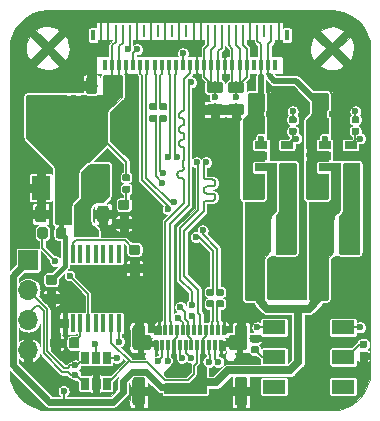
<source format=gtl>
G04 #@! TF.GenerationSoftware,KiCad,Pcbnew,5.1.4+dfsg1-1*
G04 #@! TF.CreationDate,2019-12-22T00:43:44+01:00*
G04 #@! TF.ProjectId,USB-C-Screen-Adapter-LDR6023SS,5553422d-432d-4536-9372-65656e2d4164,rev?*
G04 #@! TF.SameCoordinates,Original*
G04 #@! TF.FileFunction,Copper,L1,Top*
G04 #@! TF.FilePolarity,Positive*
%FSLAX46Y46*%
G04 Gerber Fmt 4.6, Leading zero omitted, Abs format (unit mm)*
G04 Created by KiCad (PCBNEW 5.1.4+dfsg1-1) date 2019-12-22 00:43:44*
%MOMM*%
%LPD*%
G04 APERTURE LIST*
%ADD10O,1.700000X1.700000*%
%ADD11R,1.700000X1.700000*%
%ADD12R,0.450000X0.900000*%
%ADD13R,0.260000X1.000000*%
%ADD14R,0.300000X0.950000*%
%ADD15R,1.950000X1.200000*%
%ADD16C,0.100000*%
%ADD17C,0.590000*%
%ADD18R,1.500000X2.000000*%
%ADD19R,3.800000X2.000000*%
%ADD20R,1.060000X0.650000*%
%ADD21R,0.650000X1.060000*%
%ADD22R,0.450000X1.500000*%
%ADD23C,0.975000*%
%ADD24C,0.875000*%
%ADD25R,1.200000X3.700000*%
%ADD26C,1.300000*%
%ADD27C,1.100000*%
%ADD28R,1.100000X1.100000*%
%ADD29C,0.600000*%
%ADD30C,0.200000*%
%ADD31C,0.300000*%
%ADD32C,0.700000*%
%ADD33C,0.600000*%
%ADD34C,0.154000*%
%ADD35C,0.400000*%
%ADD36C,0.500000*%
%ADD37C,0.157000*%
G04 APERTURE END LIST*
D10*
X101800000Y-129020000D03*
X101800000Y-126480000D03*
X101800000Y-123940000D03*
D11*
X101800000Y-121400000D03*
D12*
X123700000Y-102355000D03*
X107300000Y-102355000D03*
D13*
X123000000Y-102030000D03*
X122400000Y-102030000D03*
X121800000Y-102030000D03*
X121200000Y-102030000D03*
X120600000Y-102030000D03*
X120000000Y-102030000D03*
X119400000Y-102030000D03*
X118800000Y-102030000D03*
X118200000Y-102030000D03*
X117600000Y-102030000D03*
X117000000Y-102030000D03*
X116400000Y-102030000D03*
X115800000Y-102030000D03*
X115200000Y-102030000D03*
X114600000Y-102030000D03*
X114000000Y-102030000D03*
X113400000Y-102030000D03*
X112800000Y-102030000D03*
X112200000Y-102030000D03*
X111600000Y-102030000D03*
X111000000Y-102030000D03*
X110400000Y-102030000D03*
X109800000Y-102030000D03*
X109200000Y-102030000D03*
X108600000Y-102030000D03*
X108000000Y-102030000D03*
D14*
X122700000Y-104905000D03*
X113700000Y-104905000D03*
X114300000Y-104905000D03*
X114900000Y-104905000D03*
X113100000Y-104905000D03*
X112500000Y-104905000D03*
X111900000Y-104905000D03*
X108300000Y-104905000D03*
X108900000Y-104905000D03*
X109500000Y-104905000D03*
X111300000Y-104905000D03*
X110700000Y-104905000D03*
X110100000Y-104905000D03*
X117300000Y-104905000D03*
X117900000Y-104905000D03*
X118500000Y-104905000D03*
X116700000Y-104905000D03*
X116100000Y-104905000D03*
X115500000Y-104905000D03*
X119100000Y-104905000D03*
X119700000Y-104905000D03*
X120300000Y-104905000D03*
X122100000Y-104905000D03*
X121500000Y-104905000D03*
X120900000Y-104905000D03*
D15*
X128475000Y-132100000D03*
X122625000Y-132100000D03*
X128475000Y-127100000D03*
X122625000Y-127100000D03*
X128475000Y-129600000D03*
X122625000Y-129600000D03*
D16*
G36*
X129686958Y-109220710D02*
G01*
X129701276Y-109222834D01*
X129715317Y-109226351D01*
X129728946Y-109231228D01*
X129742031Y-109237417D01*
X129754447Y-109244858D01*
X129766073Y-109253481D01*
X129776798Y-109263202D01*
X129786519Y-109273927D01*
X129795142Y-109285553D01*
X129802583Y-109297969D01*
X129808772Y-109311054D01*
X129813649Y-109324683D01*
X129817166Y-109338724D01*
X129819290Y-109353042D01*
X129820000Y-109367500D01*
X129820000Y-109662500D01*
X129819290Y-109676958D01*
X129817166Y-109691276D01*
X129813649Y-109705317D01*
X129808772Y-109718946D01*
X129802583Y-109732031D01*
X129795142Y-109744447D01*
X129786519Y-109756073D01*
X129776798Y-109766798D01*
X129766073Y-109776519D01*
X129754447Y-109785142D01*
X129742031Y-109792583D01*
X129728946Y-109798772D01*
X129715317Y-109803649D01*
X129701276Y-109807166D01*
X129686958Y-109809290D01*
X129672500Y-109810000D01*
X129327500Y-109810000D01*
X129313042Y-109809290D01*
X129298724Y-109807166D01*
X129284683Y-109803649D01*
X129271054Y-109798772D01*
X129257969Y-109792583D01*
X129245553Y-109785142D01*
X129233927Y-109776519D01*
X129223202Y-109766798D01*
X129213481Y-109756073D01*
X129204858Y-109744447D01*
X129197417Y-109732031D01*
X129191228Y-109718946D01*
X129186351Y-109705317D01*
X129182834Y-109691276D01*
X129180710Y-109676958D01*
X129180000Y-109662500D01*
X129180000Y-109367500D01*
X129180710Y-109353042D01*
X129182834Y-109338724D01*
X129186351Y-109324683D01*
X129191228Y-109311054D01*
X129197417Y-109297969D01*
X129204858Y-109285553D01*
X129213481Y-109273927D01*
X129223202Y-109263202D01*
X129233927Y-109253481D01*
X129245553Y-109244858D01*
X129257969Y-109237417D01*
X129271054Y-109231228D01*
X129284683Y-109226351D01*
X129298724Y-109222834D01*
X129313042Y-109220710D01*
X129327500Y-109220000D01*
X129672500Y-109220000D01*
X129686958Y-109220710D01*
X129686958Y-109220710D01*
G37*
D17*
X129500000Y-109515000D03*
D16*
G36*
X129686958Y-110190710D02*
G01*
X129701276Y-110192834D01*
X129715317Y-110196351D01*
X129728946Y-110201228D01*
X129742031Y-110207417D01*
X129754447Y-110214858D01*
X129766073Y-110223481D01*
X129776798Y-110233202D01*
X129786519Y-110243927D01*
X129795142Y-110255553D01*
X129802583Y-110267969D01*
X129808772Y-110281054D01*
X129813649Y-110294683D01*
X129817166Y-110308724D01*
X129819290Y-110323042D01*
X129820000Y-110337500D01*
X129820000Y-110632500D01*
X129819290Y-110646958D01*
X129817166Y-110661276D01*
X129813649Y-110675317D01*
X129808772Y-110688946D01*
X129802583Y-110702031D01*
X129795142Y-110714447D01*
X129786519Y-110726073D01*
X129776798Y-110736798D01*
X129766073Y-110746519D01*
X129754447Y-110755142D01*
X129742031Y-110762583D01*
X129728946Y-110768772D01*
X129715317Y-110773649D01*
X129701276Y-110777166D01*
X129686958Y-110779290D01*
X129672500Y-110780000D01*
X129327500Y-110780000D01*
X129313042Y-110779290D01*
X129298724Y-110777166D01*
X129284683Y-110773649D01*
X129271054Y-110768772D01*
X129257969Y-110762583D01*
X129245553Y-110755142D01*
X129233927Y-110746519D01*
X129223202Y-110736798D01*
X129213481Y-110726073D01*
X129204858Y-110714447D01*
X129197417Y-110702031D01*
X129191228Y-110688946D01*
X129186351Y-110675317D01*
X129182834Y-110661276D01*
X129180710Y-110646958D01*
X129180000Y-110632500D01*
X129180000Y-110337500D01*
X129180710Y-110323042D01*
X129182834Y-110308724D01*
X129186351Y-110294683D01*
X129191228Y-110281054D01*
X129197417Y-110267969D01*
X129204858Y-110255553D01*
X129213481Y-110243927D01*
X129223202Y-110233202D01*
X129233927Y-110223481D01*
X129245553Y-110214858D01*
X129257969Y-110207417D01*
X129271054Y-110201228D01*
X129284683Y-110196351D01*
X129298724Y-110192834D01*
X129313042Y-110190710D01*
X129327500Y-110190000D01*
X129672500Y-110190000D01*
X129686958Y-110190710D01*
X129686958Y-110190710D01*
G37*
D17*
X129500000Y-110485000D03*
D16*
G36*
X124386958Y-109220710D02*
G01*
X124401276Y-109222834D01*
X124415317Y-109226351D01*
X124428946Y-109231228D01*
X124442031Y-109237417D01*
X124454447Y-109244858D01*
X124466073Y-109253481D01*
X124476798Y-109263202D01*
X124486519Y-109273927D01*
X124495142Y-109285553D01*
X124502583Y-109297969D01*
X124508772Y-109311054D01*
X124513649Y-109324683D01*
X124517166Y-109338724D01*
X124519290Y-109353042D01*
X124520000Y-109367500D01*
X124520000Y-109662500D01*
X124519290Y-109676958D01*
X124517166Y-109691276D01*
X124513649Y-109705317D01*
X124508772Y-109718946D01*
X124502583Y-109732031D01*
X124495142Y-109744447D01*
X124486519Y-109756073D01*
X124476798Y-109766798D01*
X124466073Y-109776519D01*
X124454447Y-109785142D01*
X124442031Y-109792583D01*
X124428946Y-109798772D01*
X124415317Y-109803649D01*
X124401276Y-109807166D01*
X124386958Y-109809290D01*
X124372500Y-109810000D01*
X124027500Y-109810000D01*
X124013042Y-109809290D01*
X123998724Y-109807166D01*
X123984683Y-109803649D01*
X123971054Y-109798772D01*
X123957969Y-109792583D01*
X123945553Y-109785142D01*
X123933927Y-109776519D01*
X123923202Y-109766798D01*
X123913481Y-109756073D01*
X123904858Y-109744447D01*
X123897417Y-109732031D01*
X123891228Y-109718946D01*
X123886351Y-109705317D01*
X123882834Y-109691276D01*
X123880710Y-109676958D01*
X123880000Y-109662500D01*
X123880000Y-109367500D01*
X123880710Y-109353042D01*
X123882834Y-109338724D01*
X123886351Y-109324683D01*
X123891228Y-109311054D01*
X123897417Y-109297969D01*
X123904858Y-109285553D01*
X123913481Y-109273927D01*
X123923202Y-109263202D01*
X123933927Y-109253481D01*
X123945553Y-109244858D01*
X123957969Y-109237417D01*
X123971054Y-109231228D01*
X123984683Y-109226351D01*
X123998724Y-109222834D01*
X124013042Y-109220710D01*
X124027500Y-109220000D01*
X124372500Y-109220000D01*
X124386958Y-109220710D01*
X124386958Y-109220710D01*
G37*
D17*
X124200000Y-109515000D03*
D16*
G36*
X124386958Y-110190710D02*
G01*
X124401276Y-110192834D01*
X124415317Y-110196351D01*
X124428946Y-110201228D01*
X124442031Y-110207417D01*
X124454447Y-110214858D01*
X124466073Y-110223481D01*
X124476798Y-110233202D01*
X124486519Y-110243927D01*
X124495142Y-110255553D01*
X124502583Y-110267969D01*
X124508772Y-110281054D01*
X124513649Y-110294683D01*
X124517166Y-110308724D01*
X124519290Y-110323042D01*
X124520000Y-110337500D01*
X124520000Y-110632500D01*
X124519290Y-110646958D01*
X124517166Y-110661276D01*
X124513649Y-110675317D01*
X124508772Y-110688946D01*
X124502583Y-110702031D01*
X124495142Y-110714447D01*
X124486519Y-110726073D01*
X124476798Y-110736798D01*
X124466073Y-110746519D01*
X124454447Y-110755142D01*
X124442031Y-110762583D01*
X124428946Y-110768772D01*
X124415317Y-110773649D01*
X124401276Y-110777166D01*
X124386958Y-110779290D01*
X124372500Y-110780000D01*
X124027500Y-110780000D01*
X124013042Y-110779290D01*
X123998724Y-110777166D01*
X123984683Y-110773649D01*
X123971054Y-110768772D01*
X123957969Y-110762583D01*
X123945553Y-110755142D01*
X123933927Y-110746519D01*
X123923202Y-110736798D01*
X123913481Y-110726073D01*
X123904858Y-110714447D01*
X123897417Y-110702031D01*
X123891228Y-110688946D01*
X123886351Y-110675317D01*
X123882834Y-110661276D01*
X123880710Y-110646958D01*
X123880000Y-110632500D01*
X123880000Y-110337500D01*
X123880710Y-110323042D01*
X123882834Y-110308724D01*
X123886351Y-110294683D01*
X123891228Y-110281054D01*
X123897417Y-110267969D01*
X123904858Y-110255553D01*
X123913481Y-110243927D01*
X123923202Y-110233202D01*
X123933927Y-110223481D01*
X123945553Y-110214858D01*
X123957969Y-110207417D01*
X123971054Y-110201228D01*
X123984683Y-110196351D01*
X123998724Y-110192834D01*
X124013042Y-110190710D01*
X124027500Y-110190000D01*
X124372500Y-110190000D01*
X124386958Y-110190710D01*
X124386958Y-110190710D01*
G37*
D17*
X124200000Y-110485000D03*
D16*
G36*
X130366958Y-128230710D02*
G01*
X130381276Y-128232834D01*
X130395317Y-128236351D01*
X130408946Y-128241228D01*
X130422031Y-128247417D01*
X130434447Y-128254858D01*
X130446073Y-128263481D01*
X130456798Y-128273202D01*
X130466519Y-128283927D01*
X130475142Y-128295553D01*
X130482583Y-128307969D01*
X130488772Y-128321054D01*
X130493649Y-128334683D01*
X130497166Y-128348724D01*
X130499290Y-128363042D01*
X130500000Y-128377500D01*
X130500000Y-128672500D01*
X130499290Y-128686958D01*
X130497166Y-128701276D01*
X130493649Y-128715317D01*
X130488772Y-128728946D01*
X130482583Y-128742031D01*
X130475142Y-128754447D01*
X130466519Y-128766073D01*
X130456798Y-128776798D01*
X130446073Y-128786519D01*
X130434447Y-128795142D01*
X130422031Y-128802583D01*
X130408946Y-128808772D01*
X130395317Y-128813649D01*
X130381276Y-128817166D01*
X130366958Y-128819290D01*
X130352500Y-128820000D01*
X130007500Y-128820000D01*
X129993042Y-128819290D01*
X129978724Y-128817166D01*
X129964683Y-128813649D01*
X129951054Y-128808772D01*
X129937969Y-128802583D01*
X129925553Y-128795142D01*
X129913927Y-128786519D01*
X129903202Y-128776798D01*
X129893481Y-128766073D01*
X129884858Y-128754447D01*
X129877417Y-128742031D01*
X129871228Y-128728946D01*
X129866351Y-128715317D01*
X129862834Y-128701276D01*
X129860710Y-128686958D01*
X129860000Y-128672500D01*
X129860000Y-128377500D01*
X129860710Y-128363042D01*
X129862834Y-128348724D01*
X129866351Y-128334683D01*
X129871228Y-128321054D01*
X129877417Y-128307969D01*
X129884858Y-128295553D01*
X129893481Y-128283927D01*
X129903202Y-128273202D01*
X129913927Y-128263481D01*
X129925553Y-128254858D01*
X129937969Y-128247417D01*
X129951054Y-128241228D01*
X129964683Y-128236351D01*
X129978724Y-128232834D01*
X129993042Y-128230710D01*
X130007500Y-128230000D01*
X130352500Y-128230000D01*
X130366958Y-128230710D01*
X130366958Y-128230710D01*
G37*
D17*
X130180000Y-128525000D03*
D16*
G36*
X130366958Y-129200710D02*
G01*
X130381276Y-129202834D01*
X130395317Y-129206351D01*
X130408946Y-129211228D01*
X130422031Y-129217417D01*
X130434447Y-129224858D01*
X130446073Y-129233481D01*
X130456798Y-129243202D01*
X130466519Y-129253927D01*
X130475142Y-129265553D01*
X130482583Y-129277969D01*
X130488772Y-129291054D01*
X130493649Y-129304683D01*
X130497166Y-129318724D01*
X130499290Y-129333042D01*
X130500000Y-129347500D01*
X130500000Y-129642500D01*
X130499290Y-129656958D01*
X130497166Y-129671276D01*
X130493649Y-129685317D01*
X130488772Y-129698946D01*
X130482583Y-129712031D01*
X130475142Y-129724447D01*
X130466519Y-129736073D01*
X130456798Y-129746798D01*
X130446073Y-129756519D01*
X130434447Y-129765142D01*
X130422031Y-129772583D01*
X130408946Y-129778772D01*
X130395317Y-129783649D01*
X130381276Y-129787166D01*
X130366958Y-129789290D01*
X130352500Y-129790000D01*
X130007500Y-129790000D01*
X129993042Y-129789290D01*
X129978724Y-129787166D01*
X129964683Y-129783649D01*
X129951054Y-129778772D01*
X129937969Y-129772583D01*
X129925553Y-129765142D01*
X129913927Y-129756519D01*
X129903202Y-129746798D01*
X129893481Y-129736073D01*
X129884858Y-129724447D01*
X129877417Y-129712031D01*
X129871228Y-129698946D01*
X129866351Y-129685317D01*
X129862834Y-129671276D01*
X129860710Y-129656958D01*
X129860000Y-129642500D01*
X129860000Y-129347500D01*
X129860710Y-129333042D01*
X129862834Y-129318724D01*
X129866351Y-129304683D01*
X129871228Y-129291054D01*
X129877417Y-129277969D01*
X129884858Y-129265553D01*
X129893481Y-129253927D01*
X129903202Y-129243202D01*
X129913927Y-129233481D01*
X129925553Y-129224858D01*
X129937969Y-129217417D01*
X129951054Y-129211228D01*
X129964683Y-129206351D01*
X129978724Y-129202834D01*
X129993042Y-129200710D01*
X130007500Y-129200000D01*
X130352500Y-129200000D01*
X130366958Y-129200710D01*
X130366958Y-129200710D01*
G37*
D17*
X130180000Y-129495000D03*
D16*
G36*
X121186958Y-128690710D02*
G01*
X121201276Y-128692834D01*
X121215317Y-128696351D01*
X121228946Y-128701228D01*
X121242031Y-128707417D01*
X121254447Y-128714858D01*
X121266073Y-128723481D01*
X121276798Y-128733202D01*
X121286519Y-128743927D01*
X121295142Y-128755553D01*
X121302583Y-128767969D01*
X121308772Y-128781054D01*
X121313649Y-128794683D01*
X121317166Y-128808724D01*
X121319290Y-128823042D01*
X121320000Y-128837500D01*
X121320000Y-129132500D01*
X121319290Y-129146958D01*
X121317166Y-129161276D01*
X121313649Y-129175317D01*
X121308772Y-129188946D01*
X121302583Y-129202031D01*
X121295142Y-129214447D01*
X121286519Y-129226073D01*
X121276798Y-129236798D01*
X121266073Y-129246519D01*
X121254447Y-129255142D01*
X121242031Y-129262583D01*
X121228946Y-129268772D01*
X121215317Y-129273649D01*
X121201276Y-129277166D01*
X121186958Y-129279290D01*
X121172500Y-129280000D01*
X120827500Y-129280000D01*
X120813042Y-129279290D01*
X120798724Y-129277166D01*
X120784683Y-129273649D01*
X120771054Y-129268772D01*
X120757969Y-129262583D01*
X120745553Y-129255142D01*
X120733927Y-129246519D01*
X120723202Y-129236798D01*
X120713481Y-129226073D01*
X120704858Y-129214447D01*
X120697417Y-129202031D01*
X120691228Y-129188946D01*
X120686351Y-129175317D01*
X120682834Y-129161276D01*
X120680710Y-129146958D01*
X120680000Y-129132500D01*
X120680000Y-128837500D01*
X120680710Y-128823042D01*
X120682834Y-128808724D01*
X120686351Y-128794683D01*
X120691228Y-128781054D01*
X120697417Y-128767969D01*
X120704858Y-128755553D01*
X120713481Y-128743927D01*
X120723202Y-128733202D01*
X120733927Y-128723481D01*
X120745553Y-128714858D01*
X120757969Y-128707417D01*
X120771054Y-128701228D01*
X120784683Y-128696351D01*
X120798724Y-128692834D01*
X120813042Y-128690710D01*
X120827500Y-128690000D01*
X121172500Y-128690000D01*
X121186958Y-128690710D01*
X121186958Y-128690710D01*
G37*
D17*
X121000000Y-128985000D03*
D16*
G36*
X121186958Y-127720710D02*
G01*
X121201276Y-127722834D01*
X121215317Y-127726351D01*
X121228946Y-127731228D01*
X121242031Y-127737417D01*
X121254447Y-127744858D01*
X121266073Y-127753481D01*
X121276798Y-127763202D01*
X121286519Y-127773927D01*
X121295142Y-127785553D01*
X121302583Y-127797969D01*
X121308772Y-127811054D01*
X121313649Y-127824683D01*
X121317166Y-127838724D01*
X121319290Y-127853042D01*
X121320000Y-127867500D01*
X121320000Y-128162500D01*
X121319290Y-128176958D01*
X121317166Y-128191276D01*
X121313649Y-128205317D01*
X121308772Y-128218946D01*
X121302583Y-128232031D01*
X121295142Y-128244447D01*
X121286519Y-128256073D01*
X121276798Y-128266798D01*
X121266073Y-128276519D01*
X121254447Y-128285142D01*
X121242031Y-128292583D01*
X121228946Y-128298772D01*
X121215317Y-128303649D01*
X121201276Y-128307166D01*
X121186958Y-128309290D01*
X121172500Y-128310000D01*
X120827500Y-128310000D01*
X120813042Y-128309290D01*
X120798724Y-128307166D01*
X120784683Y-128303649D01*
X120771054Y-128298772D01*
X120757969Y-128292583D01*
X120745553Y-128285142D01*
X120733927Y-128276519D01*
X120723202Y-128266798D01*
X120713481Y-128256073D01*
X120704858Y-128244447D01*
X120697417Y-128232031D01*
X120691228Y-128218946D01*
X120686351Y-128205317D01*
X120682834Y-128191276D01*
X120680710Y-128176958D01*
X120680000Y-128162500D01*
X120680000Y-127867500D01*
X120680710Y-127853042D01*
X120682834Y-127838724D01*
X120686351Y-127824683D01*
X120691228Y-127811054D01*
X120697417Y-127797969D01*
X120704858Y-127785553D01*
X120713481Y-127773927D01*
X120723202Y-127763202D01*
X120733927Y-127753481D01*
X120745553Y-127744858D01*
X120757969Y-127737417D01*
X120771054Y-127731228D01*
X120784683Y-127726351D01*
X120798724Y-127722834D01*
X120813042Y-127720710D01*
X120827500Y-127720000D01*
X121172500Y-127720000D01*
X121186958Y-127720710D01*
X121186958Y-127720710D01*
G37*
D17*
X121000000Y-128015000D03*
D18*
X102860000Y-115260000D03*
X107460000Y-115260000D03*
X105160000Y-115260000D03*
D19*
X105160000Y-108960000D03*
D20*
X126900000Y-112600000D03*
X126900000Y-113550000D03*
X126900000Y-111650000D03*
X129100000Y-111650000D03*
X129100000Y-112600000D03*
X129100000Y-113550000D03*
X121500000Y-112600000D03*
X121500000Y-113550000D03*
X121500000Y-111650000D03*
X123700000Y-111650000D03*
X123700000Y-112600000D03*
X123700000Y-113550000D03*
D21*
X107540000Y-129650000D03*
X106590000Y-129650000D03*
X108490000Y-129650000D03*
X108490000Y-131850000D03*
X107540000Y-131850000D03*
X106590000Y-131850000D03*
D22*
X104925000Y-120850000D03*
X105575000Y-120850000D03*
X106225000Y-120850000D03*
X106875000Y-120850000D03*
X107525000Y-120850000D03*
X108175000Y-120850000D03*
X108825000Y-120850000D03*
X109475000Y-120850000D03*
X109475000Y-126750000D03*
X108825000Y-126750000D03*
X108175000Y-126750000D03*
X107525000Y-126750000D03*
X106875000Y-126750000D03*
X106225000Y-126750000D03*
X105575000Y-126750000D03*
X104925000Y-126750000D03*
D16*
G36*
X119880142Y-108151174D02*
G01*
X119903803Y-108154684D01*
X119927007Y-108160496D01*
X119949529Y-108168554D01*
X119971153Y-108178782D01*
X119991670Y-108191079D01*
X120010883Y-108205329D01*
X120028607Y-108221393D01*
X120044671Y-108239117D01*
X120058921Y-108258330D01*
X120071218Y-108278847D01*
X120081446Y-108300471D01*
X120089504Y-108322993D01*
X120095316Y-108346197D01*
X120098826Y-108369858D01*
X120100000Y-108393750D01*
X120100000Y-108881250D01*
X120098826Y-108905142D01*
X120095316Y-108928803D01*
X120089504Y-108952007D01*
X120081446Y-108974529D01*
X120071218Y-108996153D01*
X120058921Y-109016670D01*
X120044671Y-109035883D01*
X120028607Y-109053607D01*
X120010883Y-109069671D01*
X119991670Y-109083921D01*
X119971153Y-109096218D01*
X119949529Y-109106446D01*
X119927007Y-109114504D01*
X119903803Y-109120316D01*
X119880142Y-109123826D01*
X119856250Y-109125000D01*
X118943750Y-109125000D01*
X118919858Y-109123826D01*
X118896197Y-109120316D01*
X118872993Y-109114504D01*
X118850471Y-109106446D01*
X118828847Y-109096218D01*
X118808330Y-109083921D01*
X118789117Y-109069671D01*
X118771393Y-109053607D01*
X118755329Y-109035883D01*
X118741079Y-109016670D01*
X118728782Y-108996153D01*
X118718554Y-108974529D01*
X118710496Y-108952007D01*
X118704684Y-108928803D01*
X118701174Y-108905142D01*
X118700000Y-108881250D01*
X118700000Y-108393750D01*
X118701174Y-108369858D01*
X118704684Y-108346197D01*
X118710496Y-108322993D01*
X118718554Y-108300471D01*
X118728782Y-108278847D01*
X118741079Y-108258330D01*
X118755329Y-108239117D01*
X118771393Y-108221393D01*
X118789117Y-108205329D01*
X118808330Y-108191079D01*
X118828847Y-108178782D01*
X118850471Y-108168554D01*
X118872993Y-108160496D01*
X118896197Y-108154684D01*
X118919858Y-108151174D01*
X118943750Y-108150000D01*
X119856250Y-108150000D01*
X119880142Y-108151174D01*
X119880142Y-108151174D01*
G37*
D23*
X119400000Y-108637500D03*
D16*
G36*
X119880142Y-106276174D02*
G01*
X119903803Y-106279684D01*
X119927007Y-106285496D01*
X119949529Y-106293554D01*
X119971153Y-106303782D01*
X119991670Y-106316079D01*
X120010883Y-106330329D01*
X120028607Y-106346393D01*
X120044671Y-106364117D01*
X120058921Y-106383330D01*
X120071218Y-106403847D01*
X120081446Y-106425471D01*
X120089504Y-106447993D01*
X120095316Y-106471197D01*
X120098826Y-106494858D01*
X120100000Y-106518750D01*
X120100000Y-107006250D01*
X120098826Y-107030142D01*
X120095316Y-107053803D01*
X120089504Y-107077007D01*
X120081446Y-107099529D01*
X120071218Y-107121153D01*
X120058921Y-107141670D01*
X120044671Y-107160883D01*
X120028607Y-107178607D01*
X120010883Y-107194671D01*
X119991670Y-107208921D01*
X119971153Y-107221218D01*
X119949529Y-107231446D01*
X119927007Y-107239504D01*
X119903803Y-107245316D01*
X119880142Y-107248826D01*
X119856250Y-107250000D01*
X118943750Y-107250000D01*
X118919858Y-107248826D01*
X118896197Y-107245316D01*
X118872993Y-107239504D01*
X118850471Y-107231446D01*
X118828847Y-107221218D01*
X118808330Y-107208921D01*
X118789117Y-107194671D01*
X118771393Y-107178607D01*
X118755329Y-107160883D01*
X118741079Y-107141670D01*
X118728782Y-107121153D01*
X118718554Y-107099529D01*
X118710496Y-107077007D01*
X118704684Y-107053803D01*
X118701174Y-107030142D01*
X118700000Y-107006250D01*
X118700000Y-106518750D01*
X118701174Y-106494858D01*
X118704684Y-106471197D01*
X118710496Y-106447993D01*
X118718554Y-106425471D01*
X118728782Y-106403847D01*
X118741079Y-106383330D01*
X118755329Y-106364117D01*
X118771393Y-106346393D01*
X118789117Y-106330329D01*
X118808330Y-106316079D01*
X118828847Y-106303782D01*
X118850471Y-106293554D01*
X118872993Y-106285496D01*
X118896197Y-106279684D01*
X118919858Y-106276174D01*
X118943750Y-106275000D01*
X119856250Y-106275000D01*
X119880142Y-106276174D01*
X119880142Y-106276174D01*
G37*
D23*
X119400000Y-106762500D03*
D16*
G36*
X118080142Y-108151174D02*
G01*
X118103803Y-108154684D01*
X118127007Y-108160496D01*
X118149529Y-108168554D01*
X118171153Y-108178782D01*
X118191670Y-108191079D01*
X118210883Y-108205329D01*
X118228607Y-108221393D01*
X118244671Y-108239117D01*
X118258921Y-108258330D01*
X118271218Y-108278847D01*
X118281446Y-108300471D01*
X118289504Y-108322993D01*
X118295316Y-108346197D01*
X118298826Y-108369858D01*
X118300000Y-108393750D01*
X118300000Y-108881250D01*
X118298826Y-108905142D01*
X118295316Y-108928803D01*
X118289504Y-108952007D01*
X118281446Y-108974529D01*
X118271218Y-108996153D01*
X118258921Y-109016670D01*
X118244671Y-109035883D01*
X118228607Y-109053607D01*
X118210883Y-109069671D01*
X118191670Y-109083921D01*
X118171153Y-109096218D01*
X118149529Y-109106446D01*
X118127007Y-109114504D01*
X118103803Y-109120316D01*
X118080142Y-109123826D01*
X118056250Y-109125000D01*
X117143750Y-109125000D01*
X117119858Y-109123826D01*
X117096197Y-109120316D01*
X117072993Y-109114504D01*
X117050471Y-109106446D01*
X117028847Y-109096218D01*
X117008330Y-109083921D01*
X116989117Y-109069671D01*
X116971393Y-109053607D01*
X116955329Y-109035883D01*
X116941079Y-109016670D01*
X116928782Y-108996153D01*
X116918554Y-108974529D01*
X116910496Y-108952007D01*
X116904684Y-108928803D01*
X116901174Y-108905142D01*
X116900000Y-108881250D01*
X116900000Y-108393750D01*
X116901174Y-108369858D01*
X116904684Y-108346197D01*
X116910496Y-108322993D01*
X116918554Y-108300471D01*
X116928782Y-108278847D01*
X116941079Y-108258330D01*
X116955329Y-108239117D01*
X116971393Y-108221393D01*
X116989117Y-108205329D01*
X117008330Y-108191079D01*
X117028847Y-108178782D01*
X117050471Y-108168554D01*
X117072993Y-108160496D01*
X117096197Y-108154684D01*
X117119858Y-108151174D01*
X117143750Y-108150000D01*
X118056250Y-108150000D01*
X118080142Y-108151174D01*
X118080142Y-108151174D01*
G37*
D23*
X117600000Y-108637500D03*
D16*
G36*
X118080142Y-106276174D02*
G01*
X118103803Y-106279684D01*
X118127007Y-106285496D01*
X118149529Y-106293554D01*
X118171153Y-106303782D01*
X118191670Y-106316079D01*
X118210883Y-106330329D01*
X118228607Y-106346393D01*
X118244671Y-106364117D01*
X118258921Y-106383330D01*
X118271218Y-106403847D01*
X118281446Y-106425471D01*
X118289504Y-106447993D01*
X118295316Y-106471197D01*
X118298826Y-106494858D01*
X118300000Y-106518750D01*
X118300000Y-107006250D01*
X118298826Y-107030142D01*
X118295316Y-107053803D01*
X118289504Y-107077007D01*
X118281446Y-107099529D01*
X118271218Y-107121153D01*
X118258921Y-107141670D01*
X118244671Y-107160883D01*
X118228607Y-107178607D01*
X118210883Y-107194671D01*
X118191670Y-107208921D01*
X118171153Y-107221218D01*
X118149529Y-107231446D01*
X118127007Y-107239504D01*
X118103803Y-107245316D01*
X118080142Y-107248826D01*
X118056250Y-107250000D01*
X117143750Y-107250000D01*
X117119858Y-107248826D01*
X117096197Y-107245316D01*
X117072993Y-107239504D01*
X117050471Y-107231446D01*
X117028847Y-107221218D01*
X117008330Y-107208921D01*
X116989117Y-107194671D01*
X116971393Y-107178607D01*
X116955329Y-107160883D01*
X116941079Y-107141670D01*
X116928782Y-107121153D01*
X116918554Y-107099529D01*
X116910496Y-107077007D01*
X116904684Y-107053803D01*
X116901174Y-107030142D01*
X116900000Y-107006250D01*
X116900000Y-106518750D01*
X116901174Y-106494858D01*
X116904684Y-106471197D01*
X116910496Y-106447993D01*
X116918554Y-106425471D01*
X116928782Y-106403847D01*
X116941079Y-106383330D01*
X116955329Y-106364117D01*
X116971393Y-106346393D01*
X116989117Y-106330329D01*
X117008330Y-106316079D01*
X117028847Y-106303782D01*
X117050471Y-106293554D01*
X117072993Y-106285496D01*
X117096197Y-106279684D01*
X117119858Y-106276174D01*
X117143750Y-106275000D01*
X118056250Y-106275000D01*
X118080142Y-106276174D01*
X118080142Y-106276174D01*
G37*
D23*
X117600000Y-106762500D03*
D16*
G36*
X104352691Y-127926053D02*
G01*
X104373926Y-127929203D01*
X104394750Y-127934419D01*
X104414962Y-127941651D01*
X104434368Y-127950830D01*
X104452781Y-127961866D01*
X104470024Y-127974654D01*
X104485930Y-127989070D01*
X104500346Y-128004976D01*
X104513134Y-128022219D01*
X104524170Y-128040632D01*
X104533349Y-128060038D01*
X104540581Y-128080250D01*
X104545797Y-128101074D01*
X104548947Y-128122309D01*
X104550000Y-128143750D01*
X104550000Y-128656250D01*
X104548947Y-128677691D01*
X104545797Y-128698926D01*
X104540581Y-128719750D01*
X104533349Y-128739962D01*
X104524170Y-128759368D01*
X104513134Y-128777781D01*
X104500346Y-128795024D01*
X104485930Y-128810930D01*
X104470024Y-128825346D01*
X104452781Y-128838134D01*
X104434368Y-128849170D01*
X104414962Y-128858349D01*
X104394750Y-128865581D01*
X104373926Y-128870797D01*
X104352691Y-128873947D01*
X104331250Y-128875000D01*
X103893750Y-128875000D01*
X103872309Y-128873947D01*
X103851074Y-128870797D01*
X103830250Y-128865581D01*
X103810038Y-128858349D01*
X103790632Y-128849170D01*
X103772219Y-128838134D01*
X103754976Y-128825346D01*
X103739070Y-128810930D01*
X103724654Y-128795024D01*
X103711866Y-128777781D01*
X103700830Y-128759368D01*
X103691651Y-128739962D01*
X103684419Y-128719750D01*
X103679203Y-128698926D01*
X103676053Y-128677691D01*
X103675000Y-128656250D01*
X103675000Y-128143750D01*
X103676053Y-128122309D01*
X103679203Y-128101074D01*
X103684419Y-128080250D01*
X103691651Y-128060038D01*
X103700830Y-128040632D01*
X103711866Y-128022219D01*
X103724654Y-128004976D01*
X103739070Y-127989070D01*
X103754976Y-127974654D01*
X103772219Y-127961866D01*
X103790632Y-127950830D01*
X103810038Y-127941651D01*
X103830250Y-127934419D01*
X103851074Y-127929203D01*
X103872309Y-127926053D01*
X103893750Y-127925000D01*
X104331250Y-127925000D01*
X104352691Y-127926053D01*
X104352691Y-127926053D01*
G37*
D24*
X104112500Y-128400000D03*
D16*
G36*
X105927691Y-127926053D02*
G01*
X105948926Y-127929203D01*
X105969750Y-127934419D01*
X105989962Y-127941651D01*
X106009368Y-127950830D01*
X106027781Y-127961866D01*
X106045024Y-127974654D01*
X106060930Y-127989070D01*
X106075346Y-128004976D01*
X106088134Y-128022219D01*
X106099170Y-128040632D01*
X106108349Y-128060038D01*
X106115581Y-128080250D01*
X106120797Y-128101074D01*
X106123947Y-128122309D01*
X106125000Y-128143750D01*
X106125000Y-128656250D01*
X106123947Y-128677691D01*
X106120797Y-128698926D01*
X106115581Y-128719750D01*
X106108349Y-128739962D01*
X106099170Y-128759368D01*
X106088134Y-128777781D01*
X106075346Y-128795024D01*
X106060930Y-128810930D01*
X106045024Y-128825346D01*
X106027781Y-128838134D01*
X106009368Y-128849170D01*
X105989962Y-128858349D01*
X105969750Y-128865581D01*
X105948926Y-128870797D01*
X105927691Y-128873947D01*
X105906250Y-128875000D01*
X105468750Y-128875000D01*
X105447309Y-128873947D01*
X105426074Y-128870797D01*
X105405250Y-128865581D01*
X105385038Y-128858349D01*
X105365632Y-128849170D01*
X105347219Y-128838134D01*
X105329976Y-128825346D01*
X105314070Y-128810930D01*
X105299654Y-128795024D01*
X105286866Y-128777781D01*
X105275830Y-128759368D01*
X105266651Y-128739962D01*
X105259419Y-128719750D01*
X105254203Y-128698926D01*
X105251053Y-128677691D01*
X105250000Y-128656250D01*
X105250000Y-128143750D01*
X105251053Y-128122309D01*
X105254203Y-128101074D01*
X105259419Y-128080250D01*
X105266651Y-128060038D01*
X105275830Y-128040632D01*
X105286866Y-128022219D01*
X105299654Y-128004976D01*
X105314070Y-127989070D01*
X105329976Y-127974654D01*
X105347219Y-127961866D01*
X105365632Y-127950830D01*
X105385038Y-127941651D01*
X105405250Y-127934419D01*
X105426074Y-127929203D01*
X105447309Y-127926053D01*
X105468750Y-127925000D01*
X105906250Y-127925000D01*
X105927691Y-127926053D01*
X105927691Y-127926053D01*
G37*
D24*
X105687500Y-128400000D03*
D16*
G36*
X104827691Y-118626053D02*
G01*
X104848926Y-118629203D01*
X104869750Y-118634419D01*
X104889962Y-118641651D01*
X104909368Y-118650830D01*
X104927781Y-118661866D01*
X104945024Y-118674654D01*
X104960930Y-118689070D01*
X104975346Y-118704976D01*
X104988134Y-118722219D01*
X104999170Y-118740632D01*
X105008349Y-118760038D01*
X105015581Y-118780250D01*
X105020797Y-118801074D01*
X105023947Y-118822309D01*
X105025000Y-118843750D01*
X105025000Y-119356250D01*
X105023947Y-119377691D01*
X105020797Y-119398926D01*
X105015581Y-119419750D01*
X105008349Y-119439962D01*
X104999170Y-119459368D01*
X104988134Y-119477781D01*
X104975346Y-119495024D01*
X104960930Y-119510930D01*
X104945024Y-119525346D01*
X104927781Y-119538134D01*
X104909368Y-119549170D01*
X104889962Y-119558349D01*
X104869750Y-119565581D01*
X104848926Y-119570797D01*
X104827691Y-119573947D01*
X104806250Y-119575000D01*
X104368750Y-119575000D01*
X104347309Y-119573947D01*
X104326074Y-119570797D01*
X104305250Y-119565581D01*
X104285038Y-119558349D01*
X104265632Y-119549170D01*
X104247219Y-119538134D01*
X104229976Y-119525346D01*
X104214070Y-119510930D01*
X104199654Y-119495024D01*
X104186866Y-119477781D01*
X104175830Y-119459368D01*
X104166651Y-119439962D01*
X104159419Y-119419750D01*
X104154203Y-119398926D01*
X104151053Y-119377691D01*
X104150000Y-119356250D01*
X104150000Y-118843750D01*
X104151053Y-118822309D01*
X104154203Y-118801074D01*
X104159419Y-118780250D01*
X104166651Y-118760038D01*
X104175830Y-118740632D01*
X104186866Y-118722219D01*
X104199654Y-118704976D01*
X104214070Y-118689070D01*
X104229976Y-118674654D01*
X104247219Y-118661866D01*
X104265632Y-118650830D01*
X104285038Y-118641651D01*
X104305250Y-118634419D01*
X104326074Y-118629203D01*
X104347309Y-118626053D01*
X104368750Y-118625000D01*
X104806250Y-118625000D01*
X104827691Y-118626053D01*
X104827691Y-118626053D01*
G37*
D24*
X104587500Y-119100000D03*
D16*
G36*
X103252691Y-118626053D02*
G01*
X103273926Y-118629203D01*
X103294750Y-118634419D01*
X103314962Y-118641651D01*
X103334368Y-118650830D01*
X103352781Y-118661866D01*
X103370024Y-118674654D01*
X103385930Y-118689070D01*
X103400346Y-118704976D01*
X103413134Y-118722219D01*
X103424170Y-118740632D01*
X103433349Y-118760038D01*
X103440581Y-118780250D01*
X103445797Y-118801074D01*
X103448947Y-118822309D01*
X103450000Y-118843750D01*
X103450000Y-119356250D01*
X103448947Y-119377691D01*
X103445797Y-119398926D01*
X103440581Y-119419750D01*
X103433349Y-119439962D01*
X103424170Y-119459368D01*
X103413134Y-119477781D01*
X103400346Y-119495024D01*
X103385930Y-119510930D01*
X103370024Y-119525346D01*
X103352781Y-119538134D01*
X103334368Y-119549170D01*
X103314962Y-119558349D01*
X103294750Y-119565581D01*
X103273926Y-119570797D01*
X103252691Y-119573947D01*
X103231250Y-119575000D01*
X102793750Y-119575000D01*
X102772309Y-119573947D01*
X102751074Y-119570797D01*
X102730250Y-119565581D01*
X102710038Y-119558349D01*
X102690632Y-119549170D01*
X102672219Y-119538134D01*
X102654976Y-119525346D01*
X102639070Y-119510930D01*
X102624654Y-119495024D01*
X102611866Y-119477781D01*
X102600830Y-119459368D01*
X102591651Y-119439962D01*
X102584419Y-119419750D01*
X102579203Y-119398926D01*
X102576053Y-119377691D01*
X102575000Y-119356250D01*
X102575000Y-118843750D01*
X102576053Y-118822309D01*
X102579203Y-118801074D01*
X102584419Y-118780250D01*
X102591651Y-118760038D01*
X102600830Y-118740632D01*
X102611866Y-118722219D01*
X102624654Y-118704976D01*
X102639070Y-118689070D01*
X102654976Y-118674654D01*
X102672219Y-118661866D01*
X102690632Y-118650830D01*
X102710038Y-118641651D01*
X102730250Y-118634419D01*
X102751074Y-118629203D01*
X102772309Y-118626053D01*
X102793750Y-118625000D01*
X103231250Y-118625000D01*
X103252691Y-118626053D01*
X103252691Y-118626053D01*
G37*
D24*
X103012500Y-119100000D03*
D16*
G36*
X110286958Y-114120710D02*
G01*
X110301276Y-114122834D01*
X110315317Y-114126351D01*
X110328946Y-114131228D01*
X110342031Y-114137417D01*
X110354447Y-114144858D01*
X110366073Y-114153481D01*
X110376798Y-114163202D01*
X110386519Y-114173927D01*
X110395142Y-114185553D01*
X110402583Y-114197969D01*
X110408772Y-114211054D01*
X110413649Y-114224683D01*
X110417166Y-114238724D01*
X110419290Y-114253042D01*
X110420000Y-114267500D01*
X110420000Y-114562500D01*
X110419290Y-114576958D01*
X110417166Y-114591276D01*
X110413649Y-114605317D01*
X110408772Y-114618946D01*
X110402583Y-114632031D01*
X110395142Y-114644447D01*
X110386519Y-114656073D01*
X110376798Y-114666798D01*
X110366073Y-114676519D01*
X110354447Y-114685142D01*
X110342031Y-114692583D01*
X110328946Y-114698772D01*
X110315317Y-114703649D01*
X110301276Y-114707166D01*
X110286958Y-114709290D01*
X110272500Y-114710000D01*
X109927500Y-114710000D01*
X109913042Y-114709290D01*
X109898724Y-114707166D01*
X109884683Y-114703649D01*
X109871054Y-114698772D01*
X109857969Y-114692583D01*
X109845553Y-114685142D01*
X109833927Y-114676519D01*
X109823202Y-114666798D01*
X109813481Y-114656073D01*
X109804858Y-114644447D01*
X109797417Y-114632031D01*
X109791228Y-114618946D01*
X109786351Y-114605317D01*
X109782834Y-114591276D01*
X109780710Y-114576958D01*
X109780000Y-114562500D01*
X109780000Y-114267500D01*
X109780710Y-114253042D01*
X109782834Y-114238724D01*
X109786351Y-114224683D01*
X109791228Y-114211054D01*
X109797417Y-114197969D01*
X109804858Y-114185553D01*
X109813481Y-114173927D01*
X109823202Y-114163202D01*
X109833927Y-114153481D01*
X109845553Y-114144858D01*
X109857969Y-114137417D01*
X109871054Y-114131228D01*
X109884683Y-114126351D01*
X109898724Y-114122834D01*
X109913042Y-114120710D01*
X109927500Y-114120000D01*
X110272500Y-114120000D01*
X110286958Y-114120710D01*
X110286958Y-114120710D01*
G37*
D17*
X110100000Y-114415000D03*
D16*
G36*
X110286958Y-115090710D02*
G01*
X110301276Y-115092834D01*
X110315317Y-115096351D01*
X110328946Y-115101228D01*
X110342031Y-115107417D01*
X110354447Y-115114858D01*
X110366073Y-115123481D01*
X110376798Y-115133202D01*
X110386519Y-115143927D01*
X110395142Y-115155553D01*
X110402583Y-115167969D01*
X110408772Y-115181054D01*
X110413649Y-115194683D01*
X110417166Y-115208724D01*
X110419290Y-115223042D01*
X110420000Y-115237500D01*
X110420000Y-115532500D01*
X110419290Y-115546958D01*
X110417166Y-115561276D01*
X110413649Y-115575317D01*
X110408772Y-115588946D01*
X110402583Y-115602031D01*
X110395142Y-115614447D01*
X110386519Y-115626073D01*
X110376798Y-115636798D01*
X110366073Y-115646519D01*
X110354447Y-115655142D01*
X110342031Y-115662583D01*
X110328946Y-115668772D01*
X110315317Y-115673649D01*
X110301276Y-115677166D01*
X110286958Y-115679290D01*
X110272500Y-115680000D01*
X109927500Y-115680000D01*
X109913042Y-115679290D01*
X109898724Y-115677166D01*
X109884683Y-115673649D01*
X109871054Y-115668772D01*
X109857969Y-115662583D01*
X109845553Y-115655142D01*
X109833927Y-115646519D01*
X109823202Y-115636798D01*
X109813481Y-115626073D01*
X109804858Y-115614447D01*
X109797417Y-115602031D01*
X109791228Y-115588946D01*
X109786351Y-115575317D01*
X109782834Y-115561276D01*
X109780710Y-115546958D01*
X109780000Y-115532500D01*
X109780000Y-115237500D01*
X109780710Y-115223042D01*
X109782834Y-115208724D01*
X109786351Y-115194683D01*
X109791228Y-115181054D01*
X109797417Y-115167969D01*
X109804858Y-115155553D01*
X109813481Y-115143927D01*
X109823202Y-115133202D01*
X109833927Y-115123481D01*
X109845553Y-115114858D01*
X109857969Y-115107417D01*
X109871054Y-115101228D01*
X109884683Y-115096351D01*
X109898724Y-115092834D01*
X109913042Y-115090710D01*
X109927500Y-115090000D01*
X110272500Y-115090000D01*
X110286958Y-115090710D01*
X110286958Y-115090710D01*
G37*
D17*
X110100000Y-115385000D03*
D25*
X129200000Y-118900000D03*
X126400000Y-118900000D03*
X123800000Y-118900000D03*
X121000000Y-118900000D03*
D14*
X118375000Y-127300000D03*
X116875000Y-127300000D03*
X115375000Y-127300000D03*
X114875000Y-127300000D03*
X113375000Y-127300000D03*
X115875000Y-127300000D03*
X112875000Y-127300000D03*
X116375000Y-127300000D03*
X117875000Y-127300000D03*
X117375000Y-127300000D03*
X113875000Y-127300000D03*
X114375000Y-127300000D03*
X112625000Y-128625000D03*
X113125000Y-128625000D03*
X113625000Y-128625000D03*
X114125000Y-128625000D03*
X114625000Y-128625000D03*
X115125000Y-128625000D03*
X115625000Y-128625000D03*
X116125000Y-128625000D03*
X116625000Y-128625000D03*
X117125000Y-128625000D03*
X117625000Y-128625000D03*
X118125000Y-128625000D03*
D16*
G36*
X120056856Y-127701565D02*
G01*
X120088404Y-127706245D01*
X120119343Y-127713994D01*
X120149372Y-127724739D01*
X120178204Y-127738376D01*
X120205560Y-127754772D01*
X120231178Y-127773772D01*
X120254810Y-127795190D01*
X120276228Y-127818822D01*
X120295228Y-127844440D01*
X120311624Y-127871796D01*
X120325261Y-127900628D01*
X120336006Y-127930657D01*
X120343755Y-127961596D01*
X120348435Y-127993144D01*
X120350000Y-128025000D01*
X120350000Y-128675000D01*
X120348435Y-128706856D01*
X120343755Y-128738404D01*
X120336006Y-128769343D01*
X120325261Y-128799372D01*
X120311624Y-128828204D01*
X120295228Y-128855560D01*
X120276228Y-128881178D01*
X120254810Y-128904810D01*
X120231178Y-128926228D01*
X120205560Y-128945228D01*
X120178204Y-128961624D01*
X120149372Y-128975261D01*
X120119343Y-128986006D01*
X120088404Y-128993755D01*
X120056856Y-128998435D01*
X120025000Y-129000000D01*
X119075000Y-129000000D01*
X119043144Y-128998435D01*
X119011596Y-128993755D01*
X118980657Y-128986006D01*
X118950628Y-128975261D01*
X118921796Y-128961624D01*
X118894440Y-128945228D01*
X118868822Y-128926228D01*
X118845190Y-128904810D01*
X118823772Y-128881178D01*
X118804772Y-128855560D01*
X118788376Y-128828204D01*
X118774739Y-128799372D01*
X118763994Y-128769343D01*
X118756245Y-128738404D01*
X118751565Y-128706856D01*
X118750000Y-128675000D01*
X118750000Y-128025000D01*
X118751565Y-127993144D01*
X118756245Y-127961596D01*
X118763994Y-127930657D01*
X118774739Y-127900628D01*
X118788376Y-127871796D01*
X118804772Y-127844440D01*
X118823772Y-127818822D01*
X118845190Y-127795190D01*
X118868822Y-127773772D01*
X118894440Y-127754772D01*
X118921796Y-127738376D01*
X118950628Y-127724739D01*
X118980657Y-127713994D01*
X119011596Y-127706245D01*
X119043144Y-127701565D01*
X119075000Y-127700000D01*
X120025000Y-127700000D01*
X120056856Y-127701565D01*
X120056856Y-127701565D01*
G37*
D26*
X119550000Y-128350000D03*
D16*
G36*
X111956856Y-127701565D02*
G01*
X111988404Y-127706245D01*
X112019343Y-127713994D01*
X112049372Y-127724739D01*
X112078204Y-127738376D01*
X112105560Y-127754772D01*
X112131178Y-127773772D01*
X112154810Y-127795190D01*
X112176228Y-127818822D01*
X112195228Y-127844440D01*
X112211624Y-127871796D01*
X112225261Y-127900628D01*
X112236006Y-127930657D01*
X112243755Y-127961596D01*
X112248435Y-127993144D01*
X112250000Y-128025000D01*
X112250000Y-128675000D01*
X112248435Y-128706856D01*
X112243755Y-128738404D01*
X112236006Y-128769343D01*
X112225261Y-128799372D01*
X112211624Y-128828204D01*
X112195228Y-128855560D01*
X112176228Y-128881178D01*
X112154810Y-128904810D01*
X112131178Y-128926228D01*
X112105560Y-128945228D01*
X112078204Y-128961624D01*
X112049372Y-128975261D01*
X112019343Y-128986006D01*
X111988404Y-128993755D01*
X111956856Y-128998435D01*
X111925000Y-129000000D01*
X110975000Y-129000000D01*
X110943144Y-128998435D01*
X110911596Y-128993755D01*
X110880657Y-128986006D01*
X110850628Y-128975261D01*
X110821796Y-128961624D01*
X110794440Y-128945228D01*
X110768822Y-128926228D01*
X110745190Y-128904810D01*
X110723772Y-128881178D01*
X110704772Y-128855560D01*
X110688376Y-128828204D01*
X110674739Y-128799372D01*
X110663994Y-128769343D01*
X110656245Y-128738404D01*
X110651565Y-128706856D01*
X110650000Y-128675000D01*
X110650000Y-128025000D01*
X110651565Y-127993144D01*
X110656245Y-127961596D01*
X110663994Y-127930657D01*
X110674739Y-127900628D01*
X110688376Y-127871796D01*
X110704772Y-127844440D01*
X110723772Y-127818822D01*
X110745190Y-127795190D01*
X110768822Y-127773772D01*
X110794440Y-127754772D01*
X110821796Y-127738376D01*
X110850628Y-127724739D01*
X110880657Y-127713994D01*
X110911596Y-127706245D01*
X110943144Y-127701565D01*
X110975000Y-127700000D01*
X111925000Y-127700000D01*
X111956856Y-127701565D01*
X111956856Y-127701565D01*
G37*
D26*
X111450000Y-128350000D03*
D16*
G36*
X120121955Y-126901324D02*
G01*
X120148650Y-126905284D01*
X120174828Y-126911841D01*
X120200238Y-126920933D01*
X120224634Y-126932472D01*
X120247782Y-126946346D01*
X120269458Y-126962422D01*
X120289454Y-126980546D01*
X120307578Y-127000542D01*
X120323654Y-127022218D01*
X120337528Y-127045366D01*
X120349067Y-127069762D01*
X120358159Y-127095172D01*
X120364716Y-127121350D01*
X120368676Y-127148045D01*
X120370000Y-127175000D01*
X120370000Y-128725000D01*
X120368676Y-128751955D01*
X120364716Y-128778650D01*
X120358159Y-128804828D01*
X120349067Y-128830238D01*
X120337528Y-128854634D01*
X120323654Y-128877782D01*
X120307578Y-128899458D01*
X120289454Y-128919454D01*
X120269458Y-128937578D01*
X120247782Y-128953654D01*
X120224634Y-128967528D01*
X120200238Y-128979067D01*
X120174828Y-128988159D01*
X120148650Y-128994716D01*
X120121955Y-128998676D01*
X120095000Y-129000000D01*
X119545000Y-129000000D01*
X119518045Y-128998676D01*
X119491350Y-128994716D01*
X119465172Y-128988159D01*
X119439762Y-128979067D01*
X119415366Y-128967528D01*
X119392218Y-128953654D01*
X119370542Y-128937578D01*
X119350546Y-128919454D01*
X119332422Y-128899458D01*
X119316346Y-128877782D01*
X119302472Y-128854634D01*
X119290933Y-128830238D01*
X119281841Y-128804828D01*
X119275284Y-128778650D01*
X119271324Y-128751955D01*
X119270000Y-128725000D01*
X119270000Y-127175000D01*
X119271324Y-127148045D01*
X119275284Y-127121350D01*
X119281841Y-127095172D01*
X119290933Y-127069762D01*
X119302472Y-127045366D01*
X119316346Y-127022218D01*
X119332422Y-127000542D01*
X119350546Y-126980546D01*
X119370542Y-126962422D01*
X119392218Y-126946346D01*
X119415366Y-126932472D01*
X119439762Y-126920933D01*
X119465172Y-126911841D01*
X119491350Y-126905284D01*
X119518045Y-126901324D01*
X119545000Y-126900000D01*
X120095000Y-126900000D01*
X120121955Y-126901324D01*
X120121955Y-126901324D01*
G37*
D27*
X119820000Y-127950000D03*
D16*
G36*
X111481955Y-126901324D02*
G01*
X111508650Y-126905284D01*
X111534828Y-126911841D01*
X111560238Y-126920933D01*
X111584634Y-126932472D01*
X111607782Y-126946346D01*
X111629458Y-126962422D01*
X111649454Y-126980546D01*
X111667578Y-127000542D01*
X111683654Y-127022218D01*
X111697528Y-127045366D01*
X111709067Y-127069762D01*
X111718159Y-127095172D01*
X111724716Y-127121350D01*
X111728676Y-127148045D01*
X111730000Y-127175000D01*
X111730000Y-128725000D01*
X111728676Y-128751955D01*
X111724716Y-128778650D01*
X111718159Y-128804828D01*
X111709067Y-128830238D01*
X111697528Y-128854634D01*
X111683654Y-128877782D01*
X111667578Y-128899458D01*
X111649454Y-128919454D01*
X111629458Y-128937578D01*
X111607782Y-128953654D01*
X111584634Y-128967528D01*
X111560238Y-128979067D01*
X111534828Y-128988159D01*
X111508650Y-128994716D01*
X111481955Y-128998676D01*
X111455000Y-129000000D01*
X110905000Y-129000000D01*
X110878045Y-128998676D01*
X110851350Y-128994716D01*
X110825172Y-128988159D01*
X110799762Y-128979067D01*
X110775366Y-128967528D01*
X110752218Y-128953654D01*
X110730542Y-128937578D01*
X110710546Y-128919454D01*
X110692422Y-128899458D01*
X110676346Y-128877782D01*
X110662472Y-128854634D01*
X110650933Y-128830238D01*
X110641841Y-128804828D01*
X110635284Y-128778650D01*
X110631324Y-128751955D01*
X110630000Y-128725000D01*
X110630000Y-127175000D01*
X110631324Y-127148045D01*
X110635284Y-127121350D01*
X110641841Y-127095172D01*
X110650933Y-127069762D01*
X110662472Y-127045366D01*
X110676346Y-127022218D01*
X110692422Y-127000542D01*
X110710546Y-126980546D01*
X110730542Y-126962422D01*
X110752218Y-126946346D01*
X110775366Y-126932472D01*
X110799762Y-126920933D01*
X110825172Y-126911841D01*
X110851350Y-126905284D01*
X110878045Y-126901324D01*
X110905000Y-126900000D01*
X111455000Y-126900000D01*
X111481955Y-126901324D01*
X111481955Y-126901324D01*
G37*
D27*
X111180000Y-127950000D03*
D16*
G36*
X120121955Y-131301324D02*
G01*
X120148650Y-131305284D01*
X120174828Y-131311841D01*
X120200238Y-131320933D01*
X120224634Y-131332472D01*
X120247782Y-131346346D01*
X120269458Y-131362422D01*
X120289454Y-131380546D01*
X120307578Y-131400542D01*
X120323654Y-131422218D01*
X120337528Y-131445366D01*
X120349067Y-131469762D01*
X120358159Y-131495172D01*
X120364716Y-131521350D01*
X120368676Y-131548045D01*
X120370000Y-131575000D01*
X120370000Y-133425000D01*
X120368676Y-133451955D01*
X120364716Y-133478650D01*
X120358159Y-133504828D01*
X120349067Y-133530238D01*
X120337528Y-133554634D01*
X120323654Y-133577782D01*
X120307578Y-133599458D01*
X120289454Y-133619454D01*
X120269458Y-133637578D01*
X120247782Y-133653654D01*
X120224634Y-133667528D01*
X120200238Y-133679067D01*
X120174828Y-133688159D01*
X120148650Y-133694716D01*
X120121955Y-133698676D01*
X120095000Y-133700000D01*
X119545000Y-133700000D01*
X119518045Y-133698676D01*
X119491350Y-133694716D01*
X119465172Y-133688159D01*
X119439762Y-133679067D01*
X119415366Y-133667528D01*
X119392218Y-133653654D01*
X119370542Y-133637578D01*
X119350546Y-133619454D01*
X119332422Y-133599458D01*
X119316346Y-133577782D01*
X119302472Y-133554634D01*
X119290933Y-133530238D01*
X119281841Y-133504828D01*
X119275284Y-133478650D01*
X119271324Y-133451955D01*
X119270000Y-133425000D01*
X119270000Y-131575000D01*
X119271324Y-131548045D01*
X119275284Y-131521350D01*
X119281841Y-131495172D01*
X119290933Y-131469762D01*
X119302472Y-131445366D01*
X119316346Y-131422218D01*
X119332422Y-131400542D01*
X119350546Y-131380546D01*
X119370542Y-131362422D01*
X119392218Y-131346346D01*
X119415366Y-131332472D01*
X119439762Y-131320933D01*
X119465172Y-131311841D01*
X119491350Y-131305284D01*
X119518045Y-131301324D01*
X119545000Y-131300000D01*
X120095000Y-131300000D01*
X120121955Y-131301324D01*
X120121955Y-131301324D01*
G37*
D27*
X119820000Y-132500000D03*
D16*
G36*
X111481955Y-131301324D02*
G01*
X111508650Y-131305284D01*
X111534828Y-131311841D01*
X111560238Y-131320933D01*
X111584634Y-131332472D01*
X111607782Y-131346346D01*
X111629458Y-131362422D01*
X111649454Y-131380546D01*
X111667578Y-131400542D01*
X111683654Y-131422218D01*
X111697528Y-131445366D01*
X111709067Y-131469762D01*
X111718159Y-131495172D01*
X111724716Y-131521350D01*
X111728676Y-131548045D01*
X111730000Y-131575000D01*
X111730000Y-133425000D01*
X111728676Y-133451955D01*
X111724716Y-133478650D01*
X111718159Y-133504828D01*
X111709067Y-133530238D01*
X111697528Y-133554634D01*
X111683654Y-133577782D01*
X111667578Y-133599458D01*
X111649454Y-133619454D01*
X111629458Y-133637578D01*
X111607782Y-133653654D01*
X111584634Y-133667528D01*
X111560238Y-133679067D01*
X111534828Y-133688159D01*
X111508650Y-133694716D01*
X111481955Y-133698676D01*
X111455000Y-133700000D01*
X110905000Y-133700000D01*
X110878045Y-133698676D01*
X110851350Y-133694716D01*
X110825172Y-133688159D01*
X110799762Y-133679067D01*
X110775366Y-133667528D01*
X110752218Y-133653654D01*
X110730542Y-133637578D01*
X110710546Y-133619454D01*
X110692422Y-133599458D01*
X110676346Y-133577782D01*
X110662472Y-133554634D01*
X110650933Y-133530238D01*
X110641841Y-133504828D01*
X110635284Y-133478650D01*
X110631324Y-133451955D01*
X110630000Y-133425000D01*
X110630000Y-131575000D01*
X110631324Y-131548045D01*
X110635284Y-131521350D01*
X110641841Y-131495172D01*
X110650933Y-131469762D01*
X110662472Y-131445366D01*
X110676346Y-131422218D01*
X110692422Y-131400542D01*
X110710546Y-131380546D01*
X110730542Y-131362422D01*
X110752218Y-131346346D01*
X110775366Y-131332472D01*
X110799762Y-131320933D01*
X110825172Y-131311841D01*
X110851350Y-131305284D01*
X110878045Y-131301324D01*
X110905000Y-131300000D01*
X111455000Y-131300000D01*
X111481955Y-131301324D01*
X111481955Y-131301324D01*
G37*
D27*
X111180000Y-132500000D03*
D28*
X129200000Y-115500000D03*
X126400000Y-115500000D03*
X123800000Y-115500000D03*
X121000000Y-115500000D03*
D16*
G36*
X110177691Y-116276053D02*
G01*
X110198926Y-116279203D01*
X110219750Y-116284419D01*
X110239962Y-116291651D01*
X110259368Y-116300830D01*
X110277781Y-116311866D01*
X110295024Y-116324654D01*
X110310930Y-116339070D01*
X110325346Y-116354976D01*
X110338134Y-116372219D01*
X110349170Y-116390632D01*
X110358349Y-116410038D01*
X110365581Y-116430250D01*
X110370797Y-116451074D01*
X110373947Y-116472309D01*
X110375000Y-116493750D01*
X110375000Y-116931250D01*
X110373947Y-116952691D01*
X110370797Y-116973926D01*
X110365581Y-116994750D01*
X110358349Y-117014962D01*
X110349170Y-117034368D01*
X110338134Y-117052781D01*
X110325346Y-117070024D01*
X110310930Y-117085930D01*
X110295024Y-117100346D01*
X110277781Y-117113134D01*
X110259368Y-117124170D01*
X110239962Y-117133349D01*
X110219750Y-117140581D01*
X110198926Y-117145797D01*
X110177691Y-117148947D01*
X110156250Y-117150000D01*
X109643750Y-117150000D01*
X109622309Y-117148947D01*
X109601074Y-117145797D01*
X109580250Y-117140581D01*
X109560038Y-117133349D01*
X109540632Y-117124170D01*
X109522219Y-117113134D01*
X109504976Y-117100346D01*
X109489070Y-117085930D01*
X109474654Y-117070024D01*
X109461866Y-117052781D01*
X109450830Y-117034368D01*
X109441651Y-117014962D01*
X109434419Y-116994750D01*
X109429203Y-116973926D01*
X109426053Y-116952691D01*
X109425000Y-116931250D01*
X109425000Y-116493750D01*
X109426053Y-116472309D01*
X109429203Y-116451074D01*
X109434419Y-116430250D01*
X109441651Y-116410038D01*
X109450830Y-116390632D01*
X109461866Y-116372219D01*
X109474654Y-116354976D01*
X109489070Y-116339070D01*
X109504976Y-116324654D01*
X109522219Y-116311866D01*
X109540632Y-116300830D01*
X109560038Y-116291651D01*
X109580250Y-116284419D01*
X109601074Y-116279203D01*
X109622309Y-116276053D01*
X109643750Y-116275000D01*
X110156250Y-116275000D01*
X110177691Y-116276053D01*
X110177691Y-116276053D01*
G37*
D24*
X109900000Y-116712500D03*
D16*
G36*
X110177691Y-117851053D02*
G01*
X110198926Y-117854203D01*
X110219750Y-117859419D01*
X110239962Y-117866651D01*
X110259368Y-117875830D01*
X110277781Y-117886866D01*
X110295024Y-117899654D01*
X110310930Y-117914070D01*
X110325346Y-117929976D01*
X110338134Y-117947219D01*
X110349170Y-117965632D01*
X110358349Y-117985038D01*
X110365581Y-118005250D01*
X110370797Y-118026074D01*
X110373947Y-118047309D01*
X110375000Y-118068750D01*
X110375000Y-118506250D01*
X110373947Y-118527691D01*
X110370797Y-118548926D01*
X110365581Y-118569750D01*
X110358349Y-118589962D01*
X110349170Y-118609368D01*
X110338134Y-118627781D01*
X110325346Y-118645024D01*
X110310930Y-118660930D01*
X110295024Y-118675346D01*
X110277781Y-118688134D01*
X110259368Y-118699170D01*
X110239962Y-118708349D01*
X110219750Y-118715581D01*
X110198926Y-118720797D01*
X110177691Y-118723947D01*
X110156250Y-118725000D01*
X109643750Y-118725000D01*
X109622309Y-118723947D01*
X109601074Y-118720797D01*
X109580250Y-118715581D01*
X109560038Y-118708349D01*
X109540632Y-118699170D01*
X109522219Y-118688134D01*
X109504976Y-118675346D01*
X109489070Y-118660930D01*
X109474654Y-118645024D01*
X109461866Y-118627781D01*
X109450830Y-118609368D01*
X109441651Y-118589962D01*
X109434419Y-118569750D01*
X109429203Y-118548926D01*
X109426053Y-118527691D01*
X109425000Y-118506250D01*
X109425000Y-118068750D01*
X109426053Y-118047309D01*
X109429203Y-118026074D01*
X109434419Y-118005250D01*
X109441651Y-117985038D01*
X109450830Y-117965632D01*
X109461866Y-117947219D01*
X109474654Y-117929976D01*
X109489070Y-117914070D01*
X109504976Y-117899654D01*
X109522219Y-117886866D01*
X109540632Y-117875830D01*
X109560038Y-117866651D01*
X109580250Y-117859419D01*
X109601074Y-117854203D01*
X109622309Y-117851053D01*
X109643750Y-117850000D01*
X110156250Y-117850000D01*
X110177691Y-117851053D01*
X110177691Y-117851053D01*
G37*
D24*
X109900000Y-118287500D03*
D16*
G36*
X103130142Y-116801174D02*
G01*
X103153803Y-116804684D01*
X103177007Y-116810496D01*
X103199529Y-116818554D01*
X103221153Y-116828782D01*
X103241670Y-116841079D01*
X103260883Y-116855329D01*
X103278607Y-116871393D01*
X103294671Y-116889117D01*
X103308921Y-116908330D01*
X103321218Y-116928847D01*
X103331446Y-116950471D01*
X103339504Y-116972993D01*
X103345316Y-116996197D01*
X103348826Y-117019858D01*
X103350000Y-117043750D01*
X103350000Y-117956250D01*
X103348826Y-117980142D01*
X103345316Y-118003803D01*
X103339504Y-118027007D01*
X103331446Y-118049529D01*
X103321218Y-118071153D01*
X103308921Y-118091670D01*
X103294671Y-118110883D01*
X103278607Y-118128607D01*
X103260883Y-118144671D01*
X103241670Y-118158921D01*
X103221153Y-118171218D01*
X103199529Y-118181446D01*
X103177007Y-118189504D01*
X103153803Y-118195316D01*
X103130142Y-118198826D01*
X103106250Y-118200000D01*
X102618750Y-118200000D01*
X102594858Y-118198826D01*
X102571197Y-118195316D01*
X102547993Y-118189504D01*
X102525471Y-118181446D01*
X102503847Y-118171218D01*
X102483330Y-118158921D01*
X102464117Y-118144671D01*
X102446393Y-118128607D01*
X102430329Y-118110883D01*
X102416079Y-118091670D01*
X102403782Y-118071153D01*
X102393554Y-118049529D01*
X102385496Y-118027007D01*
X102379684Y-118003803D01*
X102376174Y-117980142D01*
X102375000Y-117956250D01*
X102375000Y-117043750D01*
X102376174Y-117019858D01*
X102379684Y-116996197D01*
X102385496Y-116972993D01*
X102393554Y-116950471D01*
X102403782Y-116928847D01*
X102416079Y-116908330D01*
X102430329Y-116889117D01*
X102446393Y-116871393D01*
X102464117Y-116855329D01*
X102483330Y-116841079D01*
X102503847Y-116828782D01*
X102525471Y-116818554D01*
X102547993Y-116810496D01*
X102571197Y-116804684D01*
X102594858Y-116801174D01*
X102618750Y-116800000D01*
X103106250Y-116800000D01*
X103130142Y-116801174D01*
X103130142Y-116801174D01*
G37*
D23*
X102862500Y-117500000D03*
D16*
G36*
X105005142Y-116801174D02*
G01*
X105028803Y-116804684D01*
X105052007Y-116810496D01*
X105074529Y-116818554D01*
X105096153Y-116828782D01*
X105116670Y-116841079D01*
X105135883Y-116855329D01*
X105153607Y-116871393D01*
X105169671Y-116889117D01*
X105183921Y-116908330D01*
X105196218Y-116928847D01*
X105206446Y-116950471D01*
X105214504Y-116972993D01*
X105220316Y-116996197D01*
X105223826Y-117019858D01*
X105225000Y-117043750D01*
X105225000Y-117956250D01*
X105223826Y-117980142D01*
X105220316Y-118003803D01*
X105214504Y-118027007D01*
X105206446Y-118049529D01*
X105196218Y-118071153D01*
X105183921Y-118091670D01*
X105169671Y-118110883D01*
X105153607Y-118128607D01*
X105135883Y-118144671D01*
X105116670Y-118158921D01*
X105096153Y-118171218D01*
X105074529Y-118181446D01*
X105052007Y-118189504D01*
X105028803Y-118195316D01*
X105005142Y-118198826D01*
X104981250Y-118200000D01*
X104493750Y-118200000D01*
X104469858Y-118198826D01*
X104446197Y-118195316D01*
X104422993Y-118189504D01*
X104400471Y-118181446D01*
X104378847Y-118171218D01*
X104358330Y-118158921D01*
X104339117Y-118144671D01*
X104321393Y-118128607D01*
X104305329Y-118110883D01*
X104291079Y-118091670D01*
X104278782Y-118071153D01*
X104268554Y-118049529D01*
X104260496Y-118027007D01*
X104254684Y-118003803D01*
X104251174Y-117980142D01*
X104250000Y-117956250D01*
X104250000Y-117043750D01*
X104251174Y-117019858D01*
X104254684Y-116996197D01*
X104260496Y-116972993D01*
X104268554Y-116950471D01*
X104278782Y-116928847D01*
X104291079Y-116908330D01*
X104305329Y-116889117D01*
X104321393Y-116871393D01*
X104339117Y-116855329D01*
X104358330Y-116841079D01*
X104378847Y-116828782D01*
X104400471Y-116818554D01*
X104422993Y-116810496D01*
X104446197Y-116804684D01*
X104469858Y-116801174D01*
X104493750Y-116800000D01*
X104981250Y-116800000D01*
X105005142Y-116801174D01*
X105005142Y-116801174D01*
G37*
D23*
X104737500Y-117500000D03*
D16*
G36*
X128505142Y-109201174D02*
G01*
X128528803Y-109204684D01*
X128552007Y-109210496D01*
X128574529Y-109218554D01*
X128596153Y-109228782D01*
X128616670Y-109241079D01*
X128635883Y-109255329D01*
X128653607Y-109271393D01*
X128669671Y-109289117D01*
X128683921Y-109308330D01*
X128696218Y-109328847D01*
X128706446Y-109350471D01*
X128714504Y-109372993D01*
X128720316Y-109396197D01*
X128723826Y-109419858D01*
X128725000Y-109443750D01*
X128725000Y-110356250D01*
X128723826Y-110380142D01*
X128720316Y-110403803D01*
X128714504Y-110427007D01*
X128706446Y-110449529D01*
X128696218Y-110471153D01*
X128683921Y-110491670D01*
X128669671Y-110510883D01*
X128653607Y-110528607D01*
X128635883Y-110544671D01*
X128616670Y-110558921D01*
X128596153Y-110571218D01*
X128574529Y-110581446D01*
X128552007Y-110589504D01*
X128528803Y-110595316D01*
X128505142Y-110598826D01*
X128481250Y-110600000D01*
X127993750Y-110600000D01*
X127969858Y-110598826D01*
X127946197Y-110595316D01*
X127922993Y-110589504D01*
X127900471Y-110581446D01*
X127878847Y-110571218D01*
X127858330Y-110558921D01*
X127839117Y-110544671D01*
X127821393Y-110528607D01*
X127805329Y-110510883D01*
X127791079Y-110491670D01*
X127778782Y-110471153D01*
X127768554Y-110449529D01*
X127760496Y-110427007D01*
X127754684Y-110403803D01*
X127751174Y-110380142D01*
X127750000Y-110356250D01*
X127750000Y-109443750D01*
X127751174Y-109419858D01*
X127754684Y-109396197D01*
X127760496Y-109372993D01*
X127768554Y-109350471D01*
X127778782Y-109328847D01*
X127791079Y-109308330D01*
X127805329Y-109289117D01*
X127821393Y-109271393D01*
X127839117Y-109255329D01*
X127858330Y-109241079D01*
X127878847Y-109228782D01*
X127900471Y-109218554D01*
X127922993Y-109210496D01*
X127946197Y-109204684D01*
X127969858Y-109201174D01*
X127993750Y-109200000D01*
X128481250Y-109200000D01*
X128505142Y-109201174D01*
X128505142Y-109201174D01*
G37*
D23*
X128237500Y-109900000D03*
D16*
G36*
X126630142Y-109201174D02*
G01*
X126653803Y-109204684D01*
X126677007Y-109210496D01*
X126699529Y-109218554D01*
X126721153Y-109228782D01*
X126741670Y-109241079D01*
X126760883Y-109255329D01*
X126778607Y-109271393D01*
X126794671Y-109289117D01*
X126808921Y-109308330D01*
X126821218Y-109328847D01*
X126831446Y-109350471D01*
X126839504Y-109372993D01*
X126845316Y-109396197D01*
X126848826Y-109419858D01*
X126850000Y-109443750D01*
X126850000Y-110356250D01*
X126848826Y-110380142D01*
X126845316Y-110403803D01*
X126839504Y-110427007D01*
X126831446Y-110449529D01*
X126821218Y-110471153D01*
X126808921Y-110491670D01*
X126794671Y-110510883D01*
X126778607Y-110528607D01*
X126760883Y-110544671D01*
X126741670Y-110558921D01*
X126721153Y-110571218D01*
X126699529Y-110581446D01*
X126677007Y-110589504D01*
X126653803Y-110595316D01*
X126630142Y-110598826D01*
X126606250Y-110600000D01*
X126118750Y-110600000D01*
X126094858Y-110598826D01*
X126071197Y-110595316D01*
X126047993Y-110589504D01*
X126025471Y-110581446D01*
X126003847Y-110571218D01*
X125983330Y-110558921D01*
X125964117Y-110544671D01*
X125946393Y-110528607D01*
X125930329Y-110510883D01*
X125916079Y-110491670D01*
X125903782Y-110471153D01*
X125893554Y-110449529D01*
X125885496Y-110427007D01*
X125879684Y-110403803D01*
X125876174Y-110380142D01*
X125875000Y-110356250D01*
X125875000Y-109443750D01*
X125876174Y-109419858D01*
X125879684Y-109396197D01*
X125885496Y-109372993D01*
X125893554Y-109350471D01*
X125903782Y-109328847D01*
X125916079Y-109308330D01*
X125930329Y-109289117D01*
X125946393Y-109271393D01*
X125964117Y-109255329D01*
X125983330Y-109241079D01*
X126003847Y-109228782D01*
X126025471Y-109218554D01*
X126047993Y-109210496D01*
X126071197Y-109204684D01*
X126094858Y-109201174D01*
X126118750Y-109200000D01*
X126606250Y-109200000D01*
X126630142Y-109201174D01*
X126630142Y-109201174D01*
G37*
D23*
X126362500Y-109900000D03*
D16*
G36*
X123205142Y-109201174D02*
G01*
X123228803Y-109204684D01*
X123252007Y-109210496D01*
X123274529Y-109218554D01*
X123296153Y-109228782D01*
X123316670Y-109241079D01*
X123335883Y-109255329D01*
X123353607Y-109271393D01*
X123369671Y-109289117D01*
X123383921Y-109308330D01*
X123396218Y-109328847D01*
X123406446Y-109350471D01*
X123414504Y-109372993D01*
X123420316Y-109396197D01*
X123423826Y-109419858D01*
X123425000Y-109443750D01*
X123425000Y-110356250D01*
X123423826Y-110380142D01*
X123420316Y-110403803D01*
X123414504Y-110427007D01*
X123406446Y-110449529D01*
X123396218Y-110471153D01*
X123383921Y-110491670D01*
X123369671Y-110510883D01*
X123353607Y-110528607D01*
X123335883Y-110544671D01*
X123316670Y-110558921D01*
X123296153Y-110571218D01*
X123274529Y-110581446D01*
X123252007Y-110589504D01*
X123228803Y-110595316D01*
X123205142Y-110598826D01*
X123181250Y-110600000D01*
X122693750Y-110600000D01*
X122669858Y-110598826D01*
X122646197Y-110595316D01*
X122622993Y-110589504D01*
X122600471Y-110581446D01*
X122578847Y-110571218D01*
X122558330Y-110558921D01*
X122539117Y-110544671D01*
X122521393Y-110528607D01*
X122505329Y-110510883D01*
X122491079Y-110491670D01*
X122478782Y-110471153D01*
X122468554Y-110449529D01*
X122460496Y-110427007D01*
X122454684Y-110403803D01*
X122451174Y-110380142D01*
X122450000Y-110356250D01*
X122450000Y-109443750D01*
X122451174Y-109419858D01*
X122454684Y-109396197D01*
X122460496Y-109372993D01*
X122468554Y-109350471D01*
X122478782Y-109328847D01*
X122491079Y-109308330D01*
X122505329Y-109289117D01*
X122521393Y-109271393D01*
X122539117Y-109255329D01*
X122558330Y-109241079D01*
X122578847Y-109228782D01*
X122600471Y-109218554D01*
X122622993Y-109210496D01*
X122646197Y-109204684D01*
X122669858Y-109201174D01*
X122693750Y-109200000D01*
X123181250Y-109200000D01*
X123205142Y-109201174D01*
X123205142Y-109201174D01*
G37*
D23*
X122937500Y-109900000D03*
D16*
G36*
X121330142Y-109201174D02*
G01*
X121353803Y-109204684D01*
X121377007Y-109210496D01*
X121399529Y-109218554D01*
X121421153Y-109228782D01*
X121441670Y-109241079D01*
X121460883Y-109255329D01*
X121478607Y-109271393D01*
X121494671Y-109289117D01*
X121508921Y-109308330D01*
X121521218Y-109328847D01*
X121531446Y-109350471D01*
X121539504Y-109372993D01*
X121545316Y-109396197D01*
X121548826Y-109419858D01*
X121550000Y-109443750D01*
X121550000Y-110356250D01*
X121548826Y-110380142D01*
X121545316Y-110403803D01*
X121539504Y-110427007D01*
X121531446Y-110449529D01*
X121521218Y-110471153D01*
X121508921Y-110491670D01*
X121494671Y-110510883D01*
X121478607Y-110528607D01*
X121460883Y-110544671D01*
X121441670Y-110558921D01*
X121421153Y-110571218D01*
X121399529Y-110581446D01*
X121377007Y-110589504D01*
X121353803Y-110595316D01*
X121330142Y-110598826D01*
X121306250Y-110600000D01*
X120818750Y-110600000D01*
X120794858Y-110598826D01*
X120771197Y-110595316D01*
X120747993Y-110589504D01*
X120725471Y-110581446D01*
X120703847Y-110571218D01*
X120683330Y-110558921D01*
X120664117Y-110544671D01*
X120646393Y-110528607D01*
X120630329Y-110510883D01*
X120616079Y-110491670D01*
X120603782Y-110471153D01*
X120593554Y-110449529D01*
X120585496Y-110427007D01*
X120579684Y-110403803D01*
X120576174Y-110380142D01*
X120575000Y-110356250D01*
X120575000Y-109443750D01*
X120576174Y-109419858D01*
X120579684Y-109396197D01*
X120585496Y-109372993D01*
X120593554Y-109350471D01*
X120603782Y-109328847D01*
X120616079Y-109308330D01*
X120630329Y-109289117D01*
X120646393Y-109271393D01*
X120664117Y-109255329D01*
X120683330Y-109241079D01*
X120703847Y-109228782D01*
X120725471Y-109218554D01*
X120747993Y-109210496D01*
X120771197Y-109204684D01*
X120794858Y-109201174D01*
X120818750Y-109200000D01*
X121306250Y-109200000D01*
X121330142Y-109201174D01*
X121330142Y-109201174D01*
G37*
D23*
X121062500Y-109900000D03*
D16*
G36*
X128505142Y-107401174D02*
G01*
X128528803Y-107404684D01*
X128552007Y-107410496D01*
X128574529Y-107418554D01*
X128596153Y-107428782D01*
X128616670Y-107441079D01*
X128635883Y-107455329D01*
X128653607Y-107471393D01*
X128669671Y-107489117D01*
X128683921Y-107508330D01*
X128696218Y-107528847D01*
X128706446Y-107550471D01*
X128714504Y-107572993D01*
X128720316Y-107596197D01*
X128723826Y-107619858D01*
X128725000Y-107643750D01*
X128725000Y-108556250D01*
X128723826Y-108580142D01*
X128720316Y-108603803D01*
X128714504Y-108627007D01*
X128706446Y-108649529D01*
X128696218Y-108671153D01*
X128683921Y-108691670D01*
X128669671Y-108710883D01*
X128653607Y-108728607D01*
X128635883Y-108744671D01*
X128616670Y-108758921D01*
X128596153Y-108771218D01*
X128574529Y-108781446D01*
X128552007Y-108789504D01*
X128528803Y-108795316D01*
X128505142Y-108798826D01*
X128481250Y-108800000D01*
X127993750Y-108800000D01*
X127969858Y-108798826D01*
X127946197Y-108795316D01*
X127922993Y-108789504D01*
X127900471Y-108781446D01*
X127878847Y-108771218D01*
X127858330Y-108758921D01*
X127839117Y-108744671D01*
X127821393Y-108728607D01*
X127805329Y-108710883D01*
X127791079Y-108691670D01*
X127778782Y-108671153D01*
X127768554Y-108649529D01*
X127760496Y-108627007D01*
X127754684Y-108603803D01*
X127751174Y-108580142D01*
X127750000Y-108556250D01*
X127750000Y-107643750D01*
X127751174Y-107619858D01*
X127754684Y-107596197D01*
X127760496Y-107572993D01*
X127768554Y-107550471D01*
X127778782Y-107528847D01*
X127791079Y-107508330D01*
X127805329Y-107489117D01*
X127821393Y-107471393D01*
X127839117Y-107455329D01*
X127858330Y-107441079D01*
X127878847Y-107428782D01*
X127900471Y-107418554D01*
X127922993Y-107410496D01*
X127946197Y-107404684D01*
X127969858Y-107401174D01*
X127993750Y-107400000D01*
X128481250Y-107400000D01*
X128505142Y-107401174D01*
X128505142Y-107401174D01*
G37*
D23*
X128237500Y-108100000D03*
D16*
G36*
X126630142Y-107401174D02*
G01*
X126653803Y-107404684D01*
X126677007Y-107410496D01*
X126699529Y-107418554D01*
X126721153Y-107428782D01*
X126741670Y-107441079D01*
X126760883Y-107455329D01*
X126778607Y-107471393D01*
X126794671Y-107489117D01*
X126808921Y-107508330D01*
X126821218Y-107528847D01*
X126831446Y-107550471D01*
X126839504Y-107572993D01*
X126845316Y-107596197D01*
X126848826Y-107619858D01*
X126850000Y-107643750D01*
X126850000Y-108556250D01*
X126848826Y-108580142D01*
X126845316Y-108603803D01*
X126839504Y-108627007D01*
X126831446Y-108649529D01*
X126821218Y-108671153D01*
X126808921Y-108691670D01*
X126794671Y-108710883D01*
X126778607Y-108728607D01*
X126760883Y-108744671D01*
X126741670Y-108758921D01*
X126721153Y-108771218D01*
X126699529Y-108781446D01*
X126677007Y-108789504D01*
X126653803Y-108795316D01*
X126630142Y-108798826D01*
X126606250Y-108800000D01*
X126118750Y-108800000D01*
X126094858Y-108798826D01*
X126071197Y-108795316D01*
X126047993Y-108789504D01*
X126025471Y-108781446D01*
X126003847Y-108771218D01*
X125983330Y-108758921D01*
X125964117Y-108744671D01*
X125946393Y-108728607D01*
X125930329Y-108710883D01*
X125916079Y-108691670D01*
X125903782Y-108671153D01*
X125893554Y-108649529D01*
X125885496Y-108627007D01*
X125879684Y-108603803D01*
X125876174Y-108580142D01*
X125875000Y-108556250D01*
X125875000Y-107643750D01*
X125876174Y-107619858D01*
X125879684Y-107596197D01*
X125885496Y-107572993D01*
X125893554Y-107550471D01*
X125903782Y-107528847D01*
X125916079Y-107508330D01*
X125930329Y-107489117D01*
X125946393Y-107471393D01*
X125964117Y-107455329D01*
X125983330Y-107441079D01*
X126003847Y-107428782D01*
X126025471Y-107418554D01*
X126047993Y-107410496D01*
X126071197Y-107404684D01*
X126094858Y-107401174D01*
X126118750Y-107400000D01*
X126606250Y-107400000D01*
X126630142Y-107401174D01*
X126630142Y-107401174D01*
G37*
D23*
X126362500Y-108100000D03*
D16*
G36*
X123205142Y-107401174D02*
G01*
X123228803Y-107404684D01*
X123252007Y-107410496D01*
X123274529Y-107418554D01*
X123296153Y-107428782D01*
X123316670Y-107441079D01*
X123335883Y-107455329D01*
X123353607Y-107471393D01*
X123369671Y-107489117D01*
X123383921Y-107508330D01*
X123396218Y-107528847D01*
X123406446Y-107550471D01*
X123414504Y-107572993D01*
X123420316Y-107596197D01*
X123423826Y-107619858D01*
X123425000Y-107643750D01*
X123425000Y-108556250D01*
X123423826Y-108580142D01*
X123420316Y-108603803D01*
X123414504Y-108627007D01*
X123406446Y-108649529D01*
X123396218Y-108671153D01*
X123383921Y-108691670D01*
X123369671Y-108710883D01*
X123353607Y-108728607D01*
X123335883Y-108744671D01*
X123316670Y-108758921D01*
X123296153Y-108771218D01*
X123274529Y-108781446D01*
X123252007Y-108789504D01*
X123228803Y-108795316D01*
X123205142Y-108798826D01*
X123181250Y-108800000D01*
X122693750Y-108800000D01*
X122669858Y-108798826D01*
X122646197Y-108795316D01*
X122622993Y-108789504D01*
X122600471Y-108781446D01*
X122578847Y-108771218D01*
X122558330Y-108758921D01*
X122539117Y-108744671D01*
X122521393Y-108728607D01*
X122505329Y-108710883D01*
X122491079Y-108691670D01*
X122478782Y-108671153D01*
X122468554Y-108649529D01*
X122460496Y-108627007D01*
X122454684Y-108603803D01*
X122451174Y-108580142D01*
X122450000Y-108556250D01*
X122450000Y-107643750D01*
X122451174Y-107619858D01*
X122454684Y-107596197D01*
X122460496Y-107572993D01*
X122468554Y-107550471D01*
X122478782Y-107528847D01*
X122491079Y-107508330D01*
X122505329Y-107489117D01*
X122521393Y-107471393D01*
X122539117Y-107455329D01*
X122558330Y-107441079D01*
X122578847Y-107428782D01*
X122600471Y-107418554D01*
X122622993Y-107410496D01*
X122646197Y-107404684D01*
X122669858Y-107401174D01*
X122693750Y-107400000D01*
X123181250Y-107400000D01*
X123205142Y-107401174D01*
X123205142Y-107401174D01*
G37*
D23*
X122937500Y-108100000D03*
D16*
G36*
X121330142Y-107401174D02*
G01*
X121353803Y-107404684D01*
X121377007Y-107410496D01*
X121399529Y-107418554D01*
X121421153Y-107428782D01*
X121441670Y-107441079D01*
X121460883Y-107455329D01*
X121478607Y-107471393D01*
X121494671Y-107489117D01*
X121508921Y-107508330D01*
X121521218Y-107528847D01*
X121531446Y-107550471D01*
X121539504Y-107572993D01*
X121545316Y-107596197D01*
X121548826Y-107619858D01*
X121550000Y-107643750D01*
X121550000Y-108556250D01*
X121548826Y-108580142D01*
X121545316Y-108603803D01*
X121539504Y-108627007D01*
X121531446Y-108649529D01*
X121521218Y-108671153D01*
X121508921Y-108691670D01*
X121494671Y-108710883D01*
X121478607Y-108728607D01*
X121460883Y-108744671D01*
X121441670Y-108758921D01*
X121421153Y-108771218D01*
X121399529Y-108781446D01*
X121377007Y-108789504D01*
X121353803Y-108795316D01*
X121330142Y-108798826D01*
X121306250Y-108800000D01*
X120818750Y-108800000D01*
X120794858Y-108798826D01*
X120771197Y-108795316D01*
X120747993Y-108789504D01*
X120725471Y-108781446D01*
X120703847Y-108771218D01*
X120683330Y-108758921D01*
X120664117Y-108744671D01*
X120646393Y-108728607D01*
X120630329Y-108710883D01*
X120616079Y-108691670D01*
X120603782Y-108671153D01*
X120593554Y-108649529D01*
X120585496Y-108627007D01*
X120579684Y-108603803D01*
X120576174Y-108580142D01*
X120575000Y-108556250D01*
X120575000Y-107643750D01*
X120576174Y-107619858D01*
X120579684Y-107596197D01*
X120585496Y-107572993D01*
X120593554Y-107550471D01*
X120603782Y-107528847D01*
X120616079Y-107508330D01*
X120630329Y-107489117D01*
X120646393Y-107471393D01*
X120664117Y-107455329D01*
X120683330Y-107441079D01*
X120703847Y-107428782D01*
X120725471Y-107418554D01*
X120747993Y-107410496D01*
X120771197Y-107404684D01*
X120794858Y-107401174D01*
X120818750Y-107400000D01*
X121306250Y-107400000D01*
X121330142Y-107401174D01*
X121330142Y-107401174D01*
G37*
D23*
X121062500Y-108100000D03*
D16*
G36*
X128405142Y-123101174D02*
G01*
X128428803Y-123104684D01*
X128452007Y-123110496D01*
X128474529Y-123118554D01*
X128496153Y-123128782D01*
X128516670Y-123141079D01*
X128535883Y-123155329D01*
X128553607Y-123171393D01*
X128569671Y-123189117D01*
X128583921Y-123208330D01*
X128596218Y-123228847D01*
X128606446Y-123250471D01*
X128614504Y-123272993D01*
X128620316Y-123296197D01*
X128623826Y-123319858D01*
X128625000Y-123343750D01*
X128625000Y-124256250D01*
X128623826Y-124280142D01*
X128620316Y-124303803D01*
X128614504Y-124327007D01*
X128606446Y-124349529D01*
X128596218Y-124371153D01*
X128583921Y-124391670D01*
X128569671Y-124410883D01*
X128553607Y-124428607D01*
X128535883Y-124444671D01*
X128516670Y-124458921D01*
X128496153Y-124471218D01*
X128474529Y-124481446D01*
X128452007Y-124489504D01*
X128428803Y-124495316D01*
X128405142Y-124498826D01*
X128381250Y-124500000D01*
X127893750Y-124500000D01*
X127869858Y-124498826D01*
X127846197Y-124495316D01*
X127822993Y-124489504D01*
X127800471Y-124481446D01*
X127778847Y-124471218D01*
X127758330Y-124458921D01*
X127739117Y-124444671D01*
X127721393Y-124428607D01*
X127705329Y-124410883D01*
X127691079Y-124391670D01*
X127678782Y-124371153D01*
X127668554Y-124349529D01*
X127660496Y-124327007D01*
X127654684Y-124303803D01*
X127651174Y-124280142D01*
X127650000Y-124256250D01*
X127650000Y-123343750D01*
X127651174Y-123319858D01*
X127654684Y-123296197D01*
X127660496Y-123272993D01*
X127668554Y-123250471D01*
X127678782Y-123228847D01*
X127691079Y-123208330D01*
X127705329Y-123189117D01*
X127721393Y-123171393D01*
X127739117Y-123155329D01*
X127758330Y-123141079D01*
X127778847Y-123128782D01*
X127800471Y-123118554D01*
X127822993Y-123110496D01*
X127846197Y-123104684D01*
X127869858Y-123101174D01*
X127893750Y-123100000D01*
X128381250Y-123100000D01*
X128405142Y-123101174D01*
X128405142Y-123101174D01*
G37*
D23*
X128137500Y-123800000D03*
D16*
G36*
X126530142Y-123101174D02*
G01*
X126553803Y-123104684D01*
X126577007Y-123110496D01*
X126599529Y-123118554D01*
X126621153Y-123128782D01*
X126641670Y-123141079D01*
X126660883Y-123155329D01*
X126678607Y-123171393D01*
X126694671Y-123189117D01*
X126708921Y-123208330D01*
X126721218Y-123228847D01*
X126731446Y-123250471D01*
X126739504Y-123272993D01*
X126745316Y-123296197D01*
X126748826Y-123319858D01*
X126750000Y-123343750D01*
X126750000Y-124256250D01*
X126748826Y-124280142D01*
X126745316Y-124303803D01*
X126739504Y-124327007D01*
X126731446Y-124349529D01*
X126721218Y-124371153D01*
X126708921Y-124391670D01*
X126694671Y-124410883D01*
X126678607Y-124428607D01*
X126660883Y-124444671D01*
X126641670Y-124458921D01*
X126621153Y-124471218D01*
X126599529Y-124481446D01*
X126577007Y-124489504D01*
X126553803Y-124495316D01*
X126530142Y-124498826D01*
X126506250Y-124500000D01*
X126018750Y-124500000D01*
X125994858Y-124498826D01*
X125971197Y-124495316D01*
X125947993Y-124489504D01*
X125925471Y-124481446D01*
X125903847Y-124471218D01*
X125883330Y-124458921D01*
X125864117Y-124444671D01*
X125846393Y-124428607D01*
X125830329Y-124410883D01*
X125816079Y-124391670D01*
X125803782Y-124371153D01*
X125793554Y-124349529D01*
X125785496Y-124327007D01*
X125779684Y-124303803D01*
X125776174Y-124280142D01*
X125775000Y-124256250D01*
X125775000Y-123343750D01*
X125776174Y-123319858D01*
X125779684Y-123296197D01*
X125785496Y-123272993D01*
X125793554Y-123250471D01*
X125803782Y-123228847D01*
X125816079Y-123208330D01*
X125830329Y-123189117D01*
X125846393Y-123171393D01*
X125864117Y-123155329D01*
X125883330Y-123141079D01*
X125903847Y-123128782D01*
X125925471Y-123118554D01*
X125947993Y-123110496D01*
X125971197Y-123104684D01*
X125994858Y-123101174D01*
X126018750Y-123100000D01*
X126506250Y-123100000D01*
X126530142Y-123101174D01*
X126530142Y-123101174D01*
G37*
D23*
X126262500Y-123800000D03*
D16*
G36*
X123005142Y-121301174D02*
G01*
X123028803Y-121304684D01*
X123052007Y-121310496D01*
X123074529Y-121318554D01*
X123096153Y-121328782D01*
X123116670Y-121341079D01*
X123135883Y-121355329D01*
X123153607Y-121371393D01*
X123169671Y-121389117D01*
X123183921Y-121408330D01*
X123196218Y-121428847D01*
X123206446Y-121450471D01*
X123214504Y-121472993D01*
X123220316Y-121496197D01*
X123223826Y-121519858D01*
X123225000Y-121543750D01*
X123225000Y-122456250D01*
X123223826Y-122480142D01*
X123220316Y-122503803D01*
X123214504Y-122527007D01*
X123206446Y-122549529D01*
X123196218Y-122571153D01*
X123183921Y-122591670D01*
X123169671Y-122610883D01*
X123153607Y-122628607D01*
X123135883Y-122644671D01*
X123116670Y-122658921D01*
X123096153Y-122671218D01*
X123074529Y-122681446D01*
X123052007Y-122689504D01*
X123028803Y-122695316D01*
X123005142Y-122698826D01*
X122981250Y-122700000D01*
X122493750Y-122700000D01*
X122469858Y-122698826D01*
X122446197Y-122695316D01*
X122422993Y-122689504D01*
X122400471Y-122681446D01*
X122378847Y-122671218D01*
X122358330Y-122658921D01*
X122339117Y-122644671D01*
X122321393Y-122628607D01*
X122305329Y-122610883D01*
X122291079Y-122591670D01*
X122278782Y-122571153D01*
X122268554Y-122549529D01*
X122260496Y-122527007D01*
X122254684Y-122503803D01*
X122251174Y-122480142D01*
X122250000Y-122456250D01*
X122250000Y-121543750D01*
X122251174Y-121519858D01*
X122254684Y-121496197D01*
X122260496Y-121472993D01*
X122268554Y-121450471D01*
X122278782Y-121428847D01*
X122291079Y-121408330D01*
X122305329Y-121389117D01*
X122321393Y-121371393D01*
X122339117Y-121355329D01*
X122358330Y-121341079D01*
X122378847Y-121328782D01*
X122400471Y-121318554D01*
X122422993Y-121310496D01*
X122446197Y-121304684D01*
X122469858Y-121301174D01*
X122493750Y-121300000D01*
X122981250Y-121300000D01*
X123005142Y-121301174D01*
X123005142Y-121301174D01*
G37*
D23*
X122737500Y-122000000D03*
D16*
G36*
X121130142Y-121301174D02*
G01*
X121153803Y-121304684D01*
X121177007Y-121310496D01*
X121199529Y-121318554D01*
X121221153Y-121328782D01*
X121241670Y-121341079D01*
X121260883Y-121355329D01*
X121278607Y-121371393D01*
X121294671Y-121389117D01*
X121308921Y-121408330D01*
X121321218Y-121428847D01*
X121331446Y-121450471D01*
X121339504Y-121472993D01*
X121345316Y-121496197D01*
X121348826Y-121519858D01*
X121350000Y-121543750D01*
X121350000Y-122456250D01*
X121348826Y-122480142D01*
X121345316Y-122503803D01*
X121339504Y-122527007D01*
X121331446Y-122549529D01*
X121321218Y-122571153D01*
X121308921Y-122591670D01*
X121294671Y-122610883D01*
X121278607Y-122628607D01*
X121260883Y-122644671D01*
X121241670Y-122658921D01*
X121221153Y-122671218D01*
X121199529Y-122681446D01*
X121177007Y-122689504D01*
X121153803Y-122695316D01*
X121130142Y-122698826D01*
X121106250Y-122700000D01*
X120618750Y-122700000D01*
X120594858Y-122698826D01*
X120571197Y-122695316D01*
X120547993Y-122689504D01*
X120525471Y-122681446D01*
X120503847Y-122671218D01*
X120483330Y-122658921D01*
X120464117Y-122644671D01*
X120446393Y-122628607D01*
X120430329Y-122610883D01*
X120416079Y-122591670D01*
X120403782Y-122571153D01*
X120393554Y-122549529D01*
X120385496Y-122527007D01*
X120379684Y-122503803D01*
X120376174Y-122480142D01*
X120375000Y-122456250D01*
X120375000Y-121543750D01*
X120376174Y-121519858D01*
X120379684Y-121496197D01*
X120385496Y-121472993D01*
X120393554Y-121450471D01*
X120403782Y-121428847D01*
X120416079Y-121408330D01*
X120430329Y-121389117D01*
X120446393Y-121371393D01*
X120464117Y-121355329D01*
X120483330Y-121341079D01*
X120503847Y-121328782D01*
X120525471Y-121318554D01*
X120547993Y-121310496D01*
X120571197Y-121304684D01*
X120594858Y-121301174D01*
X120618750Y-121300000D01*
X121106250Y-121300000D01*
X121130142Y-121301174D01*
X121130142Y-121301174D01*
G37*
D23*
X120862500Y-122000000D03*
D16*
G36*
X128405142Y-121301174D02*
G01*
X128428803Y-121304684D01*
X128452007Y-121310496D01*
X128474529Y-121318554D01*
X128496153Y-121328782D01*
X128516670Y-121341079D01*
X128535883Y-121355329D01*
X128553607Y-121371393D01*
X128569671Y-121389117D01*
X128583921Y-121408330D01*
X128596218Y-121428847D01*
X128606446Y-121450471D01*
X128614504Y-121472993D01*
X128620316Y-121496197D01*
X128623826Y-121519858D01*
X128625000Y-121543750D01*
X128625000Y-122456250D01*
X128623826Y-122480142D01*
X128620316Y-122503803D01*
X128614504Y-122527007D01*
X128606446Y-122549529D01*
X128596218Y-122571153D01*
X128583921Y-122591670D01*
X128569671Y-122610883D01*
X128553607Y-122628607D01*
X128535883Y-122644671D01*
X128516670Y-122658921D01*
X128496153Y-122671218D01*
X128474529Y-122681446D01*
X128452007Y-122689504D01*
X128428803Y-122695316D01*
X128405142Y-122698826D01*
X128381250Y-122700000D01*
X127893750Y-122700000D01*
X127869858Y-122698826D01*
X127846197Y-122695316D01*
X127822993Y-122689504D01*
X127800471Y-122681446D01*
X127778847Y-122671218D01*
X127758330Y-122658921D01*
X127739117Y-122644671D01*
X127721393Y-122628607D01*
X127705329Y-122610883D01*
X127691079Y-122591670D01*
X127678782Y-122571153D01*
X127668554Y-122549529D01*
X127660496Y-122527007D01*
X127654684Y-122503803D01*
X127651174Y-122480142D01*
X127650000Y-122456250D01*
X127650000Y-121543750D01*
X127651174Y-121519858D01*
X127654684Y-121496197D01*
X127660496Y-121472993D01*
X127668554Y-121450471D01*
X127678782Y-121428847D01*
X127691079Y-121408330D01*
X127705329Y-121389117D01*
X127721393Y-121371393D01*
X127739117Y-121355329D01*
X127758330Y-121341079D01*
X127778847Y-121328782D01*
X127800471Y-121318554D01*
X127822993Y-121310496D01*
X127846197Y-121304684D01*
X127869858Y-121301174D01*
X127893750Y-121300000D01*
X128381250Y-121300000D01*
X128405142Y-121301174D01*
X128405142Y-121301174D01*
G37*
D23*
X128137500Y-122000000D03*
D16*
G36*
X126530142Y-121301174D02*
G01*
X126553803Y-121304684D01*
X126577007Y-121310496D01*
X126599529Y-121318554D01*
X126621153Y-121328782D01*
X126641670Y-121341079D01*
X126660883Y-121355329D01*
X126678607Y-121371393D01*
X126694671Y-121389117D01*
X126708921Y-121408330D01*
X126721218Y-121428847D01*
X126731446Y-121450471D01*
X126739504Y-121472993D01*
X126745316Y-121496197D01*
X126748826Y-121519858D01*
X126750000Y-121543750D01*
X126750000Y-122456250D01*
X126748826Y-122480142D01*
X126745316Y-122503803D01*
X126739504Y-122527007D01*
X126731446Y-122549529D01*
X126721218Y-122571153D01*
X126708921Y-122591670D01*
X126694671Y-122610883D01*
X126678607Y-122628607D01*
X126660883Y-122644671D01*
X126641670Y-122658921D01*
X126621153Y-122671218D01*
X126599529Y-122681446D01*
X126577007Y-122689504D01*
X126553803Y-122695316D01*
X126530142Y-122698826D01*
X126506250Y-122700000D01*
X126018750Y-122700000D01*
X125994858Y-122698826D01*
X125971197Y-122695316D01*
X125947993Y-122689504D01*
X125925471Y-122681446D01*
X125903847Y-122671218D01*
X125883330Y-122658921D01*
X125864117Y-122644671D01*
X125846393Y-122628607D01*
X125830329Y-122610883D01*
X125816079Y-122591670D01*
X125803782Y-122571153D01*
X125793554Y-122549529D01*
X125785496Y-122527007D01*
X125779684Y-122503803D01*
X125776174Y-122480142D01*
X125775000Y-122456250D01*
X125775000Y-121543750D01*
X125776174Y-121519858D01*
X125779684Y-121496197D01*
X125785496Y-121472993D01*
X125793554Y-121450471D01*
X125803782Y-121428847D01*
X125816079Y-121408330D01*
X125830329Y-121389117D01*
X125846393Y-121371393D01*
X125864117Y-121355329D01*
X125883330Y-121341079D01*
X125903847Y-121328782D01*
X125925471Y-121318554D01*
X125947993Y-121310496D01*
X125971197Y-121304684D01*
X125994858Y-121301174D01*
X126018750Y-121300000D01*
X126506250Y-121300000D01*
X126530142Y-121301174D01*
X126530142Y-121301174D01*
G37*
D23*
X126262500Y-122000000D03*
D16*
G36*
X123005142Y-123101174D02*
G01*
X123028803Y-123104684D01*
X123052007Y-123110496D01*
X123074529Y-123118554D01*
X123096153Y-123128782D01*
X123116670Y-123141079D01*
X123135883Y-123155329D01*
X123153607Y-123171393D01*
X123169671Y-123189117D01*
X123183921Y-123208330D01*
X123196218Y-123228847D01*
X123206446Y-123250471D01*
X123214504Y-123272993D01*
X123220316Y-123296197D01*
X123223826Y-123319858D01*
X123225000Y-123343750D01*
X123225000Y-124256250D01*
X123223826Y-124280142D01*
X123220316Y-124303803D01*
X123214504Y-124327007D01*
X123206446Y-124349529D01*
X123196218Y-124371153D01*
X123183921Y-124391670D01*
X123169671Y-124410883D01*
X123153607Y-124428607D01*
X123135883Y-124444671D01*
X123116670Y-124458921D01*
X123096153Y-124471218D01*
X123074529Y-124481446D01*
X123052007Y-124489504D01*
X123028803Y-124495316D01*
X123005142Y-124498826D01*
X122981250Y-124500000D01*
X122493750Y-124500000D01*
X122469858Y-124498826D01*
X122446197Y-124495316D01*
X122422993Y-124489504D01*
X122400471Y-124481446D01*
X122378847Y-124471218D01*
X122358330Y-124458921D01*
X122339117Y-124444671D01*
X122321393Y-124428607D01*
X122305329Y-124410883D01*
X122291079Y-124391670D01*
X122278782Y-124371153D01*
X122268554Y-124349529D01*
X122260496Y-124327007D01*
X122254684Y-124303803D01*
X122251174Y-124280142D01*
X122250000Y-124256250D01*
X122250000Y-123343750D01*
X122251174Y-123319858D01*
X122254684Y-123296197D01*
X122260496Y-123272993D01*
X122268554Y-123250471D01*
X122278782Y-123228847D01*
X122291079Y-123208330D01*
X122305329Y-123189117D01*
X122321393Y-123171393D01*
X122339117Y-123155329D01*
X122358330Y-123141079D01*
X122378847Y-123128782D01*
X122400471Y-123118554D01*
X122422993Y-123110496D01*
X122446197Y-123104684D01*
X122469858Y-123101174D01*
X122493750Y-123100000D01*
X122981250Y-123100000D01*
X123005142Y-123101174D01*
X123005142Y-123101174D01*
G37*
D23*
X122737500Y-123800000D03*
D16*
G36*
X121130142Y-123101174D02*
G01*
X121153803Y-123104684D01*
X121177007Y-123110496D01*
X121199529Y-123118554D01*
X121221153Y-123128782D01*
X121241670Y-123141079D01*
X121260883Y-123155329D01*
X121278607Y-123171393D01*
X121294671Y-123189117D01*
X121308921Y-123208330D01*
X121321218Y-123228847D01*
X121331446Y-123250471D01*
X121339504Y-123272993D01*
X121345316Y-123296197D01*
X121348826Y-123319858D01*
X121350000Y-123343750D01*
X121350000Y-124256250D01*
X121348826Y-124280142D01*
X121345316Y-124303803D01*
X121339504Y-124327007D01*
X121331446Y-124349529D01*
X121321218Y-124371153D01*
X121308921Y-124391670D01*
X121294671Y-124410883D01*
X121278607Y-124428607D01*
X121260883Y-124444671D01*
X121241670Y-124458921D01*
X121221153Y-124471218D01*
X121199529Y-124481446D01*
X121177007Y-124489504D01*
X121153803Y-124495316D01*
X121130142Y-124498826D01*
X121106250Y-124500000D01*
X120618750Y-124500000D01*
X120594858Y-124498826D01*
X120571197Y-124495316D01*
X120547993Y-124489504D01*
X120525471Y-124481446D01*
X120503847Y-124471218D01*
X120483330Y-124458921D01*
X120464117Y-124444671D01*
X120446393Y-124428607D01*
X120430329Y-124410883D01*
X120416079Y-124391670D01*
X120403782Y-124371153D01*
X120393554Y-124349529D01*
X120385496Y-124327007D01*
X120379684Y-124303803D01*
X120376174Y-124280142D01*
X120375000Y-124256250D01*
X120375000Y-123343750D01*
X120376174Y-123319858D01*
X120379684Y-123296197D01*
X120385496Y-123272993D01*
X120393554Y-123250471D01*
X120403782Y-123228847D01*
X120416079Y-123208330D01*
X120430329Y-123189117D01*
X120446393Y-123171393D01*
X120464117Y-123155329D01*
X120483330Y-123141079D01*
X120503847Y-123128782D01*
X120525471Y-123118554D01*
X120547993Y-123110496D01*
X120571197Y-123104684D01*
X120594858Y-123101174D01*
X120618750Y-123100000D01*
X121106250Y-123100000D01*
X121130142Y-123101174D01*
X121130142Y-123101174D01*
G37*
D23*
X120862500Y-123800000D03*
D16*
G36*
X108405142Y-116801174D02*
G01*
X108428803Y-116804684D01*
X108452007Y-116810496D01*
X108474529Y-116818554D01*
X108496153Y-116828782D01*
X108516670Y-116841079D01*
X108535883Y-116855329D01*
X108553607Y-116871393D01*
X108569671Y-116889117D01*
X108583921Y-116908330D01*
X108596218Y-116928847D01*
X108606446Y-116950471D01*
X108614504Y-116972993D01*
X108620316Y-116996197D01*
X108623826Y-117019858D01*
X108625000Y-117043750D01*
X108625000Y-117956250D01*
X108623826Y-117980142D01*
X108620316Y-118003803D01*
X108614504Y-118027007D01*
X108606446Y-118049529D01*
X108596218Y-118071153D01*
X108583921Y-118091670D01*
X108569671Y-118110883D01*
X108553607Y-118128607D01*
X108535883Y-118144671D01*
X108516670Y-118158921D01*
X108496153Y-118171218D01*
X108474529Y-118181446D01*
X108452007Y-118189504D01*
X108428803Y-118195316D01*
X108405142Y-118198826D01*
X108381250Y-118200000D01*
X107893750Y-118200000D01*
X107869858Y-118198826D01*
X107846197Y-118195316D01*
X107822993Y-118189504D01*
X107800471Y-118181446D01*
X107778847Y-118171218D01*
X107758330Y-118158921D01*
X107739117Y-118144671D01*
X107721393Y-118128607D01*
X107705329Y-118110883D01*
X107691079Y-118091670D01*
X107678782Y-118071153D01*
X107668554Y-118049529D01*
X107660496Y-118027007D01*
X107654684Y-118003803D01*
X107651174Y-117980142D01*
X107650000Y-117956250D01*
X107650000Y-117043750D01*
X107651174Y-117019858D01*
X107654684Y-116996197D01*
X107660496Y-116972993D01*
X107668554Y-116950471D01*
X107678782Y-116928847D01*
X107691079Y-116908330D01*
X107705329Y-116889117D01*
X107721393Y-116871393D01*
X107739117Y-116855329D01*
X107758330Y-116841079D01*
X107778847Y-116828782D01*
X107800471Y-116818554D01*
X107822993Y-116810496D01*
X107846197Y-116804684D01*
X107869858Y-116801174D01*
X107893750Y-116800000D01*
X108381250Y-116800000D01*
X108405142Y-116801174D01*
X108405142Y-116801174D01*
G37*
D23*
X108137500Y-117500000D03*
D16*
G36*
X106530142Y-116801174D02*
G01*
X106553803Y-116804684D01*
X106577007Y-116810496D01*
X106599529Y-116818554D01*
X106621153Y-116828782D01*
X106641670Y-116841079D01*
X106660883Y-116855329D01*
X106678607Y-116871393D01*
X106694671Y-116889117D01*
X106708921Y-116908330D01*
X106721218Y-116928847D01*
X106731446Y-116950471D01*
X106739504Y-116972993D01*
X106745316Y-116996197D01*
X106748826Y-117019858D01*
X106750000Y-117043750D01*
X106750000Y-117956250D01*
X106748826Y-117980142D01*
X106745316Y-118003803D01*
X106739504Y-118027007D01*
X106731446Y-118049529D01*
X106721218Y-118071153D01*
X106708921Y-118091670D01*
X106694671Y-118110883D01*
X106678607Y-118128607D01*
X106660883Y-118144671D01*
X106641670Y-118158921D01*
X106621153Y-118171218D01*
X106599529Y-118181446D01*
X106577007Y-118189504D01*
X106553803Y-118195316D01*
X106530142Y-118198826D01*
X106506250Y-118200000D01*
X106018750Y-118200000D01*
X105994858Y-118198826D01*
X105971197Y-118195316D01*
X105947993Y-118189504D01*
X105925471Y-118181446D01*
X105903847Y-118171218D01*
X105883330Y-118158921D01*
X105864117Y-118144671D01*
X105846393Y-118128607D01*
X105830329Y-118110883D01*
X105816079Y-118091670D01*
X105803782Y-118071153D01*
X105793554Y-118049529D01*
X105785496Y-118027007D01*
X105779684Y-118003803D01*
X105776174Y-117980142D01*
X105775000Y-117956250D01*
X105775000Y-117043750D01*
X105776174Y-117019858D01*
X105779684Y-116996197D01*
X105785496Y-116972993D01*
X105793554Y-116950471D01*
X105803782Y-116928847D01*
X105816079Y-116908330D01*
X105830329Y-116889117D01*
X105846393Y-116871393D01*
X105864117Y-116855329D01*
X105883330Y-116841079D01*
X105903847Y-116828782D01*
X105925471Y-116818554D01*
X105947993Y-116810496D01*
X105971197Y-116804684D01*
X105994858Y-116801174D01*
X106018750Y-116800000D01*
X106506250Y-116800000D01*
X106530142Y-116801174D01*
X106530142Y-116801174D01*
G37*
D23*
X106262500Y-117500000D03*
D16*
G36*
X107430142Y-105921174D02*
G01*
X107453803Y-105924684D01*
X107477007Y-105930496D01*
X107499529Y-105938554D01*
X107521153Y-105948782D01*
X107541670Y-105961079D01*
X107560883Y-105975329D01*
X107578607Y-105991393D01*
X107594671Y-106009117D01*
X107608921Y-106028330D01*
X107621218Y-106048847D01*
X107631446Y-106070471D01*
X107639504Y-106092993D01*
X107645316Y-106116197D01*
X107648826Y-106139858D01*
X107650000Y-106163750D01*
X107650000Y-107076250D01*
X107648826Y-107100142D01*
X107645316Y-107123803D01*
X107639504Y-107147007D01*
X107631446Y-107169529D01*
X107621218Y-107191153D01*
X107608921Y-107211670D01*
X107594671Y-107230883D01*
X107578607Y-107248607D01*
X107560883Y-107264671D01*
X107541670Y-107278921D01*
X107521153Y-107291218D01*
X107499529Y-107301446D01*
X107477007Y-107309504D01*
X107453803Y-107315316D01*
X107430142Y-107318826D01*
X107406250Y-107320000D01*
X106918750Y-107320000D01*
X106894858Y-107318826D01*
X106871197Y-107315316D01*
X106847993Y-107309504D01*
X106825471Y-107301446D01*
X106803847Y-107291218D01*
X106783330Y-107278921D01*
X106764117Y-107264671D01*
X106746393Y-107248607D01*
X106730329Y-107230883D01*
X106716079Y-107211670D01*
X106703782Y-107191153D01*
X106693554Y-107169529D01*
X106685496Y-107147007D01*
X106679684Y-107123803D01*
X106676174Y-107100142D01*
X106675000Y-107076250D01*
X106675000Y-106163750D01*
X106676174Y-106139858D01*
X106679684Y-106116197D01*
X106685496Y-106092993D01*
X106693554Y-106070471D01*
X106703782Y-106048847D01*
X106716079Y-106028330D01*
X106730329Y-106009117D01*
X106746393Y-105991393D01*
X106764117Y-105975329D01*
X106783330Y-105961079D01*
X106803847Y-105948782D01*
X106825471Y-105938554D01*
X106847993Y-105930496D01*
X106871197Y-105924684D01*
X106894858Y-105921174D01*
X106918750Y-105920000D01*
X107406250Y-105920000D01*
X107430142Y-105921174D01*
X107430142Y-105921174D01*
G37*
D23*
X107162500Y-106620000D03*
D16*
G36*
X109305142Y-105921174D02*
G01*
X109328803Y-105924684D01*
X109352007Y-105930496D01*
X109374529Y-105938554D01*
X109396153Y-105948782D01*
X109416670Y-105961079D01*
X109435883Y-105975329D01*
X109453607Y-105991393D01*
X109469671Y-106009117D01*
X109483921Y-106028330D01*
X109496218Y-106048847D01*
X109506446Y-106070471D01*
X109514504Y-106092993D01*
X109520316Y-106116197D01*
X109523826Y-106139858D01*
X109525000Y-106163750D01*
X109525000Y-107076250D01*
X109523826Y-107100142D01*
X109520316Y-107123803D01*
X109514504Y-107147007D01*
X109506446Y-107169529D01*
X109496218Y-107191153D01*
X109483921Y-107211670D01*
X109469671Y-107230883D01*
X109453607Y-107248607D01*
X109435883Y-107264671D01*
X109416670Y-107278921D01*
X109396153Y-107291218D01*
X109374529Y-107301446D01*
X109352007Y-107309504D01*
X109328803Y-107315316D01*
X109305142Y-107318826D01*
X109281250Y-107320000D01*
X108793750Y-107320000D01*
X108769858Y-107318826D01*
X108746197Y-107315316D01*
X108722993Y-107309504D01*
X108700471Y-107301446D01*
X108678847Y-107291218D01*
X108658330Y-107278921D01*
X108639117Y-107264671D01*
X108621393Y-107248607D01*
X108605329Y-107230883D01*
X108591079Y-107211670D01*
X108578782Y-107191153D01*
X108568554Y-107169529D01*
X108560496Y-107147007D01*
X108554684Y-107123803D01*
X108551174Y-107100142D01*
X108550000Y-107076250D01*
X108550000Y-106163750D01*
X108551174Y-106139858D01*
X108554684Y-106116197D01*
X108560496Y-106092993D01*
X108568554Y-106070471D01*
X108578782Y-106048847D01*
X108591079Y-106028330D01*
X108605329Y-106009117D01*
X108621393Y-105991393D01*
X108639117Y-105975329D01*
X108658330Y-105961079D01*
X108678847Y-105948782D01*
X108700471Y-105938554D01*
X108722993Y-105930496D01*
X108746197Y-105924684D01*
X108769858Y-105921174D01*
X108793750Y-105920000D01*
X109281250Y-105920000D01*
X109305142Y-105921174D01*
X109305142Y-105921174D01*
G37*
D23*
X109037500Y-106620000D03*
D16*
G36*
X104027691Y-124201053D02*
G01*
X104048926Y-124204203D01*
X104069750Y-124209419D01*
X104089962Y-124216651D01*
X104109368Y-124225830D01*
X104127781Y-124236866D01*
X104145024Y-124249654D01*
X104160930Y-124264070D01*
X104175346Y-124279976D01*
X104188134Y-124297219D01*
X104199170Y-124315632D01*
X104208349Y-124335038D01*
X104215581Y-124355250D01*
X104220797Y-124376074D01*
X104223947Y-124397309D01*
X104225000Y-124418750D01*
X104225000Y-124856250D01*
X104223947Y-124877691D01*
X104220797Y-124898926D01*
X104215581Y-124919750D01*
X104208349Y-124939962D01*
X104199170Y-124959368D01*
X104188134Y-124977781D01*
X104175346Y-124995024D01*
X104160930Y-125010930D01*
X104145024Y-125025346D01*
X104127781Y-125038134D01*
X104109368Y-125049170D01*
X104089962Y-125058349D01*
X104069750Y-125065581D01*
X104048926Y-125070797D01*
X104027691Y-125073947D01*
X104006250Y-125075000D01*
X103493750Y-125075000D01*
X103472309Y-125073947D01*
X103451074Y-125070797D01*
X103430250Y-125065581D01*
X103410038Y-125058349D01*
X103390632Y-125049170D01*
X103372219Y-125038134D01*
X103354976Y-125025346D01*
X103339070Y-125010930D01*
X103324654Y-124995024D01*
X103311866Y-124977781D01*
X103300830Y-124959368D01*
X103291651Y-124939962D01*
X103284419Y-124919750D01*
X103279203Y-124898926D01*
X103276053Y-124877691D01*
X103275000Y-124856250D01*
X103275000Y-124418750D01*
X103276053Y-124397309D01*
X103279203Y-124376074D01*
X103284419Y-124355250D01*
X103291651Y-124335038D01*
X103300830Y-124315632D01*
X103311866Y-124297219D01*
X103324654Y-124279976D01*
X103339070Y-124264070D01*
X103354976Y-124249654D01*
X103372219Y-124236866D01*
X103390632Y-124225830D01*
X103410038Y-124216651D01*
X103430250Y-124209419D01*
X103451074Y-124204203D01*
X103472309Y-124201053D01*
X103493750Y-124200000D01*
X104006250Y-124200000D01*
X104027691Y-124201053D01*
X104027691Y-124201053D01*
G37*
D24*
X103750000Y-124637500D03*
D16*
G36*
X104027691Y-122626053D02*
G01*
X104048926Y-122629203D01*
X104069750Y-122634419D01*
X104089962Y-122641651D01*
X104109368Y-122650830D01*
X104127781Y-122661866D01*
X104145024Y-122674654D01*
X104160930Y-122689070D01*
X104175346Y-122704976D01*
X104188134Y-122722219D01*
X104199170Y-122740632D01*
X104208349Y-122760038D01*
X104215581Y-122780250D01*
X104220797Y-122801074D01*
X104223947Y-122822309D01*
X104225000Y-122843750D01*
X104225000Y-123281250D01*
X104223947Y-123302691D01*
X104220797Y-123323926D01*
X104215581Y-123344750D01*
X104208349Y-123364962D01*
X104199170Y-123384368D01*
X104188134Y-123402781D01*
X104175346Y-123420024D01*
X104160930Y-123435930D01*
X104145024Y-123450346D01*
X104127781Y-123463134D01*
X104109368Y-123474170D01*
X104089962Y-123483349D01*
X104069750Y-123490581D01*
X104048926Y-123495797D01*
X104027691Y-123498947D01*
X104006250Y-123500000D01*
X103493750Y-123500000D01*
X103472309Y-123498947D01*
X103451074Y-123495797D01*
X103430250Y-123490581D01*
X103410038Y-123483349D01*
X103390632Y-123474170D01*
X103372219Y-123463134D01*
X103354976Y-123450346D01*
X103339070Y-123435930D01*
X103324654Y-123420024D01*
X103311866Y-123402781D01*
X103300830Y-123384368D01*
X103291651Y-123364962D01*
X103284419Y-123344750D01*
X103279203Y-123323926D01*
X103276053Y-123302691D01*
X103275000Y-123281250D01*
X103275000Y-122843750D01*
X103276053Y-122822309D01*
X103279203Y-122801074D01*
X103284419Y-122780250D01*
X103291651Y-122760038D01*
X103300830Y-122740632D01*
X103311866Y-122722219D01*
X103324654Y-122704976D01*
X103339070Y-122689070D01*
X103354976Y-122674654D01*
X103372219Y-122661866D01*
X103390632Y-122650830D01*
X103410038Y-122641651D01*
X103430250Y-122634419D01*
X103451074Y-122629203D01*
X103472309Y-122626053D01*
X103493750Y-122625000D01*
X104006250Y-122625000D01*
X104027691Y-122626053D01*
X104027691Y-122626053D01*
G37*
D24*
X103750000Y-123062500D03*
D16*
G36*
X118236958Y-124790710D02*
G01*
X118251276Y-124792834D01*
X118265317Y-124796351D01*
X118278946Y-124801228D01*
X118292031Y-124807417D01*
X118304447Y-124814858D01*
X118316073Y-124823481D01*
X118326798Y-124833202D01*
X118336519Y-124843927D01*
X118345142Y-124855553D01*
X118352583Y-124867969D01*
X118358772Y-124881054D01*
X118363649Y-124894683D01*
X118367166Y-124908724D01*
X118369290Y-124923042D01*
X118370000Y-124937500D01*
X118370000Y-125232500D01*
X118369290Y-125246958D01*
X118367166Y-125261276D01*
X118363649Y-125275317D01*
X118358772Y-125288946D01*
X118352583Y-125302031D01*
X118345142Y-125314447D01*
X118336519Y-125326073D01*
X118326798Y-125336798D01*
X118316073Y-125346519D01*
X118304447Y-125355142D01*
X118292031Y-125362583D01*
X118278946Y-125368772D01*
X118265317Y-125373649D01*
X118251276Y-125377166D01*
X118236958Y-125379290D01*
X118222500Y-125380000D01*
X117877500Y-125380000D01*
X117863042Y-125379290D01*
X117848724Y-125377166D01*
X117834683Y-125373649D01*
X117821054Y-125368772D01*
X117807969Y-125362583D01*
X117795553Y-125355142D01*
X117783927Y-125346519D01*
X117773202Y-125336798D01*
X117763481Y-125326073D01*
X117754858Y-125314447D01*
X117747417Y-125302031D01*
X117741228Y-125288946D01*
X117736351Y-125275317D01*
X117732834Y-125261276D01*
X117730710Y-125246958D01*
X117730000Y-125232500D01*
X117730000Y-124937500D01*
X117730710Y-124923042D01*
X117732834Y-124908724D01*
X117736351Y-124894683D01*
X117741228Y-124881054D01*
X117747417Y-124867969D01*
X117754858Y-124855553D01*
X117763481Y-124843927D01*
X117773202Y-124833202D01*
X117783927Y-124823481D01*
X117795553Y-124814858D01*
X117807969Y-124807417D01*
X117821054Y-124801228D01*
X117834683Y-124796351D01*
X117848724Y-124792834D01*
X117863042Y-124790710D01*
X117877500Y-124790000D01*
X118222500Y-124790000D01*
X118236958Y-124790710D01*
X118236958Y-124790710D01*
G37*
D17*
X118050000Y-125085000D03*
D16*
G36*
X118236958Y-123820710D02*
G01*
X118251276Y-123822834D01*
X118265317Y-123826351D01*
X118278946Y-123831228D01*
X118292031Y-123837417D01*
X118304447Y-123844858D01*
X118316073Y-123853481D01*
X118326798Y-123863202D01*
X118336519Y-123873927D01*
X118345142Y-123885553D01*
X118352583Y-123897969D01*
X118358772Y-123911054D01*
X118363649Y-123924683D01*
X118367166Y-123938724D01*
X118369290Y-123953042D01*
X118370000Y-123967500D01*
X118370000Y-124262500D01*
X118369290Y-124276958D01*
X118367166Y-124291276D01*
X118363649Y-124305317D01*
X118358772Y-124318946D01*
X118352583Y-124332031D01*
X118345142Y-124344447D01*
X118336519Y-124356073D01*
X118326798Y-124366798D01*
X118316073Y-124376519D01*
X118304447Y-124385142D01*
X118292031Y-124392583D01*
X118278946Y-124398772D01*
X118265317Y-124403649D01*
X118251276Y-124407166D01*
X118236958Y-124409290D01*
X118222500Y-124410000D01*
X117877500Y-124410000D01*
X117863042Y-124409290D01*
X117848724Y-124407166D01*
X117834683Y-124403649D01*
X117821054Y-124398772D01*
X117807969Y-124392583D01*
X117795553Y-124385142D01*
X117783927Y-124376519D01*
X117773202Y-124366798D01*
X117763481Y-124356073D01*
X117754858Y-124344447D01*
X117747417Y-124332031D01*
X117741228Y-124318946D01*
X117736351Y-124305317D01*
X117732834Y-124291276D01*
X117730710Y-124276958D01*
X117730000Y-124262500D01*
X117730000Y-123967500D01*
X117730710Y-123953042D01*
X117732834Y-123938724D01*
X117736351Y-123924683D01*
X117741228Y-123911054D01*
X117747417Y-123897969D01*
X117754858Y-123885553D01*
X117763481Y-123873927D01*
X117773202Y-123863202D01*
X117783927Y-123853481D01*
X117795553Y-123844858D01*
X117807969Y-123837417D01*
X117821054Y-123831228D01*
X117834683Y-123826351D01*
X117848724Y-123822834D01*
X117863042Y-123820710D01*
X117877500Y-123820000D01*
X118222500Y-123820000D01*
X118236958Y-123820710D01*
X118236958Y-123820710D01*
G37*
D17*
X118050000Y-124115000D03*
D16*
G36*
X117386958Y-124790710D02*
G01*
X117401276Y-124792834D01*
X117415317Y-124796351D01*
X117428946Y-124801228D01*
X117442031Y-124807417D01*
X117454447Y-124814858D01*
X117466073Y-124823481D01*
X117476798Y-124833202D01*
X117486519Y-124843927D01*
X117495142Y-124855553D01*
X117502583Y-124867969D01*
X117508772Y-124881054D01*
X117513649Y-124894683D01*
X117517166Y-124908724D01*
X117519290Y-124923042D01*
X117520000Y-124937500D01*
X117520000Y-125232500D01*
X117519290Y-125246958D01*
X117517166Y-125261276D01*
X117513649Y-125275317D01*
X117508772Y-125288946D01*
X117502583Y-125302031D01*
X117495142Y-125314447D01*
X117486519Y-125326073D01*
X117476798Y-125336798D01*
X117466073Y-125346519D01*
X117454447Y-125355142D01*
X117442031Y-125362583D01*
X117428946Y-125368772D01*
X117415317Y-125373649D01*
X117401276Y-125377166D01*
X117386958Y-125379290D01*
X117372500Y-125380000D01*
X117027500Y-125380000D01*
X117013042Y-125379290D01*
X116998724Y-125377166D01*
X116984683Y-125373649D01*
X116971054Y-125368772D01*
X116957969Y-125362583D01*
X116945553Y-125355142D01*
X116933927Y-125346519D01*
X116923202Y-125336798D01*
X116913481Y-125326073D01*
X116904858Y-125314447D01*
X116897417Y-125302031D01*
X116891228Y-125288946D01*
X116886351Y-125275317D01*
X116882834Y-125261276D01*
X116880710Y-125246958D01*
X116880000Y-125232500D01*
X116880000Y-124937500D01*
X116880710Y-124923042D01*
X116882834Y-124908724D01*
X116886351Y-124894683D01*
X116891228Y-124881054D01*
X116897417Y-124867969D01*
X116904858Y-124855553D01*
X116913481Y-124843927D01*
X116923202Y-124833202D01*
X116933927Y-124823481D01*
X116945553Y-124814858D01*
X116957969Y-124807417D01*
X116971054Y-124801228D01*
X116984683Y-124796351D01*
X116998724Y-124792834D01*
X117013042Y-124790710D01*
X117027500Y-124790000D01*
X117372500Y-124790000D01*
X117386958Y-124790710D01*
X117386958Y-124790710D01*
G37*
D17*
X117200000Y-125085000D03*
D16*
G36*
X117386958Y-123820710D02*
G01*
X117401276Y-123822834D01*
X117415317Y-123826351D01*
X117428946Y-123831228D01*
X117442031Y-123837417D01*
X117454447Y-123844858D01*
X117466073Y-123853481D01*
X117476798Y-123863202D01*
X117486519Y-123873927D01*
X117495142Y-123885553D01*
X117502583Y-123897969D01*
X117508772Y-123911054D01*
X117513649Y-123924683D01*
X117517166Y-123938724D01*
X117519290Y-123953042D01*
X117520000Y-123967500D01*
X117520000Y-124262500D01*
X117519290Y-124276958D01*
X117517166Y-124291276D01*
X117513649Y-124305317D01*
X117508772Y-124318946D01*
X117502583Y-124332031D01*
X117495142Y-124344447D01*
X117486519Y-124356073D01*
X117476798Y-124366798D01*
X117466073Y-124376519D01*
X117454447Y-124385142D01*
X117442031Y-124392583D01*
X117428946Y-124398772D01*
X117415317Y-124403649D01*
X117401276Y-124407166D01*
X117386958Y-124409290D01*
X117372500Y-124410000D01*
X117027500Y-124410000D01*
X117013042Y-124409290D01*
X116998724Y-124407166D01*
X116984683Y-124403649D01*
X116971054Y-124398772D01*
X116957969Y-124392583D01*
X116945553Y-124385142D01*
X116933927Y-124376519D01*
X116923202Y-124366798D01*
X116913481Y-124356073D01*
X116904858Y-124344447D01*
X116897417Y-124332031D01*
X116891228Y-124318946D01*
X116886351Y-124305317D01*
X116882834Y-124291276D01*
X116880710Y-124276958D01*
X116880000Y-124262500D01*
X116880000Y-123967500D01*
X116880710Y-123953042D01*
X116882834Y-123938724D01*
X116886351Y-123924683D01*
X116891228Y-123911054D01*
X116897417Y-123897969D01*
X116904858Y-123885553D01*
X116913481Y-123873927D01*
X116923202Y-123863202D01*
X116933927Y-123853481D01*
X116945553Y-123844858D01*
X116957969Y-123837417D01*
X116971054Y-123831228D01*
X116984683Y-123826351D01*
X116998724Y-123822834D01*
X117013042Y-123820710D01*
X117027500Y-123820000D01*
X117372500Y-123820000D01*
X117386958Y-123820710D01*
X117386958Y-123820710D01*
G37*
D17*
X117200000Y-124115000D03*
D16*
G36*
X113406958Y-109090710D02*
G01*
X113421276Y-109092834D01*
X113435317Y-109096351D01*
X113448946Y-109101228D01*
X113462031Y-109107417D01*
X113474447Y-109114858D01*
X113486073Y-109123481D01*
X113496798Y-109133202D01*
X113506519Y-109143927D01*
X113515142Y-109155553D01*
X113522583Y-109167969D01*
X113528772Y-109181054D01*
X113533649Y-109194683D01*
X113537166Y-109208724D01*
X113539290Y-109223042D01*
X113540000Y-109237500D01*
X113540000Y-109532500D01*
X113539290Y-109546958D01*
X113537166Y-109561276D01*
X113533649Y-109575317D01*
X113528772Y-109588946D01*
X113522583Y-109602031D01*
X113515142Y-109614447D01*
X113506519Y-109626073D01*
X113496798Y-109636798D01*
X113486073Y-109646519D01*
X113474447Y-109655142D01*
X113462031Y-109662583D01*
X113448946Y-109668772D01*
X113435317Y-109673649D01*
X113421276Y-109677166D01*
X113406958Y-109679290D01*
X113392500Y-109680000D01*
X113047500Y-109680000D01*
X113033042Y-109679290D01*
X113018724Y-109677166D01*
X113004683Y-109673649D01*
X112991054Y-109668772D01*
X112977969Y-109662583D01*
X112965553Y-109655142D01*
X112953927Y-109646519D01*
X112943202Y-109636798D01*
X112933481Y-109626073D01*
X112924858Y-109614447D01*
X112917417Y-109602031D01*
X112911228Y-109588946D01*
X112906351Y-109575317D01*
X112902834Y-109561276D01*
X112900710Y-109546958D01*
X112900000Y-109532500D01*
X112900000Y-109237500D01*
X112900710Y-109223042D01*
X112902834Y-109208724D01*
X112906351Y-109194683D01*
X112911228Y-109181054D01*
X112917417Y-109167969D01*
X112924858Y-109155553D01*
X112933481Y-109143927D01*
X112943202Y-109133202D01*
X112953927Y-109123481D01*
X112965553Y-109114858D01*
X112977969Y-109107417D01*
X112991054Y-109101228D01*
X113004683Y-109096351D01*
X113018724Y-109092834D01*
X113033042Y-109090710D01*
X113047500Y-109090000D01*
X113392500Y-109090000D01*
X113406958Y-109090710D01*
X113406958Y-109090710D01*
G37*
D17*
X113220000Y-109385000D03*
D16*
G36*
X113406958Y-108120710D02*
G01*
X113421276Y-108122834D01*
X113435317Y-108126351D01*
X113448946Y-108131228D01*
X113462031Y-108137417D01*
X113474447Y-108144858D01*
X113486073Y-108153481D01*
X113496798Y-108163202D01*
X113506519Y-108173927D01*
X113515142Y-108185553D01*
X113522583Y-108197969D01*
X113528772Y-108211054D01*
X113533649Y-108224683D01*
X113537166Y-108238724D01*
X113539290Y-108253042D01*
X113540000Y-108267500D01*
X113540000Y-108562500D01*
X113539290Y-108576958D01*
X113537166Y-108591276D01*
X113533649Y-108605317D01*
X113528772Y-108618946D01*
X113522583Y-108632031D01*
X113515142Y-108644447D01*
X113506519Y-108656073D01*
X113496798Y-108666798D01*
X113486073Y-108676519D01*
X113474447Y-108685142D01*
X113462031Y-108692583D01*
X113448946Y-108698772D01*
X113435317Y-108703649D01*
X113421276Y-108707166D01*
X113406958Y-108709290D01*
X113392500Y-108710000D01*
X113047500Y-108710000D01*
X113033042Y-108709290D01*
X113018724Y-108707166D01*
X113004683Y-108703649D01*
X112991054Y-108698772D01*
X112977969Y-108692583D01*
X112965553Y-108685142D01*
X112953927Y-108676519D01*
X112943202Y-108666798D01*
X112933481Y-108656073D01*
X112924858Y-108644447D01*
X112917417Y-108632031D01*
X112911228Y-108618946D01*
X112906351Y-108605317D01*
X112902834Y-108591276D01*
X112900710Y-108576958D01*
X112900000Y-108562500D01*
X112900000Y-108267500D01*
X112900710Y-108253042D01*
X112902834Y-108238724D01*
X112906351Y-108224683D01*
X112911228Y-108211054D01*
X112917417Y-108197969D01*
X112924858Y-108185553D01*
X112933481Y-108173927D01*
X112943202Y-108163202D01*
X112953927Y-108153481D01*
X112965553Y-108144858D01*
X112977969Y-108137417D01*
X112991054Y-108131228D01*
X113004683Y-108126351D01*
X113018724Y-108122834D01*
X113033042Y-108120710D01*
X113047500Y-108120000D01*
X113392500Y-108120000D01*
X113406958Y-108120710D01*
X113406958Y-108120710D01*
G37*
D17*
X113220000Y-108415000D03*
D16*
G36*
X112566958Y-109090710D02*
G01*
X112581276Y-109092834D01*
X112595317Y-109096351D01*
X112608946Y-109101228D01*
X112622031Y-109107417D01*
X112634447Y-109114858D01*
X112646073Y-109123481D01*
X112656798Y-109133202D01*
X112666519Y-109143927D01*
X112675142Y-109155553D01*
X112682583Y-109167969D01*
X112688772Y-109181054D01*
X112693649Y-109194683D01*
X112697166Y-109208724D01*
X112699290Y-109223042D01*
X112700000Y-109237500D01*
X112700000Y-109532500D01*
X112699290Y-109546958D01*
X112697166Y-109561276D01*
X112693649Y-109575317D01*
X112688772Y-109588946D01*
X112682583Y-109602031D01*
X112675142Y-109614447D01*
X112666519Y-109626073D01*
X112656798Y-109636798D01*
X112646073Y-109646519D01*
X112634447Y-109655142D01*
X112622031Y-109662583D01*
X112608946Y-109668772D01*
X112595317Y-109673649D01*
X112581276Y-109677166D01*
X112566958Y-109679290D01*
X112552500Y-109680000D01*
X112207500Y-109680000D01*
X112193042Y-109679290D01*
X112178724Y-109677166D01*
X112164683Y-109673649D01*
X112151054Y-109668772D01*
X112137969Y-109662583D01*
X112125553Y-109655142D01*
X112113927Y-109646519D01*
X112103202Y-109636798D01*
X112093481Y-109626073D01*
X112084858Y-109614447D01*
X112077417Y-109602031D01*
X112071228Y-109588946D01*
X112066351Y-109575317D01*
X112062834Y-109561276D01*
X112060710Y-109546958D01*
X112060000Y-109532500D01*
X112060000Y-109237500D01*
X112060710Y-109223042D01*
X112062834Y-109208724D01*
X112066351Y-109194683D01*
X112071228Y-109181054D01*
X112077417Y-109167969D01*
X112084858Y-109155553D01*
X112093481Y-109143927D01*
X112103202Y-109133202D01*
X112113927Y-109123481D01*
X112125553Y-109114858D01*
X112137969Y-109107417D01*
X112151054Y-109101228D01*
X112164683Y-109096351D01*
X112178724Y-109092834D01*
X112193042Y-109090710D01*
X112207500Y-109090000D01*
X112552500Y-109090000D01*
X112566958Y-109090710D01*
X112566958Y-109090710D01*
G37*
D17*
X112380000Y-109385000D03*
D16*
G36*
X112566958Y-108120710D02*
G01*
X112581276Y-108122834D01*
X112595317Y-108126351D01*
X112608946Y-108131228D01*
X112622031Y-108137417D01*
X112634447Y-108144858D01*
X112646073Y-108153481D01*
X112656798Y-108163202D01*
X112666519Y-108173927D01*
X112675142Y-108185553D01*
X112682583Y-108197969D01*
X112688772Y-108211054D01*
X112693649Y-108224683D01*
X112697166Y-108238724D01*
X112699290Y-108253042D01*
X112700000Y-108267500D01*
X112700000Y-108562500D01*
X112699290Y-108576958D01*
X112697166Y-108591276D01*
X112693649Y-108605317D01*
X112688772Y-108618946D01*
X112682583Y-108632031D01*
X112675142Y-108644447D01*
X112666519Y-108656073D01*
X112656798Y-108666798D01*
X112646073Y-108676519D01*
X112634447Y-108685142D01*
X112622031Y-108692583D01*
X112608946Y-108698772D01*
X112595317Y-108703649D01*
X112581276Y-108707166D01*
X112566958Y-108709290D01*
X112552500Y-108710000D01*
X112207500Y-108710000D01*
X112193042Y-108709290D01*
X112178724Y-108707166D01*
X112164683Y-108703649D01*
X112151054Y-108698772D01*
X112137969Y-108692583D01*
X112125553Y-108685142D01*
X112113927Y-108676519D01*
X112103202Y-108666798D01*
X112093481Y-108656073D01*
X112084858Y-108644447D01*
X112077417Y-108632031D01*
X112071228Y-108618946D01*
X112066351Y-108605317D01*
X112062834Y-108591276D01*
X112060710Y-108576958D01*
X112060000Y-108562500D01*
X112060000Y-108267500D01*
X112060710Y-108253042D01*
X112062834Y-108238724D01*
X112066351Y-108224683D01*
X112071228Y-108211054D01*
X112077417Y-108197969D01*
X112084858Y-108185553D01*
X112093481Y-108173927D01*
X112103202Y-108163202D01*
X112113927Y-108153481D01*
X112125553Y-108144858D01*
X112137969Y-108137417D01*
X112151054Y-108131228D01*
X112164683Y-108126351D01*
X112178724Y-108122834D01*
X112193042Y-108120710D01*
X112207500Y-108120000D01*
X112552500Y-108120000D01*
X112566958Y-108120710D01*
X112566958Y-108120710D01*
G37*
D17*
X112380000Y-108415000D03*
D16*
G36*
X111077691Y-121651053D02*
G01*
X111098926Y-121654203D01*
X111119750Y-121659419D01*
X111139962Y-121666651D01*
X111159368Y-121675830D01*
X111177781Y-121686866D01*
X111195024Y-121699654D01*
X111210930Y-121714070D01*
X111225346Y-121729976D01*
X111238134Y-121747219D01*
X111249170Y-121765632D01*
X111258349Y-121785038D01*
X111265581Y-121805250D01*
X111270797Y-121826074D01*
X111273947Y-121847309D01*
X111275000Y-121868750D01*
X111275000Y-122306250D01*
X111273947Y-122327691D01*
X111270797Y-122348926D01*
X111265581Y-122369750D01*
X111258349Y-122389962D01*
X111249170Y-122409368D01*
X111238134Y-122427781D01*
X111225346Y-122445024D01*
X111210930Y-122460930D01*
X111195024Y-122475346D01*
X111177781Y-122488134D01*
X111159368Y-122499170D01*
X111139962Y-122508349D01*
X111119750Y-122515581D01*
X111098926Y-122520797D01*
X111077691Y-122523947D01*
X111056250Y-122525000D01*
X110543750Y-122525000D01*
X110522309Y-122523947D01*
X110501074Y-122520797D01*
X110480250Y-122515581D01*
X110460038Y-122508349D01*
X110440632Y-122499170D01*
X110422219Y-122488134D01*
X110404976Y-122475346D01*
X110389070Y-122460930D01*
X110374654Y-122445024D01*
X110361866Y-122427781D01*
X110350830Y-122409368D01*
X110341651Y-122389962D01*
X110334419Y-122369750D01*
X110329203Y-122348926D01*
X110326053Y-122327691D01*
X110325000Y-122306250D01*
X110325000Y-121868750D01*
X110326053Y-121847309D01*
X110329203Y-121826074D01*
X110334419Y-121805250D01*
X110341651Y-121785038D01*
X110350830Y-121765632D01*
X110361866Y-121747219D01*
X110374654Y-121729976D01*
X110389070Y-121714070D01*
X110404976Y-121699654D01*
X110422219Y-121686866D01*
X110440632Y-121675830D01*
X110460038Y-121666651D01*
X110480250Y-121659419D01*
X110501074Y-121654203D01*
X110522309Y-121651053D01*
X110543750Y-121650000D01*
X111056250Y-121650000D01*
X111077691Y-121651053D01*
X111077691Y-121651053D01*
G37*
D24*
X110800000Y-122087500D03*
D16*
G36*
X111077691Y-120076053D02*
G01*
X111098926Y-120079203D01*
X111119750Y-120084419D01*
X111139962Y-120091651D01*
X111159368Y-120100830D01*
X111177781Y-120111866D01*
X111195024Y-120124654D01*
X111210930Y-120139070D01*
X111225346Y-120154976D01*
X111238134Y-120172219D01*
X111249170Y-120190632D01*
X111258349Y-120210038D01*
X111265581Y-120230250D01*
X111270797Y-120251074D01*
X111273947Y-120272309D01*
X111275000Y-120293750D01*
X111275000Y-120731250D01*
X111273947Y-120752691D01*
X111270797Y-120773926D01*
X111265581Y-120794750D01*
X111258349Y-120814962D01*
X111249170Y-120834368D01*
X111238134Y-120852781D01*
X111225346Y-120870024D01*
X111210930Y-120885930D01*
X111195024Y-120900346D01*
X111177781Y-120913134D01*
X111159368Y-120924170D01*
X111139962Y-120933349D01*
X111119750Y-120940581D01*
X111098926Y-120945797D01*
X111077691Y-120948947D01*
X111056250Y-120950000D01*
X110543750Y-120950000D01*
X110522309Y-120948947D01*
X110501074Y-120945797D01*
X110480250Y-120940581D01*
X110460038Y-120933349D01*
X110440632Y-120924170D01*
X110422219Y-120913134D01*
X110404976Y-120900346D01*
X110389070Y-120885930D01*
X110374654Y-120870024D01*
X110361866Y-120852781D01*
X110350830Y-120834368D01*
X110341651Y-120814962D01*
X110334419Y-120794750D01*
X110329203Y-120773926D01*
X110326053Y-120752691D01*
X110325000Y-120731250D01*
X110325000Y-120293750D01*
X110326053Y-120272309D01*
X110329203Y-120251074D01*
X110334419Y-120230250D01*
X110341651Y-120210038D01*
X110350830Y-120190632D01*
X110361866Y-120172219D01*
X110374654Y-120154976D01*
X110389070Y-120139070D01*
X110404976Y-120124654D01*
X110422219Y-120111866D01*
X110440632Y-120100830D01*
X110460038Y-120091651D01*
X110480250Y-120084419D01*
X110501074Y-120079203D01*
X110522309Y-120076053D01*
X110543750Y-120075000D01*
X111056250Y-120075000D01*
X111077691Y-120076053D01*
X111077691Y-120076053D01*
G37*
D24*
X110800000Y-120512500D03*
D29*
X114600000Y-124200000D03*
X106000000Y-107000000D03*
X106000000Y-106200000D03*
X105200000Y-107000000D03*
X112000000Y-103400000D03*
X113000000Y-103400000D03*
X114000000Y-103400000D03*
X116000000Y-103400000D03*
X122800000Y-103600000D03*
X124000000Y-105400000D03*
X121200000Y-100800000D03*
X120000000Y-100800000D03*
X118800000Y-100800000D03*
X117600000Y-100800000D03*
X116400000Y-100800000D03*
X115200000Y-100800000D03*
X114000000Y-100800000D03*
X112800000Y-100800000D03*
X111600000Y-100800000D03*
X110400000Y-100800000D03*
X109200000Y-100800000D03*
X108000000Y-100800000D03*
X122400000Y-100800000D03*
X123600000Y-100800000D03*
X116200000Y-120800000D03*
X116200000Y-121800000D03*
X116200000Y-122800000D03*
X112000000Y-126000000D03*
X112000000Y-124000000D03*
X112000000Y-122000000D03*
X112000000Y-120000000D03*
X112000000Y-118000000D03*
X112000000Y-116000000D03*
X111000000Y-115000000D03*
X110500000Y-112500000D03*
X110500000Y-111000000D03*
X110500000Y-109500000D03*
X110500000Y-108000000D03*
X116000000Y-109500000D03*
X116000000Y-108000000D03*
X117500000Y-110500000D03*
X117500000Y-112000000D03*
X117500000Y-114000000D03*
X118100000Y-115500000D03*
X118500000Y-117000000D03*
X118500000Y-118500000D03*
X118500000Y-120000000D03*
X118500000Y-121500000D03*
X118500000Y-123000000D03*
X118500000Y-126000000D03*
X120500000Y-125500000D03*
X121000000Y-126000000D03*
X118500000Y-110000000D03*
X119400000Y-110000000D03*
X119400000Y-111000000D03*
X118500000Y-104000000D03*
X118500000Y-105900000D03*
X120700000Y-106500000D03*
X124800000Y-108200000D03*
X125100000Y-108900000D03*
X122200000Y-109000000D03*
X122600000Y-112700000D03*
X124900000Y-112800000D03*
X124900000Y-112100000D03*
X130000000Y-112600000D03*
X128000000Y-112600000D03*
X128000000Y-111900000D03*
X128000000Y-111200000D03*
X129400000Y-107900000D03*
X130200000Y-108300000D03*
X130400000Y-109400000D03*
X127500000Y-109000000D03*
X123900000Y-121600000D03*
X123900000Y-122400000D03*
X123900000Y-123200000D03*
X123900000Y-124000000D03*
X129300000Y-121600000D03*
X129300000Y-122400000D03*
X129300000Y-123200000D03*
X129300000Y-124000000D03*
X108300000Y-119000000D03*
X109000000Y-119000000D03*
X109200000Y-115400000D03*
X109200000Y-114600000D03*
X108200000Y-112700000D03*
X103300000Y-113600000D03*
X102600000Y-113600000D03*
X102400000Y-112800000D03*
X101600000Y-117000000D03*
X101600000Y-117800000D03*
X101600000Y-118700000D03*
X103800000Y-120300000D03*
X103200000Y-121800000D03*
X104900000Y-124300000D03*
X104900000Y-125000000D03*
X107900000Y-124900000D03*
X109200000Y-122300000D03*
X106400000Y-122400000D03*
X110400000Y-123200000D03*
X103900000Y-131600000D03*
X105600000Y-131900000D03*
X116250000Y-132050000D03*
X115600000Y-132200000D03*
X114950000Y-132200000D03*
X114350000Y-132150000D03*
X116300000Y-131400000D03*
X115290000Y-130470000D03*
X114120000Y-131030000D03*
X114830000Y-130960000D03*
X105900000Y-119000000D03*
X106700000Y-119000000D03*
X107400000Y-119000000D03*
X107500000Y-128500000D03*
X104800000Y-132500000D03*
X113160000Y-114860000D03*
X113600000Y-129960000D03*
X113200000Y-114010000D03*
X112830000Y-129950000D03*
X113617157Y-117082843D03*
X116007157Y-119452843D03*
X114182843Y-116517157D03*
X116572843Y-118887157D03*
X114680000Y-125370000D03*
X105800000Y-131100000D03*
X114460000Y-126260000D03*
X109487603Y-128302397D03*
X109300000Y-129700000D03*
X115590990Y-129690000D03*
X115680609Y-126169822D03*
X105800000Y-130300000D03*
X116860000Y-113120000D03*
X111020000Y-103550000D03*
X115600000Y-106350000D03*
X114900000Y-103900000D03*
X115650000Y-125200000D03*
X114834598Y-129720623D03*
X116060000Y-113120000D03*
X110220000Y-103550000D03*
X113600000Y-112660000D03*
X117090000Y-130020000D03*
X114400000Y-112660000D03*
X117890000Y-130020000D03*
X105300000Y-122700000D03*
X104100000Y-121500000D03*
X124200000Y-108800000D03*
X117600000Y-107600000D03*
X119400000Y-107600000D03*
X129500000Y-108800000D03*
X121500000Y-111100000D03*
X126900000Y-111100000D03*
X124500000Y-111100000D03*
X121200000Y-127100002D03*
X129900000Y-111100000D03*
X129900000Y-127100000D03*
D30*
X116100000Y-105580000D02*
X116200000Y-105680000D01*
X116100000Y-104905000D02*
X116100000Y-105580000D01*
X116200000Y-105680000D02*
X116200000Y-105800000D01*
X116100000Y-104905000D02*
X116100000Y-103800000D01*
X115800000Y-102030000D02*
X115800000Y-102900000D01*
X116400000Y-102030000D02*
X116400000Y-103000000D01*
X114600000Y-102030000D02*
X114600000Y-102900000D01*
X113400000Y-102030000D02*
X113400000Y-103000000D01*
X112200000Y-102030000D02*
X112200000Y-102730000D01*
X111000000Y-102030000D02*
X111000000Y-102730000D01*
X112000000Y-102930000D02*
X112000000Y-103400000D01*
X112200000Y-102730000D02*
X112000000Y-102930000D01*
X111000000Y-102730000D02*
X111030000Y-102730000D01*
X111030000Y-102730000D02*
X111200000Y-102900000D01*
X111000000Y-102030000D02*
X111000000Y-101000000D01*
X112200000Y-102030000D02*
X112200000Y-101330000D01*
X113400000Y-102030000D02*
X113400000Y-100800000D01*
X114600000Y-102030000D02*
X114600000Y-100900000D01*
X115800000Y-102030000D02*
X115800000Y-100700000D01*
X116400000Y-102030000D02*
X116400000Y-100800000D01*
X110100000Y-105580000D02*
X110200000Y-105680000D01*
X110100000Y-104905000D02*
X110100000Y-105580000D01*
X110200000Y-105680000D02*
X110200000Y-106200000D01*
X108000000Y-102030000D02*
X108000000Y-102730000D01*
X108600000Y-102030000D02*
X108600000Y-102900000D01*
X108600000Y-102030000D02*
X108600000Y-101000000D01*
X108000000Y-102030000D02*
X108000000Y-100800000D01*
X118500000Y-104905000D02*
X118500000Y-104000000D01*
X118500000Y-104905000D02*
X118500000Y-105900000D01*
X120600000Y-102030000D02*
X120600000Y-102730000D01*
X120800000Y-100800000D02*
X121200000Y-100800000D01*
X120600000Y-102030000D02*
X120600000Y-101000000D01*
X120600000Y-101000000D02*
X120800000Y-100800000D01*
X120600000Y-102730000D02*
X120600000Y-103100000D01*
X123000000Y-102030000D02*
X123000000Y-103200000D01*
X123000000Y-102030000D02*
X123000000Y-101000000D01*
D31*
X111855000Y-128625000D02*
X111180000Y-127950000D01*
X112625000Y-128625000D02*
X111855000Y-128625000D01*
D30*
X114375000Y-127875000D02*
X114125000Y-128125000D01*
X114125000Y-128125000D02*
X114125000Y-128625000D01*
X114375000Y-127300000D02*
X114375000Y-127875000D01*
X116875000Y-127300000D02*
X116875000Y-127805000D01*
X116625000Y-128055000D02*
X116625000Y-128625000D01*
X116875000Y-127805000D02*
X116625000Y-128055000D01*
D32*
X122050000Y-125500000D02*
X124000000Y-125500000D01*
X121418737Y-124868737D02*
X122050000Y-125500000D01*
X120862500Y-123800000D02*
X121418737Y-124356237D01*
X121418737Y-124356237D02*
X121418737Y-124868737D01*
X126262500Y-124787500D02*
X126262500Y-123800000D01*
X124000000Y-125500000D02*
X125550000Y-125500000D01*
X125550000Y-125500000D02*
X126262500Y-124787500D01*
X117699999Y-131750001D02*
X116549999Y-131750001D01*
X118742999Y-130707001D02*
X117699999Y-131750001D01*
X124650000Y-125700000D02*
X124650000Y-130062602D01*
X124005601Y-130707001D02*
X118742999Y-130707001D01*
X116549999Y-131750001D02*
X116250000Y-132050000D01*
X124000000Y-125500000D02*
X124450000Y-125500000D01*
X124450000Y-125500000D02*
X124650000Y-125700000D01*
X124650000Y-130062602D02*
X124005601Y-130707001D01*
D33*
X105900000Y-119000000D02*
X106700000Y-119000000D01*
X107400000Y-119000000D02*
X105900000Y-119000000D01*
X109844780Y-132555220D02*
X109000000Y-133400000D01*
X100492999Y-130292999D02*
X100492999Y-122707001D01*
X103600000Y-133400000D02*
X100492999Y-130292999D01*
X113065220Y-132150000D02*
X111758210Y-130842990D01*
X100492999Y-122707001D02*
X101800000Y-121400000D01*
X114350000Y-132150000D02*
X113065220Y-132150000D01*
X111758210Y-130842990D02*
X110601790Y-130842990D01*
X110601790Y-130842990D02*
X109844780Y-131600000D01*
X109844780Y-131600000D02*
X109844780Y-132555220D01*
D30*
X107540000Y-129650000D02*
X107540000Y-128540000D01*
X107540000Y-128540000D02*
X107500000Y-128500000D01*
D33*
X109000000Y-133400000D02*
X104800000Y-133400000D01*
X104800000Y-133400000D02*
X103600000Y-133400000D01*
D30*
X104800000Y-132500000D02*
X104800000Y-133400000D01*
X121500000Y-113550000D02*
X122450000Y-113550000D01*
X126900000Y-113550000D02*
X127950000Y-113550000D01*
X114125000Y-128625000D02*
X114125000Y-129375000D01*
X114125000Y-129375000D02*
X114100000Y-129400000D01*
D31*
X114125000Y-128625000D02*
X114125000Y-129475000D01*
X116625000Y-128625000D02*
X116625000Y-129475000D01*
D34*
X105575000Y-119946000D02*
X105821000Y-119700000D01*
X105575000Y-120850000D02*
X105575000Y-119946000D01*
X109987500Y-119700000D02*
X110800000Y-120512500D01*
X105821000Y-119700000D02*
X109987500Y-119700000D01*
D30*
X113160000Y-114860000D02*
X112600000Y-114300000D01*
X112600000Y-109605000D02*
X112380000Y-109385000D01*
X112600000Y-114300000D02*
X112600000Y-109605000D01*
X113625000Y-129815415D02*
X113766587Y-129957002D01*
X113625000Y-128625000D02*
X113625000Y-129815415D01*
X112500000Y-105617501D02*
X112500000Y-104905000D01*
X112380000Y-108415000D02*
X112600000Y-108195000D01*
X112600000Y-105717501D02*
X112500000Y-105617501D01*
X112600000Y-108195000D02*
X112600000Y-105717501D01*
X113000000Y-113810000D02*
X113200000Y-114010000D01*
X113220000Y-109385000D02*
X113000000Y-109605000D01*
X113000000Y-109605000D02*
X113000000Y-113810000D01*
X112830000Y-129950000D02*
X112967998Y-129950000D01*
X112967998Y-129950000D02*
X112975000Y-129957002D01*
X112830000Y-129905638D02*
X112830000Y-129950000D01*
X113125000Y-128625000D02*
X113125000Y-129610638D01*
X113125000Y-129610638D02*
X112830000Y-129905638D01*
X113100000Y-105617501D02*
X113100000Y-104905000D01*
X113000000Y-108195000D02*
X113000000Y-105717501D01*
X113000000Y-105717501D02*
X113100000Y-105617501D01*
X113220000Y-108415000D02*
X113000000Y-108195000D01*
X117425000Y-125310000D02*
X117200000Y-125085000D01*
X117425000Y-126537499D02*
X117425000Y-125310000D01*
X117375000Y-126587499D02*
X117425000Y-126537499D01*
X117375000Y-127300000D02*
X117375000Y-126587499D01*
X111300000Y-105617501D02*
X111300000Y-104905000D01*
X111400000Y-114582843D02*
X111400000Y-105717501D01*
X113617157Y-117082843D02*
X113617157Y-116800000D01*
X113617157Y-116800000D02*
X111400000Y-114582843D01*
X111400000Y-105717501D02*
X111300000Y-105617501D01*
X116290000Y-119452843D02*
X116007157Y-119452843D01*
X117425000Y-120587843D02*
X116290000Y-119452843D01*
X117425000Y-123890000D02*
X117425000Y-120587843D01*
X117200000Y-124115000D02*
X117425000Y-123890000D01*
X117825000Y-126537499D02*
X117825000Y-125310000D01*
X117875000Y-127300000D02*
X117875000Y-126587499D01*
X117825000Y-125310000D02*
X118050000Y-125085000D01*
X117875000Y-126587499D02*
X117825000Y-126537499D01*
X111900000Y-105617501D02*
X111900000Y-104905000D01*
X111800000Y-105717501D02*
X111900000Y-105617501D01*
X114182843Y-116517157D02*
X113900000Y-116517157D01*
X113900000Y-116517157D02*
X111800000Y-114417157D01*
X111800000Y-114417157D02*
X111800000Y-105717501D01*
X117824999Y-120422156D02*
X116572843Y-119170000D01*
X117825000Y-123890000D02*
X117824999Y-120422156D01*
X116572843Y-119170000D02*
X116572843Y-118887157D01*
X118050000Y-124115000D02*
X117825000Y-123890000D01*
D35*
X104925000Y-119437500D02*
X104587500Y-119100000D01*
X104925000Y-120850000D02*
X104925000Y-119437500D01*
X104587500Y-117650000D02*
X104737500Y-117500000D01*
X104587500Y-119100000D02*
X104587500Y-117650000D01*
X104925000Y-121887500D02*
X103750000Y-123062500D01*
X104925000Y-120850000D02*
X104925000Y-121887500D01*
D30*
X108900000Y-106482500D02*
X109037500Y-106620000D01*
X108900000Y-104905000D02*
X108900000Y-106482500D01*
X109500000Y-106157500D02*
X109037500Y-106620000D01*
X109500000Y-104905000D02*
X109500000Y-106157500D01*
X109500000Y-103300000D02*
X109500000Y-104905000D01*
X109800000Y-102030000D02*
X109800000Y-103000000D01*
X109800000Y-103000000D02*
X109500000Y-103300000D01*
X108900000Y-103200000D02*
X108900000Y-104905000D01*
X109200000Y-102030000D02*
X109200000Y-102900000D01*
X109200000Y-102900000D02*
X108900000Y-103200000D01*
X110100000Y-114415000D02*
X110100000Y-113100000D01*
X110100000Y-113100000D02*
X107900000Y-110900000D01*
X121500000Y-104130000D02*
X121500000Y-104905000D01*
X121200000Y-102030000D02*
X121200000Y-102830000D01*
X121200000Y-102830000D02*
X121500000Y-103130000D01*
X121500000Y-103130000D02*
X121500000Y-104130000D01*
D31*
X121500000Y-107662500D02*
X121062500Y-108100000D01*
D36*
X121500000Y-105800000D02*
X121500000Y-107662500D01*
D30*
X121500000Y-104905000D02*
X121500000Y-105800000D01*
X122100000Y-104130000D02*
X122100000Y-104905000D01*
X122400000Y-102030000D02*
X122400000Y-102830000D01*
X122400000Y-102830000D02*
X122100000Y-103130000D01*
X122100000Y-103130000D02*
X122100000Y-104130000D01*
X122100000Y-104905000D02*
X122100000Y-105680000D01*
D36*
X122260000Y-105840000D02*
X122620000Y-106200000D01*
D31*
X122100000Y-105680000D02*
X122260000Y-105840000D01*
D36*
X122620000Y-106200000D02*
X124462500Y-106200000D01*
X124462500Y-106200000D02*
X126362500Y-108100000D01*
D30*
X110100000Y-115385000D02*
X110100000Y-116712500D01*
D34*
X115625000Y-128078798D02*
X115625000Y-128625000D01*
X115375000Y-127828798D02*
X115625000Y-128078798D01*
X115375000Y-127300000D02*
X115375000Y-127828798D01*
X115375000Y-127300000D02*
X115375000Y-126671000D01*
X115120000Y-126416000D02*
X115120000Y-125810000D01*
X115375000Y-126671000D02*
X115120000Y-126416000D01*
X115120000Y-125810000D02*
X114680000Y-125370000D01*
X105840000Y-131100000D02*
X106590000Y-131850000D01*
X105800000Y-131100000D02*
X105840000Y-131100000D01*
X101800000Y-126000000D02*
X101800000Y-126480000D01*
X102700000Y-125300000D02*
X102500000Y-125300000D01*
X103100000Y-125700000D02*
X102700000Y-125300000D01*
X105400000Y-131100000D02*
X105200000Y-130900000D01*
X104700000Y-130900000D02*
X103100000Y-129300000D01*
X103100000Y-129300000D02*
X103100000Y-125700000D01*
X105800000Y-131100000D02*
X105400000Y-131100000D01*
X102500000Y-125300000D02*
X101800000Y-126000000D01*
X105200000Y-130900000D02*
X104700000Y-130900000D01*
X109475000Y-126750000D02*
X109475000Y-128289794D01*
X109475000Y-128289794D02*
X109487603Y-128302397D01*
X114875000Y-126675000D02*
X114759999Y-126559999D01*
X114759999Y-126559999D02*
X114460000Y-126260000D01*
X114875000Y-127300000D02*
X114875000Y-126675000D01*
X108490000Y-129650000D02*
X109250000Y-129650000D01*
X109250000Y-129650000D02*
X109300000Y-129700000D01*
D30*
X113425000Y-118142156D02*
X113425000Y-126537499D01*
X115000000Y-116567156D02*
X113425000Y-118142156D01*
X114992676Y-114669180D02*
X115000000Y-114734176D01*
X114971074Y-114607443D02*
X114992676Y-114669180D01*
X114890025Y-114505812D02*
X114936275Y-114552062D01*
X114772907Y-114449411D02*
X114834644Y-114471013D01*
X114642916Y-114434764D02*
X114772907Y-114449411D01*
X114581179Y-114413162D02*
X114642916Y-114434764D01*
X114525798Y-114378363D02*
X114581179Y-114413162D01*
X114479548Y-114332113D02*
X114525798Y-114378363D01*
X114423147Y-114214995D02*
X114444749Y-114276732D01*
X114415824Y-114150000D02*
X114423147Y-114214995D01*
X114423147Y-114069180D02*
X114415824Y-114134176D01*
X114444749Y-114007443D02*
X114423147Y-114069180D01*
X114525798Y-113905812D02*
X114479548Y-113952062D01*
X114581179Y-113871013D02*
X114525798Y-113905812D01*
X114834644Y-113813162D02*
X114772907Y-113834764D01*
X114890025Y-113778363D02*
X114834644Y-113813162D01*
X114992676Y-113614995D02*
X114971074Y-113676732D01*
X115000000Y-114734176D02*
X115000000Y-116567156D01*
X114998746Y-113538873D02*
X115000000Y-113550000D01*
X114995048Y-113528305D02*
X114998746Y-113538873D01*
X114989091Y-113518825D02*
X114995048Y-113528305D01*
X114981174Y-113510908D02*
X114989091Y-113518825D01*
X114415824Y-114134176D02*
X114415824Y-114150000D01*
X114971694Y-113504951D02*
X114981174Y-113510908D01*
X114961126Y-113501253D02*
X114971694Y-113504951D01*
X114901253Y-113461126D02*
X114904951Y-113471694D01*
X114900000Y-112950000D02*
X114900000Y-113450000D01*
X114904951Y-112928305D02*
X114901253Y-112938873D01*
X114910908Y-112918825D02*
X114904951Y-112928305D01*
X114924697Y-111156366D02*
X114886776Y-111180193D01*
X114619806Y-110113223D02*
X114605014Y-110155495D01*
X114886776Y-109980193D02*
X114844504Y-109994985D01*
X115000000Y-109800000D02*
X114994985Y-109844504D01*
X114605014Y-108955495D02*
X114600000Y-109000000D01*
X114600000Y-110200000D02*
X114600000Y-110400000D01*
X114844504Y-111805014D02*
X114886776Y-111819806D01*
X114994985Y-111955495D02*
X115000000Y-112000000D01*
X114844504Y-109994985D02*
X114755495Y-110005014D01*
X114924697Y-109956366D02*
X114886776Y-109980193D01*
X114900000Y-113450000D02*
X114901253Y-113461126D01*
X115000000Y-109600000D02*
X115000000Y-109800000D01*
X114844504Y-108794985D02*
X114755495Y-108805014D01*
X114755495Y-109394985D02*
X114844504Y-109405014D01*
X114918825Y-112910908D02*
X114910908Y-112918825D01*
X114980193Y-109886776D02*
X114956366Y-109924697D01*
X114713223Y-110019806D02*
X114675302Y-110043633D01*
X114643633Y-111724697D02*
X114675302Y-111756366D01*
X114605014Y-110155495D02*
X114600000Y-110200000D01*
X114994985Y-109555495D02*
X115000000Y-109600000D01*
X114713223Y-109380193D02*
X114755495Y-109394985D01*
X114980193Y-109513223D02*
X114994985Y-109555495D01*
X114886776Y-111180193D02*
X114844504Y-111194985D01*
X114956366Y-109475302D02*
X114980193Y-109513223D01*
X113375000Y-126587499D02*
X113375000Y-127300000D01*
X114971074Y-113676732D02*
X114936275Y-113732113D01*
X114994985Y-109844504D02*
X114980193Y-109886776D01*
X114642916Y-113849411D02*
X114581179Y-113871013D01*
X114643633Y-110075302D02*
X114619806Y-110113223D01*
X114619806Y-108913223D02*
X114605014Y-108955495D01*
X114600000Y-110400000D02*
X114605014Y-110444504D01*
X114886776Y-109419806D02*
X114924697Y-109443633D01*
X114834644Y-114471013D02*
X114890025Y-114505812D01*
X114844504Y-109405014D02*
X114886776Y-109419806D01*
X114918825Y-113489091D02*
X114928305Y-113495048D01*
X114956366Y-109924697D02*
X114924697Y-109956366D01*
X114886776Y-108780193D02*
X114844504Y-108794985D01*
X115500000Y-104905000D02*
X115500000Y-105580000D01*
X114755495Y-110005014D02*
X114713223Y-110019806D01*
X114605014Y-109244504D02*
X114619806Y-109286776D01*
X114956366Y-108724697D02*
X114924697Y-108756366D01*
X114924697Y-108756366D02*
X114886776Y-108780193D01*
X114600000Y-109000000D02*
X114600000Y-109200000D01*
X114772907Y-113834764D02*
X114642916Y-113849411D01*
X114713223Y-108819806D02*
X114675302Y-108843633D01*
X114619806Y-109286776D02*
X114643633Y-109324697D01*
X114936275Y-114552062D02*
X114971074Y-114607443D01*
X114994985Y-108644504D02*
X114980193Y-108686776D01*
X114980193Y-111086776D02*
X114956366Y-111124697D01*
X114675302Y-108843633D02*
X114643633Y-108875302D01*
X114936275Y-113732113D02*
X114890025Y-113778363D01*
X114886776Y-110619806D02*
X114924697Y-110643633D01*
X114924697Y-109443633D02*
X114956366Y-109475302D01*
X115500000Y-105580000D02*
X115000000Y-106080000D01*
X114755495Y-108805014D02*
X114713223Y-108819806D01*
X114971694Y-112895048D02*
X114961126Y-112898746D01*
X115000000Y-108600000D02*
X114994985Y-108644504D01*
X114956366Y-111875302D02*
X114980193Y-111913223D01*
X114675302Y-110043633D02*
X114643633Y-110075302D01*
X114643633Y-109324697D02*
X114675302Y-109356366D01*
X114619806Y-111686776D02*
X114643633Y-111724697D01*
X114479548Y-113952062D02*
X114444749Y-114007443D01*
X114989091Y-112881174D02*
X114981174Y-112889091D01*
X114844504Y-111194985D02*
X114755495Y-111205014D01*
X115000000Y-106080000D02*
X115000000Y-108600000D01*
X113425000Y-126537499D02*
X113375000Y-126587499D01*
X114980193Y-108686776D02*
X114956366Y-108724697D01*
X114605014Y-110444504D02*
X114619806Y-110486776D01*
X114619806Y-110486776D02*
X114643633Y-110524697D01*
X114675302Y-110556366D02*
X114713223Y-110580193D01*
X114928305Y-113495048D02*
X114938873Y-113498746D01*
X114924697Y-110643633D02*
X114956366Y-110675302D01*
X114755495Y-111205014D02*
X114713223Y-111219806D01*
X114901253Y-112938873D02*
X114900000Y-112950000D01*
X114600000Y-111400000D02*
X114600000Y-111600000D01*
X114713223Y-110580193D02*
X114755495Y-110594985D01*
X114755495Y-110594985D02*
X114844504Y-110605014D01*
X114600000Y-109200000D02*
X114605014Y-109244504D01*
X114994985Y-111044504D02*
X114980193Y-111086776D01*
X114910908Y-113481174D02*
X114918825Y-113489091D01*
X114600000Y-111600000D02*
X114605014Y-111644504D01*
X114844504Y-110605014D02*
X114886776Y-110619806D01*
X114938873Y-113498746D02*
X114961126Y-113501253D01*
X114956366Y-110675302D02*
X114980193Y-110713223D01*
X114994985Y-110755495D02*
X115000000Y-110800000D01*
X115000000Y-110800000D02*
X115000000Y-111000000D01*
X114904951Y-113471694D02*
X114910908Y-113481174D01*
X114956366Y-111124697D02*
X114924697Y-111156366D01*
X114675302Y-111756366D02*
X114713223Y-111780193D01*
X114713223Y-111219806D02*
X114675302Y-111243633D01*
X114643633Y-111275302D02*
X114619806Y-111313223D01*
X114619806Y-111313223D02*
X114605014Y-111355495D01*
X114605014Y-111355495D02*
X114600000Y-111400000D01*
X114605014Y-111644504D02*
X114619806Y-111686776D01*
X114755495Y-111794985D02*
X114844504Y-111805014D01*
X115000000Y-112850000D02*
X114998746Y-112861126D01*
X114886776Y-111819806D02*
X114924697Y-111843633D01*
X114713223Y-111780193D02*
X114755495Y-111794985D01*
X114924697Y-111843633D02*
X114956366Y-111875302D01*
X115000000Y-112000000D02*
X115000000Y-112850000D01*
X114675302Y-111243633D02*
X114643633Y-111275302D01*
X114980193Y-111913223D02*
X114994985Y-111955495D01*
X114444749Y-114276732D02*
X114479548Y-114332113D01*
X115000000Y-113550000D02*
X114992676Y-113614995D01*
X114998746Y-112861126D02*
X114995048Y-112871694D01*
X115000000Y-111000000D02*
X114994985Y-111044504D01*
X114995048Y-112871694D02*
X114989091Y-112881174D01*
X114643633Y-108875302D02*
X114619806Y-108913223D01*
X114643633Y-110524697D02*
X114675302Y-110556366D01*
X114981174Y-112889091D02*
X114971694Y-112895048D01*
X114980193Y-110713223D02*
X114994985Y-110755495D01*
X114961126Y-112898746D02*
X114938873Y-112901253D01*
X114675302Y-109356366D02*
X114713223Y-109380193D01*
X114938873Y-112901253D02*
X114928305Y-112904951D01*
X114928305Y-112904951D02*
X114918825Y-112910908D01*
D34*
X115561000Y-129690000D02*
X115590990Y-129690000D01*
X115125000Y-128625000D02*
X115125000Y-129254000D01*
X115125000Y-129254000D02*
X115561000Y-129690000D01*
X115875000Y-127300000D02*
X115875000Y-126364213D01*
X115875000Y-126364213D02*
X115680609Y-126169822D01*
X105940000Y-130300000D02*
X106590000Y-129650000D01*
X105800000Y-130300000D02*
X105940000Y-130300000D01*
X105175736Y-130500000D02*
X104800000Y-130500000D01*
X103411011Y-125551011D02*
X102649999Y-124789999D01*
X102649999Y-124789999D02*
X101800000Y-123940000D01*
X105375736Y-130300000D02*
X105175736Y-130500000D01*
X105800000Y-130300000D02*
X105375736Y-130300000D01*
X103411011Y-129111011D02*
X103411011Y-125551011D01*
X104800000Y-130500000D02*
X103411011Y-129111011D01*
D30*
X110700000Y-103870000D02*
X111020000Y-103550000D01*
X110700000Y-104905000D02*
X110700000Y-103870000D01*
X116689709Y-114390165D02*
X116667521Y-114326756D01*
X116725450Y-114447046D02*
X116689709Y-114390165D01*
X116772953Y-114494549D02*
X116725450Y-114447046D01*
X116893243Y-114552478D02*
X116829834Y-114530290D01*
X116960000Y-114560000D02*
X116893243Y-114552478D01*
X117547046Y-114625450D02*
X117490165Y-114589709D01*
X117594549Y-114672953D02*
X117547046Y-114625450D01*
X117630290Y-114729834D02*
X117594549Y-114672953D01*
X117652478Y-114793243D02*
X117630290Y-114729834D01*
X117594549Y-115047046D02*
X117630290Y-114990165D01*
X117547046Y-115094549D02*
X117594549Y-115047046D01*
X117360000Y-114560000D02*
X116960000Y-114560000D01*
X116893243Y-115167521D02*
X116960000Y-115160000D01*
X117652478Y-114926756D02*
X117660000Y-114860000D01*
X117490165Y-114589709D02*
X117426756Y-114567521D01*
X116725450Y-115272953D02*
X116772953Y-115225450D01*
X116689709Y-115329834D02*
X116725450Y-115272953D01*
X117426756Y-114567521D02*
X117360000Y-114560000D01*
X116829834Y-115189709D02*
X116893243Y-115167521D01*
X116772953Y-115225450D02*
X116829834Y-115189709D01*
X117630290Y-114990165D02*
X117652478Y-114926756D01*
X116660000Y-117262844D02*
X116660000Y-116660000D01*
X116960000Y-116360000D02*
X117360000Y-116360000D01*
X117594549Y-115872953D02*
X117547046Y-115825450D01*
X117594549Y-116247046D02*
X117630290Y-116190165D01*
X116660000Y-114260000D02*
X116660000Y-113320000D01*
X117426756Y-116352478D02*
X117490165Y-116330290D01*
X116772953Y-115694549D02*
X116725450Y-115647046D01*
X117490165Y-115789709D02*
X117426756Y-115767521D01*
X116667521Y-116593243D02*
X116689709Y-116529834D01*
X116829834Y-114530290D02*
X116772953Y-114494549D01*
X116960000Y-115160000D02*
X117360000Y-115160000D01*
X116210000Y-125870000D02*
X116210000Y-123927156D01*
X116660000Y-113320000D02*
X116836775Y-113143225D01*
X117490165Y-116330290D02*
X117547046Y-116294549D01*
X116375000Y-127300000D02*
X116375000Y-126035000D01*
X116667521Y-115393243D02*
X116689709Y-115329834D01*
X116667521Y-114326756D02*
X116660000Y-114260000D01*
X117660000Y-114860000D02*
X117652478Y-114793243D01*
X116375000Y-126035000D02*
X116210000Y-125870000D01*
X117360000Y-115160000D02*
X117426756Y-115152478D01*
X116210000Y-123927156D02*
X115000000Y-122717156D01*
X117426756Y-115152478D02*
X117490165Y-115130290D01*
X115000000Y-122717156D02*
X115000000Y-118922844D01*
X117360000Y-116360000D02*
X117426756Y-116352478D01*
X117547046Y-115825450D02*
X117490165Y-115789709D01*
X117490165Y-115130290D02*
X117547046Y-115094549D01*
X115000000Y-118922844D02*
X116660000Y-117262844D01*
X116836775Y-113143225D02*
X116860000Y-113120000D01*
X117547046Y-116294549D02*
X117594549Y-116247046D01*
X116660000Y-116660000D02*
X116667521Y-116593243D01*
X117630290Y-116190165D02*
X117652478Y-116126756D01*
X117652478Y-116126756D02*
X117660000Y-116060000D01*
X117660000Y-116060000D02*
X117652478Y-115993243D01*
X117652478Y-115993243D02*
X117630290Y-115929834D01*
X117630290Y-115929834D02*
X117594549Y-115872953D01*
X116689709Y-116529834D02*
X116725450Y-116472953D01*
X117426756Y-115767521D02*
X117360000Y-115760000D01*
X116725450Y-116472953D02*
X116772953Y-116425450D01*
X117360000Y-115760000D02*
X116960000Y-115760000D01*
X116772953Y-116425450D02*
X116829834Y-116389709D01*
X116960000Y-115760000D02*
X116893243Y-115752478D01*
X116829834Y-116389709D02*
X116893243Y-116367521D01*
X116893243Y-115752478D02*
X116829834Y-115730290D01*
X116893243Y-116367521D02*
X116960000Y-116360000D01*
X116829834Y-115730290D02*
X116772953Y-115694549D01*
X116725450Y-115647046D02*
X116689709Y-115590165D01*
X116689709Y-115590165D02*
X116667521Y-115526756D01*
X116667521Y-115526756D02*
X116660000Y-115460000D01*
X116660000Y-115460000D02*
X116667521Y-115393243D01*
X113825000Y-126537499D02*
X113825000Y-118307844D01*
X113875000Y-127300000D02*
X113875000Y-126587499D01*
X113875000Y-126587499D02*
X113825000Y-126537499D01*
X113825000Y-118307844D02*
X115400000Y-116732844D01*
X115400000Y-116732844D02*
X115400000Y-106650000D01*
X115400000Y-106650000D02*
X115400000Y-106550000D01*
X115400000Y-106550000D02*
X115600000Y-106350000D01*
X114900000Y-103900000D02*
X114900000Y-104905000D01*
D34*
X114625000Y-128625000D02*
X114625000Y-129511025D01*
X114625000Y-129511025D02*
X114834598Y-129720623D01*
D30*
X110400000Y-103370000D02*
X110220000Y-103550000D01*
X110400000Y-102030000D02*
X110400000Y-103370000D01*
X116200000Y-113260000D02*
X116060000Y-113120000D01*
X115650000Y-124050000D02*
X114642989Y-123042989D01*
X114642989Y-123042989D02*
X114642989Y-118714167D01*
X115650000Y-125200000D02*
X115650000Y-124050000D01*
X114642989Y-118714167D02*
X116200000Y-117157156D01*
X116200000Y-117157156D02*
X116200000Y-113260000D01*
D34*
X108825000Y-128395000D02*
X108825000Y-126750000D01*
X110470000Y-130040000D02*
X108825000Y-128395000D01*
X111880000Y-130040000D02*
X110470000Y-130040000D01*
X116125000Y-130084678D02*
X115865999Y-130343679D01*
X116125000Y-128625000D02*
X116125000Y-130084678D01*
X113410000Y-131570000D02*
X111880000Y-130040000D01*
X115330000Y-131570000D02*
X113410000Y-131570000D01*
X115865999Y-130343679D02*
X115865999Y-131034001D01*
X115865999Y-131034001D02*
X115330000Y-131570000D01*
X110365000Y-129935000D02*
X110470000Y-130040000D01*
X108490000Y-131850000D02*
X110365000Y-129975000D01*
X110365000Y-129975000D02*
X110365000Y-129935000D01*
D30*
X113800000Y-112460000D02*
X113600000Y-112660000D01*
X113800000Y-105717501D02*
X113800000Y-112460000D01*
X113700000Y-105617501D02*
X113800000Y-105717501D01*
X113700000Y-104905000D02*
X113700000Y-105617501D01*
X117125000Y-129337501D02*
X117175000Y-129387501D01*
X117125000Y-128625000D02*
X117125000Y-129337501D01*
X117180000Y-129820000D02*
X116980000Y-130020000D01*
X117125000Y-129337501D02*
X117180000Y-129392501D01*
X117180000Y-129392501D02*
X117180000Y-129820000D01*
X114200000Y-112460000D02*
X114400000Y-112660000D01*
X114300000Y-104905000D02*
X114300000Y-105617501D01*
X114300000Y-105617501D02*
X114200000Y-105717501D01*
X114200000Y-105717501D02*
X114200000Y-112460000D01*
X117625000Y-128625000D02*
X117625000Y-129337501D01*
X117890000Y-130020000D02*
X117780000Y-130020000D01*
X117625000Y-129337501D02*
X117625000Y-129755000D01*
X117625000Y-129755000D02*
X117890000Y-130020000D01*
D34*
X122595000Y-129600000D02*
X121615000Y-129600000D01*
X121615000Y-129600000D02*
X121000000Y-128985000D01*
X106875000Y-126750000D02*
X106875000Y-124275000D01*
X106875000Y-124275000D02*
X105300000Y-122700000D01*
X103012500Y-120412500D02*
X103012500Y-119100000D01*
X104100000Y-121500000D02*
X103012500Y-120412500D01*
X106225000Y-127862500D02*
X105687500Y-128400000D01*
X106225000Y-126750000D02*
X106225000Y-127862500D01*
D30*
X117000000Y-102030000D02*
X117000000Y-103200000D01*
X116700000Y-103500000D02*
X116700000Y-104905000D01*
X117000000Y-103200000D02*
X116700000Y-103500000D01*
X118200000Y-102030000D02*
X118200000Y-103400000D01*
X117900000Y-103700000D02*
X117900000Y-104905000D01*
X118200000Y-103400000D02*
X117900000Y-103700000D01*
X117300000Y-103600000D02*
X117300000Y-104905000D01*
X117600000Y-102030000D02*
X117600000Y-103300000D01*
X117600000Y-103300000D02*
X117300000Y-103600000D01*
X117900000Y-106462500D02*
X117600000Y-106762500D01*
X117900000Y-104905000D02*
X117900000Y-106462500D01*
X117300000Y-106462500D02*
X117600000Y-106762500D01*
X117300000Y-104905000D02*
X117300000Y-106462500D01*
X116700000Y-105862500D02*
X117600000Y-106762500D01*
X116700000Y-104905000D02*
X116700000Y-105862500D01*
D34*
X124200000Y-109515000D02*
X124200000Y-108800000D01*
X117600000Y-106762500D02*
X117600000Y-107600000D01*
D30*
X118800000Y-102030000D02*
X118800000Y-103200000D01*
X118800000Y-103200000D02*
X119100000Y-103500000D01*
X119100000Y-103500000D02*
X119100000Y-104905000D01*
X119400000Y-102030000D02*
X119400000Y-103200000D01*
X119400000Y-103200000D02*
X119700000Y-103500000D01*
X119700000Y-103500000D02*
X119700000Y-104905000D01*
X120000000Y-102030000D02*
X120000000Y-103200000D01*
X120000000Y-103200000D02*
X120300000Y-103500000D01*
X120300000Y-103500000D02*
X120300000Y-104905000D01*
X119100000Y-106462500D02*
X119400000Y-106762500D01*
X119100000Y-104905000D02*
X119100000Y-106462500D01*
X119700000Y-106462500D02*
X119400000Y-106762500D01*
X119700000Y-104905000D02*
X119700000Y-106462500D01*
X120300000Y-105862500D02*
X119400000Y-106762500D01*
X120300000Y-104905000D02*
X120300000Y-105862500D01*
D34*
X119400000Y-106762500D02*
X119400000Y-107600000D01*
X129500000Y-109515000D02*
X129500000Y-108800000D01*
X121500000Y-111650000D02*
X121500000Y-111000000D01*
X126900000Y-111650000D02*
X126900000Y-111100000D01*
X128820000Y-129600000D02*
X129895000Y-128525000D01*
X129895000Y-128525000D02*
X130180000Y-128525000D01*
X128445000Y-129600000D02*
X128820000Y-129600000D01*
D30*
X124200000Y-111150000D02*
X123700000Y-111650000D01*
X124200000Y-110485000D02*
X124200000Y-111150000D01*
D34*
X124200000Y-111150000D02*
X124450000Y-111150000D01*
X124450000Y-111150000D02*
X124500000Y-111100000D01*
X121200002Y-127100000D02*
X121200000Y-127100002D01*
X122595000Y-127100000D02*
X121200002Y-127100000D01*
D30*
X129500000Y-111250000D02*
X129100000Y-111650000D01*
X129500000Y-110485000D02*
X129500000Y-111100000D01*
D34*
X129500000Y-111100000D02*
X129900000Y-111100000D01*
D30*
X129500000Y-111100000D02*
X129500000Y-111250000D01*
D34*
X128445000Y-127100000D02*
X129900000Y-127100000D01*
D37*
G36*
X116794355Y-129403270D02*
G01*
X116802133Y-129428909D01*
X116813540Y-129466512D01*
X116821500Y-129481405D01*
X116821500Y-129555366D01*
X116748639Y-129604050D01*
X116674050Y-129678639D01*
X116615446Y-129766346D01*
X116575079Y-129863800D01*
X116554500Y-129967258D01*
X116554500Y-130072742D01*
X116575079Y-130176200D01*
X116615446Y-130273654D01*
X116674050Y-130361361D01*
X116748639Y-130435950D01*
X116821500Y-130484634D01*
X116821500Y-132621500D01*
X113378500Y-132621500D01*
X113378500Y-131880909D01*
X113410000Y-131884012D01*
X113425351Y-131882500D01*
X115314657Y-131882500D01*
X115330000Y-131884011D01*
X115345343Y-131882500D01*
X115345351Y-131882500D01*
X115391261Y-131877978D01*
X115450167Y-131860109D01*
X115504456Y-131831091D01*
X115552040Y-131792040D01*
X115561829Y-131780112D01*
X116076116Y-131265826D01*
X116088039Y-131256041D01*
X116127090Y-131208457D01*
X116156108Y-131154168D01*
X116173977Y-131095262D01*
X116178499Y-131049352D01*
X116178499Y-131049345D01*
X116180010Y-131034002D01*
X116178499Y-131018659D01*
X116178499Y-130473120D01*
X116335112Y-130316507D01*
X116347040Y-130306718D01*
X116386091Y-130259134D01*
X116415109Y-130204845D01*
X116432978Y-130145939D01*
X116437500Y-130100029D01*
X116439012Y-130084678D01*
X116437500Y-130069327D01*
X116437500Y-129378500D01*
X116791915Y-129378500D01*
X116794355Y-129403270D01*
X116794355Y-129403270D01*
G37*
X116794355Y-129403270D02*
X116802133Y-129428909D01*
X116813540Y-129466512D01*
X116821500Y-129481405D01*
X116821500Y-129555366D01*
X116748639Y-129604050D01*
X116674050Y-129678639D01*
X116615446Y-129766346D01*
X116575079Y-129863800D01*
X116554500Y-129967258D01*
X116554500Y-130072742D01*
X116575079Y-130176200D01*
X116615446Y-130273654D01*
X116674050Y-130361361D01*
X116748639Y-130435950D01*
X116821500Y-130484634D01*
X116821500Y-132621500D01*
X113378500Y-132621500D01*
X113378500Y-131880909D01*
X113410000Y-131884012D01*
X113425351Y-131882500D01*
X115314657Y-131882500D01*
X115330000Y-131884011D01*
X115345343Y-131882500D01*
X115345351Y-131882500D01*
X115391261Y-131877978D01*
X115450167Y-131860109D01*
X115504456Y-131831091D01*
X115552040Y-131792040D01*
X115561829Y-131780112D01*
X116076116Y-131265826D01*
X116088039Y-131256041D01*
X116127090Y-131208457D01*
X116156108Y-131154168D01*
X116173977Y-131095262D01*
X116178499Y-131049352D01*
X116178499Y-131049345D01*
X116180010Y-131034002D01*
X116178499Y-131018659D01*
X116178499Y-130473120D01*
X116335112Y-130316507D01*
X116347040Y-130306718D01*
X116386091Y-130259134D01*
X116415109Y-130204845D01*
X116432978Y-130145939D01*
X116437500Y-130100029D01*
X116439012Y-130084678D01*
X116437500Y-130069327D01*
X116437500Y-129378500D01*
X116791915Y-129378500D01*
X116794355Y-129403270D01*
G36*
X114312501Y-129495672D02*
G01*
X114310989Y-129511025D01*
X114317022Y-129572285D01*
X114317681Y-129574457D01*
X114299098Y-129667881D01*
X114299098Y-129773365D01*
X114319677Y-129876823D01*
X114360044Y-129974277D01*
X114418648Y-130061984D01*
X114493237Y-130136573D01*
X114580944Y-130195177D01*
X114678398Y-130235544D01*
X114781856Y-130256123D01*
X114887340Y-130256123D01*
X114990798Y-130235544D01*
X115088252Y-130195177D01*
X115175959Y-130136573D01*
X115228106Y-130084427D01*
X115249629Y-130105950D01*
X115337336Y-130164554D01*
X115434790Y-130204921D01*
X115538248Y-130225500D01*
X115575287Y-130225500D01*
X115558021Y-130282419D01*
X115553499Y-130328329D01*
X115553499Y-130328336D01*
X115551988Y-130343679D01*
X115553499Y-130359022D01*
X115553500Y-130904558D01*
X115200559Y-131257500D01*
X113539441Y-131257500D01*
X113378500Y-131096559D01*
X113378500Y-130933701D01*
X113954067Y-130386912D01*
X113964131Y-130375271D01*
X113971731Y-130361890D01*
X113976574Y-130347283D01*
X113977395Y-130339916D01*
X114015950Y-130301361D01*
X114074554Y-130213654D01*
X114114921Y-130116200D01*
X114135500Y-130012742D01*
X114135500Y-129907258D01*
X114114921Y-129803800D01*
X114074554Y-129706346D01*
X114015950Y-129618639D01*
X113978500Y-129581189D01*
X113978500Y-129378500D01*
X114312501Y-129378500D01*
X114312501Y-129495672D01*
X114312501Y-129495672D01*
G37*
X114312501Y-129495672D02*
X114310989Y-129511025D01*
X114317022Y-129572285D01*
X114317681Y-129574457D01*
X114299098Y-129667881D01*
X114299098Y-129773365D01*
X114319677Y-129876823D01*
X114360044Y-129974277D01*
X114418648Y-130061984D01*
X114493237Y-130136573D01*
X114580944Y-130195177D01*
X114678398Y-130235544D01*
X114781856Y-130256123D01*
X114887340Y-130256123D01*
X114990798Y-130235544D01*
X115088252Y-130195177D01*
X115175959Y-130136573D01*
X115228106Y-130084427D01*
X115249629Y-130105950D01*
X115337336Y-130164554D01*
X115434790Y-130204921D01*
X115538248Y-130225500D01*
X115575287Y-130225500D01*
X115558021Y-130282419D01*
X115553499Y-130328329D01*
X115553499Y-130328336D01*
X115551988Y-130343679D01*
X115553499Y-130359022D01*
X115553500Y-130904558D01*
X115200559Y-131257500D01*
X113539441Y-131257500D01*
X113378500Y-131096559D01*
X113378500Y-130933701D01*
X113954067Y-130386912D01*
X113964131Y-130375271D01*
X113971731Y-130361890D01*
X113976574Y-130347283D01*
X113977395Y-130339916D01*
X114015950Y-130301361D01*
X114074554Y-130213654D01*
X114114921Y-130116200D01*
X114135500Y-130012742D01*
X114135500Y-129907258D01*
X114114921Y-129803800D01*
X114074554Y-129706346D01*
X114015950Y-129618639D01*
X113978500Y-129581189D01*
X113978500Y-129378500D01*
X114312501Y-129378500D01*
X114312501Y-129495672D01*
D16*
G36*
X122452114Y-113187516D02*
G01*
X122550065Y-113207000D01*
X122649935Y-113207000D01*
X122747886Y-113187516D01*
X122796200Y-113167503D01*
X122793000Y-113200000D01*
X122793000Y-117158825D01*
X122753803Y-117253455D01*
X122624340Y-117382918D01*
X122598597Y-117414286D01*
X122579756Y-117449534D01*
X122335356Y-117693934D01*
X122329138Y-117701510D01*
X122324517Y-117710155D01*
X122253806Y-117880866D01*
X122250961Y-117890245D01*
X122250000Y-117900000D01*
X122250000Y-120590054D01*
X122186901Y-120742389D01*
X121835356Y-121093934D01*
X121829138Y-121101510D01*
X121824517Y-121110155D01*
X121753806Y-121280866D01*
X121750961Y-121290245D01*
X121750000Y-121300000D01*
X121750000Y-124679290D01*
X121679290Y-124750000D01*
X120220710Y-124750000D01*
X120150000Y-124679290D01*
X120150000Y-116507000D01*
X121700000Y-116507000D01*
X121740384Y-116503023D01*
X121779215Y-116491243D01*
X121815003Y-116472114D01*
X121846371Y-116446371D01*
X121946371Y-116346371D01*
X121972114Y-116315003D01*
X121991243Y-116279215D01*
X122003023Y-116240384D01*
X122007000Y-116200000D01*
X122007000Y-113150000D01*
X122361543Y-113150000D01*
X122452114Y-113187516D01*
X122452114Y-113187516D01*
G37*
X122452114Y-113187516D02*
X122550065Y-113207000D01*
X122649935Y-113207000D01*
X122747886Y-113187516D01*
X122796200Y-113167503D01*
X122793000Y-113200000D01*
X122793000Y-117158825D01*
X122753803Y-117253455D01*
X122624340Y-117382918D01*
X122598597Y-117414286D01*
X122579756Y-117449534D01*
X122335356Y-117693934D01*
X122329138Y-117701510D01*
X122324517Y-117710155D01*
X122253806Y-117880866D01*
X122250961Y-117890245D01*
X122250000Y-117900000D01*
X122250000Y-120590054D01*
X122186901Y-120742389D01*
X121835356Y-121093934D01*
X121829138Y-121101510D01*
X121824517Y-121110155D01*
X121753806Y-121280866D01*
X121750961Y-121290245D01*
X121750000Y-121300000D01*
X121750000Y-124679290D01*
X121679290Y-124750000D01*
X120220710Y-124750000D01*
X120150000Y-124679290D01*
X120150000Y-116507000D01*
X121700000Y-116507000D01*
X121740384Y-116503023D01*
X121779215Y-116491243D01*
X121815003Y-116472114D01*
X121846371Y-116446371D01*
X121946371Y-116346371D01*
X121972114Y-116315003D01*
X121991243Y-116279215D01*
X122003023Y-116240384D01*
X122007000Y-116200000D01*
X122007000Y-113150000D01*
X122361543Y-113150000D01*
X122452114Y-113187516D01*
G36*
X121750000Y-107320710D02*
G01*
X121750000Y-108761543D01*
X121712484Y-108852114D01*
X121693000Y-108950065D01*
X121693000Y-109049935D01*
X121712484Y-109147886D01*
X121750000Y-109238457D01*
X121750000Y-110657282D01*
X121740154Y-110650703D01*
X121647886Y-110612484D01*
X121549935Y-110593000D01*
X121450065Y-110593000D01*
X121352114Y-110612484D01*
X121259846Y-110650703D01*
X121176806Y-110706188D01*
X121106188Y-110776806D01*
X121050703Y-110859846D01*
X121012484Y-110952114D01*
X120993000Y-111050065D01*
X120993000Y-111116999D01*
X120970000Y-111116999D01*
X120929421Y-111120996D01*
X120890401Y-111132832D01*
X120854441Y-111152053D01*
X120822921Y-111177921D01*
X120797053Y-111209441D01*
X120777832Y-111245401D01*
X120765996Y-111284421D01*
X120761999Y-111325000D01*
X120761999Y-111975000D01*
X120765996Y-112015579D01*
X120777832Y-112054599D01*
X120797053Y-112090559D01*
X120822921Y-112122079D01*
X120854441Y-112147947D01*
X120890401Y-112167168D01*
X120929421Y-112179004D01*
X120970000Y-112183001D01*
X121750000Y-112183001D01*
X121750000Y-113016999D01*
X120970000Y-113016999D01*
X120929421Y-113020996D01*
X120890401Y-113032832D01*
X120854441Y-113052053D01*
X120822921Y-113077921D01*
X120797053Y-113109441D01*
X120777832Y-113145401D01*
X120765996Y-113184421D01*
X120761999Y-113225000D01*
X120761999Y-113875000D01*
X120765996Y-113915579D01*
X120777832Y-113954599D01*
X120797053Y-113990559D01*
X120822921Y-114022079D01*
X120854441Y-114047947D01*
X120890401Y-114067168D01*
X120929421Y-114079004D01*
X120970000Y-114083001D01*
X121750000Y-114083001D01*
X121750000Y-116179290D01*
X121679290Y-116250000D01*
X120020710Y-116250000D01*
X119950000Y-116179290D01*
X119950000Y-109609946D01*
X120013099Y-109457611D01*
X120364644Y-109106066D01*
X120370862Y-109098490D01*
X120375483Y-109089845D01*
X120446194Y-108919134D01*
X120449039Y-108909755D01*
X120450000Y-108900000D01*
X120450000Y-107320710D01*
X120520710Y-107250000D01*
X121679290Y-107250000D01*
X121750000Y-107320710D01*
X121750000Y-107320710D01*
G37*
X121750000Y-107320710D02*
X121750000Y-108761543D01*
X121712484Y-108852114D01*
X121693000Y-108950065D01*
X121693000Y-109049935D01*
X121712484Y-109147886D01*
X121750000Y-109238457D01*
X121750000Y-110657282D01*
X121740154Y-110650703D01*
X121647886Y-110612484D01*
X121549935Y-110593000D01*
X121450065Y-110593000D01*
X121352114Y-110612484D01*
X121259846Y-110650703D01*
X121176806Y-110706188D01*
X121106188Y-110776806D01*
X121050703Y-110859846D01*
X121012484Y-110952114D01*
X120993000Y-111050065D01*
X120993000Y-111116999D01*
X120970000Y-111116999D01*
X120929421Y-111120996D01*
X120890401Y-111132832D01*
X120854441Y-111152053D01*
X120822921Y-111177921D01*
X120797053Y-111209441D01*
X120777832Y-111245401D01*
X120765996Y-111284421D01*
X120761999Y-111325000D01*
X120761999Y-111975000D01*
X120765996Y-112015579D01*
X120777832Y-112054599D01*
X120797053Y-112090559D01*
X120822921Y-112122079D01*
X120854441Y-112147947D01*
X120890401Y-112167168D01*
X120929421Y-112179004D01*
X120970000Y-112183001D01*
X121750000Y-112183001D01*
X121750000Y-113016999D01*
X120970000Y-113016999D01*
X120929421Y-113020996D01*
X120890401Y-113032832D01*
X120854441Y-113052053D01*
X120822921Y-113077921D01*
X120797053Y-113109441D01*
X120777832Y-113145401D01*
X120765996Y-113184421D01*
X120761999Y-113225000D01*
X120761999Y-113875000D01*
X120765996Y-113915579D01*
X120777832Y-113954599D01*
X120797053Y-113990559D01*
X120822921Y-114022079D01*
X120854441Y-114047947D01*
X120890401Y-114067168D01*
X120929421Y-114079004D01*
X120970000Y-114083001D01*
X121750000Y-114083001D01*
X121750000Y-116179290D01*
X121679290Y-116250000D01*
X120020710Y-116250000D01*
X119950000Y-116179290D01*
X119950000Y-109609946D01*
X120013099Y-109457611D01*
X120364644Y-109106066D01*
X120370862Y-109098490D01*
X120375483Y-109089845D01*
X120446194Y-108919134D01*
X120449039Y-108909755D01*
X120450000Y-108900000D01*
X120450000Y-107320710D01*
X120520710Y-107250000D01*
X121679290Y-107250000D01*
X121750000Y-107320710D01*
G36*
X128196977Y-113159616D02*
G01*
X128193000Y-113200000D01*
X128193000Y-117158825D01*
X128153803Y-117253455D01*
X128024340Y-117382918D01*
X127998597Y-117414286D01*
X127979756Y-117449534D01*
X127735356Y-117693934D01*
X127729138Y-117701510D01*
X127724517Y-117710155D01*
X127653806Y-117880866D01*
X127650961Y-117890245D01*
X127650000Y-117900000D01*
X127650000Y-120590054D01*
X127586901Y-120742389D01*
X127235356Y-121093934D01*
X127229138Y-121101510D01*
X127224517Y-121110155D01*
X127153806Y-121280866D01*
X127150961Y-121290245D01*
X127150000Y-121300000D01*
X127150000Y-124679290D01*
X127079290Y-124750000D01*
X125620710Y-124750000D01*
X125550000Y-124679290D01*
X125550000Y-116507000D01*
X127100000Y-116507000D01*
X127140384Y-116503023D01*
X127179215Y-116491243D01*
X127215003Y-116472114D01*
X127246371Y-116446371D01*
X127346371Y-116346371D01*
X127372114Y-116315003D01*
X127391243Y-116279215D01*
X127403023Y-116240384D01*
X127407000Y-116200000D01*
X127407000Y-113150000D01*
X128199894Y-113150000D01*
X128196977Y-113159616D01*
X128196977Y-113159616D01*
G37*
X128196977Y-113159616D02*
X128193000Y-113200000D01*
X128193000Y-117158825D01*
X128153803Y-117253455D01*
X128024340Y-117382918D01*
X127998597Y-117414286D01*
X127979756Y-117449534D01*
X127735356Y-117693934D01*
X127729138Y-117701510D01*
X127724517Y-117710155D01*
X127653806Y-117880866D01*
X127650961Y-117890245D01*
X127650000Y-117900000D01*
X127650000Y-120590054D01*
X127586901Y-120742389D01*
X127235356Y-121093934D01*
X127229138Y-121101510D01*
X127224517Y-121110155D01*
X127153806Y-121280866D01*
X127150961Y-121290245D01*
X127150000Y-121300000D01*
X127150000Y-124679290D01*
X127079290Y-124750000D01*
X125620710Y-124750000D01*
X125550000Y-124679290D01*
X125550000Y-116507000D01*
X127100000Y-116507000D01*
X127140384Y-116503023D01*
X127179215Y-116491243D01*
X127215003Y-116472114D01*
X127246371Y-116446371D01*
X127346371Y-116346371D01*
X127372114Y-116315003D01*
X127391243Y-116279215D01*
X127403023Y-116240384D01*
X127407000Y-116200000D01*
X127407000Y-113150000D01*
X128199894Y-113150000D01*
X128196977Y-113159616D01*
G36*
X127150000Y-107320710D02*
G01*
X127150000Y-108632994D01*
X127106188Y-108676806D01*
X127050703Y-108759846D01*
X127012484Y-108852114D01*
X126993000Y-108950065D01*
X126993000Y-109049935D01*
X127012484Y-109147886D01*
X127050703Y-109240154D01*
X127106188Y-109323194D01*
X127150000Y-109367006D01*
X127150000Y-110657282D01*
X127140154Y-110650703D01*
X127047886Y-110612484D01*
X126949935Y-110593000D01*
X126850065Y-110593000D01*
X126752114Y-110612484D01*
X126659846Y-110650703D01*
X126576806Y-110706188D01*
X126506188Y-110776806D01*
X126450703Y-110859846D01*
X126412484Y-110952114D01*
X126393000Y-111050065D01*
X126393000Y-111116999D01*
X126370000Y-111116999D01*
X126329421Y-111120996D01*
X126290401Y-111132832D01*
X126254441Y-111152053D01*
X126222921Y-111177921D01*
X126197053Y-111209441D01*
X126177832Y-111245401D01*
X126165996Y-111284421D01*
X126161999Y-111325000D01*
X126161999Y-111975000D01*
X126165996Y-112015579D01*
X126177832Y-112054599D01*
X126197053Y-112090559D01*
X126222921Y-112122079D01*
X126254441Y-112147947D01*
X126290401Y-112167168D01*
X126329421Y-112179004D01*
X126370000Y-112183001D01*
X127150000Y-112183001D01*
X127150000Y-113016999D01*
X126370000Y-113016999D01*
X126329421Y-113020996D01*
X126290401Y-113032832D01*
X126254441Y-113052053D01*
X126222921Y-113077921D01*
X126197053Y-113109441D01*
X126177832Y-113145401D01*
X126165996Y-113184421D01*
X126161999Y-113225000D01*
X126161999Y-113875000D01*
X126165996Y-113915579D01*
X126177832Y-113954599D01*
X126197053Y-113990559D01*
X126222921Y-114022079D01*
X126254441Y-114047947D01*
X126290401Y-114067168D01*
X126329421Y-114079004D01*
X126370000Y-114083001D01*
X127150000Y-114083001D01*
X127150000Y-116179290D01*
X127079290Y-116250000D01*
X125420710Y-116250000D01*
X125350000Y-116179290D01*
X125350000Y-113038457D01*
X125387516Y-112947886D01*
X125407000Y-112849935D01*
X125407000Y-112750065D01*
X125387516Y-112652114D01*
X125350000Y-112561543D01*
X125350000Y-112338457D01*
X125387516Y-112247886D01*
X125407000Y-112149935D01*
X125407000Y-112050065D01*
X125387516Y-111952114D01*
X125350000Y-111861543D01*
X125350000Y-109609946D01*
X125413099Y-109457611D01*
X125764644Y-109106066D01*
X125770862Y-109098490D01*
X125775483Y-109089845D01*
X125846194Y-108919134D01*
X125849039Y-108909755D01*
X125850000Y-108900000D01*
X125850000Y-107320710D01*
X125920710Y-107250000D01*
X127079290Y-107250000D01*
X127150000Y-107320710D01*
X127150000Y-107320710D01*
G37*
X127150000Y-107320710D02*
X127150000Y-108632994D01*
X127106188Y-108676806D01*
X127050703Y-108759846D01*
X127012484Y-108852114D01*
X126993000Y-108950065D01*
X126993000Y-109049935D01*
X127012484Y-109147886D01*
X127050703Y-109240154D01*
X127106188Y-109323194D01*
X127150000Y-109367006D01*
X127150000Y-110657282D01*
X127140154Y-110650703D01*
X127047886Y-110612484D01*
X126949935Y-110593000D01*
X126850065Y-110593000D01*
X126752114Y-110612484D01*
X126659846Y-110650703D01*
X126576806Y-110706188D01*
X126506188Y-110776806D01*
X126450703Y-110859846D01*
X126412484Y-110952114D01*
X126393000Y-111050065D01*
X126393000Y-111116999D01*
X126370000Y-111116999D01*
X126329421Y-111120996D01*
X126290401Y-111132832D01*
X126254441Y-111152053D01*
X126222921Y-111177921D01*
X126197053Y-111209441D01*
X126177832Y-111245401D01*
X126165996Y-111284421D01*
X126161999Y-111325000D01*
X126161999Y-111975000D01*
X126165996Y-112015579D01*
X126177832Y-112054599D01*
X126197053Y-112090559D01*
X126222921Y-112122079D01*
X126254441Y-112147947D01*
X126290401Y-112167168D01*
X126329421Y-112179004D01*
X126370000Y-112183001D01*
X127150000Y-112183001D01*
X127150000Y-113016999D01*
X126370000Y-113016999D01*
X126329421Y-113020996D01*
X126290401Y-113032832D01*
X126254441Y-113052053D01*
X126222921Y-113077921D01*
X126197053Y-113109441D01*
X126177832Y-113145401D01*
X126165996Y-113184421D01*
X126161999Y-113225000D01*
X126161999Y-113875000D01*
X126165996Y-113915579D01*
X126177832Y-113954599D01*
X126197053Y-113990559D01*
X126222921Y-114022079D01*
X126254441Y-114047947D01*
X126290401Y-114067168D01*
X126329421Y-114079004D01*
X126370000Y-114083001D01*
X127150000Y-114083001D01*
X127150000Y-116179290D01*
X127079290Y-116250000D01*
X125420710Y-116250000D01*
X125350000Y-116179290D01*
X125350000Y-113038457D01*
X125387516Y-112947886D01*
X125407000Y-112849935D01*
X125407000Y-112750065D01*
X125387516Y-112652114D01*
X125350000Y-112561543D01*
X125350000Y-112338457D01*
X125387516Y-112247886D01*
X125407000Y-112149935D01*
X125407000Y-112050065D01*
X125387516Y-111952114D01*
X125350000Y-111861543D01*
X125350000Y-109609946D01*
X125413099Y-109457611D01*
X125764644Y-109106066D01*
X125770862Y-109098490D01*
X125775483Y-109089845D01*
X125846194Y-108919134D01*
X125849039Y-108909755D01*
X125850000Y-108900000D01*
X125850000Y-107320710D01*
X125920710Y-107250000D01*
X127079290Y-107250000D01*
X127150000Y-107320710D01*
G36*
X124450000Y-113220710D02*
G01*
X124450000Y-120779290D01*
X124379290Y-120850000D01*
X122820710Y-120850000D01*
X122750000Y-120779290D01*
X122750000Y-117709946D01*
X122813099Y-117557611D01*
X122964644Y-117406066D01*
X122970862Y-117398490D01*
X122975483Y-117389845D01*
X123046194Y-117219134D01*
X123049039Y-117209755D01*
X123050000Y-117200000D01*
X123050000Y-113220710D01*
X123120710Y-113150000D01*
X124379290Y-113150000D01*
X124450000Y-113220710D01*
X124450000Y-113220710D01*
G37*
X124450000Y-113220710D02*
X124450000Y-120779290D01*
X124379290Y-120850000D01*
X122820710Y-120850000D01*
X122750000Y-120779290D01*
X122750000Y-117709946D01*
X122813099Y-117557611D01*
X122964644Y-117406066D01*
X122970862Y-117398490D01*
X122975483Y-117389845D01*
X123046194Y-117219134D01*
X123049039Y-117209755D01*
X123050000Y-117200000D01*
X123050000Y-113220710D01*
X123120710Y-113150000D01*
X124379290Y-113150000D01*
X124450000Y-113220710D01*
G36*
X129850000Y-113220710D02*
G01*
X129850000Y-120779290D01*
X129779290Y-120850000D01*
X128220710Y-120850000D01*
X128150000Y-120779290D01*
X128150000Y-117709946D01*
X128213099Y-117557611D01*
X128364644Y-117406066D01*
X128370862Y-117398490D01*
X128375483Y-117389845D01*
X128446194Y-117219134D01*
X128449039Y-117209755D01*
X128450000Y-117200000D01*
X128450000Y-113220710D01*
X128520710Y-113150000D01*
X129779290Y-113150000D01*
X129850000Y-113220710D01*
X129850000Y-113220710D01*
G37*
X129850000Y-113220710D02*
X129850000Y-120779290D01*
X129779290Y-120850000D01*
X128220710Y-120850000D01*
X128150000Y-120779290D01*
X128150000Y-117709946D01*
X128213099Y-117557611D01*
X128364644Y-117406066D01*
X128370862Y-117398490D01*
X128375483Y-117389845D01*
X128446194Y-117219134D01*
X128449039Y-117209755D01*
X128450000Y-117200000D01*
X128450000Y-113220710D01*
X128520710Y-113150000D01*
X129779290Y-113150000D01*
X129850000Y-113220710D01*
G36*
X130768000Y-124650000D02*
G01*
X127520710Y-124650000D01*
X127450000Y-124579290D01*
X127450000Y-121409946D01*
X127513099Y-121257611D01*
X127657611Y-121113099D01*
X127809946Y-121050000D01*
X128058051Y-121050000D01*
X128084997Y-121072114D01*
X128120785Y-121091243D01*
X128159616Y-121103023D01*
X128200000Y-121107000D01*
X129800000Y-121107000D01*
X129840384Y-121103023D01*
X129879215Y-121091243D01*
X129915003Y-121072114D01*
X129946371Y-121046371D01*
X130046371Y-120946371D01*
X130072114Y-120915003D01*
X130091243Y-120879215D01*
X130103023Y-120840384D01*
X130105223Y-120818047D01*
X130146194Y-120719134D01*
X130149039Y-120709755D01*
X130150000Y-120700000D01*
X130150000Y-113300000D01*
X130149039Y-113290245D01*
X130146194Y-113280866D01*
X130105223Y-113181953D01*
X130103023Y-113159616D01*
X130091243Y-113120785D01*
X130072114Y-113084997D01*
X130046371Y-113053629D01*
X129946371Y-112953629D01*
X129915003Y-112927886D01*
X129879215Y-112908757D01*
X129840384Y-112896977D01*
X129800000Y-112893000D01*
X128500000Y-112893000D01*
X128459616Y-112896977D01*
X128420785Y-112908757D01*
X128400000Y-112919867D01*
X128379215Y-112908757D01*
X128340384Y-112896977D01*
X128300000Y-112893000D01*
X127638001Y-112893000D01*
X127638001Y-112275000D01*
X127634004Y-112234421D01*
X127622168Y-112195401D01*
X127602947Y-112159441D01*
X127577079Y-112127921D01*
X127573520Y-112125000D01*
X127577079Y-112122079D01*
X127602947Y-112090559D01*
X127622168Y-112054599D01*
X127634004Y-112015579D01*
X127638001Y-111975000D01*
X127638001Y-111325000D01*
X128361999Y-111325000D01*
X128361999Y-111975000D01*
X128365996Y-112015579D01*
X128377832Y-112054599D01*
X128397053Y-112090559D01*
X128422921Y-112122079D01*
X128454441Y-112147947D01*
X128490401Y-112167168D01*
X128529421Y-112179004D01*
X128570000Y-112183001D01*
X129630000Y-112183001D01*
X129670579Y-112179004D01*
X129709599Y-112167168D01*
X129745559Y-112147947D01*
X129777079Y-112122079D01*
X129802947Y-112090559D01*
X129822168Y-112054599D01*
X129834004Y-112015579D01*
X129838001Y-111975000D01*
X129838001Y-111604600D01*
X129850065Y-111607000D01*
X129949935Y-111607000D01*
X130047886Y-111587516D01*
X130140154Y-111549297D01*
X130223194Y-111493812D01*
X130293812Y-111423194D01*
X130349297Y-111340154D01*
X130387516Y-111247886D01*
X130407000Y-111149935D01*
X130407000Y-111050065D01*
X130387516Y-110952114D01*
X130349297Y-110859846D01*
X130293812Y-110776806D01*
X130223194Y-110706188D01*
X130140154Y-110650703D01*
X130047886Y-110612484D01*
X130028001Y-110608529D01*
X130028001Y-110337500D01*
X130021170Y-110268145D01*
X130000940Y-110201456D01*
X129968088Y-110139994D01*
X129923877Y-110086123D01*
X129870006Y-110041912D01*
X129808544Y-110009060D01*
X129778677Y-110000000D01*
X129808544Y-109990940D01*
X129870006Y-109958088D01*
X129923877Y-109913877D01*
X129968088Y-109860006D01*
X130000940Y-109798544D01*
X130021170Y-109731855D01*
X130028001Y-109662500D01*
X130028001Y-109367500D01*
X130021170Y-109298145D01*
X130000940Y-109231456D01*
X129968088Y-109169994D01*
X129923877Y-109116123D01*
X129907511Y-109102692D01*
X129949297Y-109040154D01*
X129987516Y-108947886D01*
X130007000Y-108849935D01*
X130007000Y-108750065D01*
X129987516Y-108652114D01*
X129949297Y-108559846D01*
X129893812Y-108476806D01*
X129823194Y-108406188D01*
X129740154Y-108350703D01*
X129647886Y-108312484D01*
X129549935Y-108293000D01*
X129450065Y-108293000D01*
X129352114Y-108312484D01*
X129259846Y-108350703D01*
X129176806Y-108406188D01*
X129106188Y-108476806D01*
X129050703Y-108559846D01*
X129012484Y-108652114D01*
X128993000Y-108750065D01*
X128993000Y-108849935D01*
X129012484Y-108947886D01*
X129050703Y-109040154D01*
X129092489Y-109102692D01*
X129076123Y-109116123D01*
X129031912Y-109169994D01*
X128999060Y-109231456D01*
X128978830Y-109298145D01*
X128971999Y-109367500D01*
X128971999Y-109662500D01*
X128978830Y-109731855D01*
X128999060Y-109798544D01*
X129031912Y-109860006D01*
X129076123Y-109913877D01*
X129129994Y-109958088D01*
X129191456Y-109990940D01*
X129221323Y-110000000D01*
X129191456Y-110009060D01*
X129129994Y-110041912D01*
X129076123Y-110086123D01*
X129031912Y-110139994D01*
X128999060Y-110201456D01*
X128978830Y-110268145D01*
X128971999Y-110337500D01*
X128971999Y-110632500D01*
X128978830Y-110701855D01*
X128999060Y-110768544D01*
X129031912Y-110830006D01*
X129076123Y-110883877D01*
X129129994Y-110928088D01*
X129191456Y-110960940D01*
X129193001Y-110961409D01*
X129193001Y-111084912D01*
X129193000Y-111084922D01*
X129193000Y-111116999D01*
X128570000Y-111116999D01*
X128529421Y-111120996D01*
X128490401Y-111132832D01*
X128454441Y-111152053D01*
X128422921Y-111177921D01*
X128397053Y-111209441D01*
X128377832Y-111245401D01*
X128365996Y-111284421D01*
X128361999Y-111325000D01*
X127638001Y-111325000D01*
X127634004Y-111284421D01*
X127622168Y-111245401D01*
X127602947Y-111209441D01*
X127577079Y-111177921D01*
X127550000Y-111155698D01*
X127550000Y-107220710D01*
X127620710Y-107150000D01*
X130768001Y-107150000D01*
X130768000Y-124650000D01*
X130768000Y-124650000D01*
G37*
X130768000Y-124650000D02*
X127520710Y-124650000D01*
X127450000Y-124579290D01*
X127450000Y-121409946D01*
X127513099Y-121257611D01*
X127657611Y-121113099D01*
X127809946Y-121050000D01*
X128058051Y-121050000D01*
X128084997Y-121072114D01*
X128120785Y-121091243D01*
X128159616Y-121103023D01*
X128200000Y-121107000D01*
X129800000Y-121107000D01*
X129840384Y-121103023D01*
X129879215Y-121091243D01*
X129915003Y-121072114D01*
X129946371Y-121046371D01*
X130046371Y-120946371D01*
X130072114Y-120915003D01*
X130091243Y-120879215D01*
X130103023Y-120840384D01*
X130105223Y-120818047D01*
X130146194Y-120719134D01*
X130149039Y-120709755D01*
X130150000Y-120700000D01*
X130150000Y-113300000D01*
X130149039Y-113290245D01*
X130146194Y-113280866D01*
X130105223Y-113181953D01*
X130103023Y-113159616D01*
X130091243Y-113120785D01*
X130072114Y-113084997D01*
X130046371Y-113053629D01*
X129946371Y-112953629D01*
X129915003Y-112927886D01*
X129879215Y-112908757D01*
X129840384Y-112896977D01*
X129800000Y-112893000D01*
X128500000Y-112893000D01*
X128459616Y-112896977D01*
X128420785Y-112908757D01*
X128400000Y-112919867D01*
X128379215Y-112908757D01*
X128340384Y-112896977D01*
X128300000Y-112893000D01*
X127638001Y-112893000D01*
X127638001Y-112275000D01*
X127634004Y-112234421D01*
X127622168Y-112195401D01*
X127602947Y-112159441D01*
X127577079Y-112127921D01*
X127573520Y-112125000D01*
X127577079Y-112122079D01*
X127602947Y-112090559D01*
X127622168Y-112054599D01*
X127634004Y-112015579D01*
X127638001Y-111975000D01*
X127638001Y-111325000D01*
X128361999Y-111325000D01*
X128361999Y-111975000D01*
X128365996Y-112015579D01*
X128377832Y-112054599D01*
X128397053Y-112090559D01*
X128422921Y-112122079D01*
X128454441Y-112147947D01*
X128490401Y-112167168D01*
X128529421Y-112179004D01*
X128570000Y-112183001D01*
X129630000Y-112183001D01*
X129670579Y-112179004D01*
X129709599Y-112167168D01*
X129745559Y-112147947D01*
X129777079Y-112122079D01*
X129802947Y-112090559D01*
X129822168Y-112054599D01*
X129834004Y-112015579D01*
X129838001Y-111975000D01*
X129838001Y-111604600D01*
X129850065Y-111607000D01*
X129949935Y-111607000D01*
X130047886Y-111587516D01*
X130140154Y-111549297D01*
X130223194Y-111493812D01*
X130293812Y-111423194D01*
X130349297Y-111340154D01*
X130387516Y-111247886D01*
X130407000Y-111149935D01*
X130407000Y-111050065D01*
X130387516Y-110952114D01*
X130349297Y-110859846D01*
X130293812Y-110776806D01*
X130223194Y-110706188D01*
X130140154Y-110650703D01*
X130047886Y-110612484D01*
X130028001Y-110608529D01*
X130028001Y-110337500D01*
X130021170Y-110268145D01*
X130000940Y-110201456D01*
X129968088Y-110139994D01*
X129923877Y-110086123D01*
X129870006Y-110041912D01*
X129808544Y-110009060D01*
X129778677Y-110000000D01*
X129808544Y-109990940D01*
X129870006Y-109958088D01*
X129923877Y-109913877D01*
X129968088Y-109860006D01*
X130000940Y-109798544D01*
X130021170Y-109731855D01*
X130028001Y-109662500D01*
X130028001Y-109367500D01*
X130021170Y-109298145D01*
X130000940Y-109231456D01*
X129968088Y-109169994D01*
X129923877Y-109116123D01*
X129907511Y-109102692D01*
X129949297Y-109040154D01*
X129987516Y-108947886D01*
X130007000Y-108849935D01*
X130007000Y-108750065D01*
X129987516Y-108652114D01*
X129949297Y-108559846D01*
X129893812Y-108476806D01*
X129823194Y-108406188D01*
X129740154Y-108350703D01*
X129647886Y-108312484D01*
X129549935Y-108293000D01*
X129450065Y-108293000D01*
X129352114Y-108312484D01*
X129259846Y-108350703D01*
X129176806Y-108406188D01*
X129106188Y-108476806D01*
X129050703Y-108559846D01*
X129012484Y-108652114D01*
X128993000Y-108750065D01*
X128993000Y-108849935D01*
X129012484Y-108947886D01*
X129050703Y-109040154D01*
X129092489Y-109102692D01*
X129076123Y-109116123D01*
X129031912Y-109169994D01*
X128999060Y-109231456D01*
X128978830Y-109298145D01*
X128971999Y-109367500D01*
X128971999Y-109662500D01*
X128978830Y-109731855D01*
X128999060Y-109798544D01*
X129031912Y-109860006D01*
X129076123Y-109913877D01*
X129129994Y-109958088D01*
X129191456Y-109990940D01*
X129221323Y-110000000D01*
X129191456Y-110009060D01*
X129129994Y-110041912D01*
X129076123Y-110086123D01*
X129031912Y-110139994D01*
X128999060Y-110201456D01*
X128978830Y-110268145D01*
X128971999Y-110337500D01*
X128971999Y-110632500D01*
X128978830Y-110701855D01*
X128999060Y-110768544D01*
X129031912Y-110830006D01*
X129076123Y-110883877D01*
X129129994Y-110928088D01*
X129191456Y-110960940D01*
X129193001Y-110961409D01*
X129193001Y-111084912D01*
X129193000Y-111084922D01*
X129193000Y-111116999D01*
X128570000Y-111116999D01*
X128529421Y-111120996D01*
X128490401Y-111132832D01*
X128454441Y-111152053D01*
X128422921Y-111177921D01*
X128397053Y-111209441D01*
X128377832Y-111245401D01*
X128365996Y-111284421D01*
X128361999Y-111325000D01*
X127638001Y-111325000D01*
X127634004Y-111284421D01*
X127622168Y-111245401D01*
X127602947Y-111209441D01*
X127577079Y-111177921D01*
X127550000Y-111155698D01*
X127550000Y-107220710D01*
X127620710Y-107150000D01*
X130768001Y-107150000D01*
X130768000Y-124650000D01*
G36*
X125593000Y-107976796D02*
G01*
X125593000Y-108858825D01*
X125553803Y-108953455D01*
X125224340Y-109282918D01*
X125198597Y-109314286D01*
X125179468Y-109350073D01*
X125108757Y-109520784D01*
X125096977Y-109559616D01*
X125093000Y-109600000D01*
X125093000Y-116200000D01*
X125096977Y-116240384D01*
X125108757Y-116279215D01*
X125127886Y-116315003D01*
X125153629Y-116346371D01*
X125253629Y-116446371D01*
X125284997Y-116472114D01*
X125293000Y-116476392D01*
X125293000Y-124650000D01*
X122120710Y-124650000D01*
X122050000Y-124579290D01*
X122050000Y-121409946D01*
X122113099Y-121257611D01*
X122257611Y-121113099D01*
X122409946Y-121050000D01*
X122658051Y-121050000D01*
X122684997Y-121072114D01*
X122720785Y-121091243D01*
X122759616Y-121103023D01*
X122800000Y-121107000D01*
X124400000Y-121107000D01*
X124440384Y-121103023D01*
X124479215Y-121091243D01*
X124515003Y-121072114D01*
X124546371Y-121046371D01*
X124646371Y-120946371D01*
X124672114Y-120915003D01*
X124691243Y-120879215D01*
X124703023Y-120840384D01*
X124705223Y-120818047D01*
X124746194Y-120719134D01*
X124749039Y-120709755D01*
X124750000Y-120700000D01*
X124750000Y-113300000D01*
X124749039Y-113290245D01*
X124746194Y-113280866D01*
X124705223Y-113181953D01*
X124703023Y-113159616D01*
X124691243Y-113120785D01*
X124672114Y-113084997D01*
X124646371Y-113053629D01*
X124546371Y-112953629D01*
X124515003Y-112927886D01*
X124479215Y-112908757D01*
X124440384Y-112896977D01*
X124400000Y-112893000D01*
X123100000Y-112893000D01*
X123059616Y-112896977D01*
X123020785Y-112908757D01*
X123000000Y-112919867D01*
X122979215Y-112908757D01*
X122940384Y-112896977D01*
X122900000Y-112893000D01*
X122263710Y-112893000D01*
X122250000Y-112879290D01*
X122250000Y-111325000D01*
X122961999Y-111325000D01*
X122961999Y-111975000D01*
X122965996Y-112015579D01*
X122977832Y-112054599D01*
X122997053Y-112090559D01*
X123022921Y-112122079D01*
X123054441Y-112147947D01*
X123090401Y-112167168D01*
X123129421Y-112179004D01*
X123170000Y-112183001D01*
X124230000Y-112183001D01*
X124270579Y-112179004D01*
X124309599Y-112167168D01*
X124345559Y-112147947D01*
X124377079Y-112122079D01*
X124402947Y-112090559D01*
X124422168Y-112054599D01*
X124434004Y-112015579D01*
X124438001Y-111975000D01*
X124438001Y-111604600D01*
X124450065Y-111607000D01*
X124549935Y-111607000D01*
X124647886Y-111587516D01*
X124740154Y-111549297D01*
X124823194Y-111493812D01*
X124893812Y-111423194D01*
X124949297Y-111340154D01*
X124987516Y-111247886D01*
X125007000Y-111149935D01*
X125007000Y-111050065D01*
X124987516Y-110952114D01*
X124949297Y-110859846D01*
X124893812Y-110776806D01*
X124823194Y-110706188D01*
X124740154Y-110650703D01*
X124726755Y-110645153D01*
X124728001Y-110632500D01*
X124728001Y-110337500D01*
X124721170Y-110268145D01*
X124700940Y-110201456D01*
X124668088Y-110139994D01*
X124623877Y-110086123D01*
X124570006Y-110041912D01*
X124508544Y-110009060D01*
X124478677Y-110000000D01*
X124508544Y-109990940D01*
X124570006Y-109958088D01*
X124623877Y-109913877D01*
X124668088Y-109860006D01*
X124700940Y-109798544D01*
X124721170Y-109731855D01*
X124728001Y-109662500D01*
X124728001Y-109367500D01*
X124721170Y-109298145D01*
X124700940Y-109231456D01*
X124668088Y-109169994D01*
X124623877Y-109116123D01*
X124607511Y-109102692D01*
X124649297Y-109040154D01*
X124687516Y-108947886D01*
X124707000Y-108849935D01*
X124707000Y-108750065D01*
X124687516Y-108652114D01*
X124649297Y-108559846D01*
X124593812Y-108476806D01*
X124523194Y-108406188D01*
X124440154Y-108350703D01*
X124347886Y-108312484D01*
X124249935Y-108293000D01*
X124150065Y-108293000D01*
X124052114Y-108312484D01*
X123959846Y-108350703D01*
X123876806Y-108406188D01*
X123806188Y-108476806D01*
X123750703Y-108559846D01*
X123712484Y-108652114D01*
X123693000Y-108750065D01*
X123693000Y-108849935D01*
X123712484Y-108947886D01*
X123750703Y-109040154D01*
X123792489Y-109102692D01*
X123776123Y-109116123D01*
X123731912Y-109169994D01*
X123699060Y-109231456D01*
X123678830Y-109298145D01*
X123671999Y-109367500D01*
X123671999Y-109662500D01*
X123678830Y-109731855D01*
X123699060Y-109798544D01*
X123731912Y-109860006D01*
X123776123Y-109913877D01*
X123829994Y-109958088D01*
X123891456Y-109990940D01*
X123921323Y-110000000D01*
X123891456Y-110009060D01*
X123829994Y-110041912D01*
X123776123Y-110086123D01*
X123731912Y-110139994D01*
X123699060Y-110201456D01*
X123678830Y-110268145D01*
X123671999Y-110337500D01*
X123671999Y-110632500D01*
X123678830Y-110701855D01*
X123699060Y-110768544D01*
X123731912Y-110830006D01*
X123776123Y-110883877D01*
X123829994Y-110928088D01*
X123891456Y-110960940D01*
X123893001Y-110961409D01*
X123893001Y-111022835D01*
X123798837Y-111116999D01*
X123170000Y-111116999D01*
X123129421Y-111120996D01*
X123090401Y-111132832D01*
X123054441Y-111152053D01*
X123022921Y-111177921D01*
X122997053Y-111209441D01*
X122977832Y-111245401D01*
X122965996Y-111284421D01*
X122961999Y-111325000D01*
X122250000Y-111325000D01*
X122250000Y-107220710D01*
X122320710Y-107150000D01*
X124766205Y-107150000D01*
X125593000Y-107976796D01*
X125593000Y-107976796D01*
G37*
X125593000Y-107976796D02*
X125593000Y-108858825D01*
X125553803Y-108953455D01*
X125224340Y-109282918D01*
X125198597Y-109314286D01*
X125179468Y-109350073D01*
X125108757Y-109520784D01*
X125096977Y-109559616D01*
X125093000Y-109600000D01*
X125093000Y-116200000D01*
X125096977Y-116240384D01*
X125108757Y-116279215D01*
X125127886Y-116315003D01*
X125153629Y-116346371D01*
X125253629Y-116446371D01*
X125284997Y-116472114D01*
X125293000Y-116476392D01*
X125293000Y-124650000D01*
X122120710Y-124650000D01*
X122050000Y-124579290D01*
X122050000Y-121409946D01*
X122113099Y-121257611D01*
X122257611Y-121113099D01*
X122409946Y-121050000D01*
X122658051Y-121050000D01*
X122684997Y-121072114D01*
X122720785Y-121091243D01*
X122759616Y-121103023D01*
X122800000Y-121107000D01*
X124400000Y-121107000D01*
X124440384Y-121103023D01*
X124479215Y-121091243D01*
X124515003Y-121072114D01*
X124546371Y-121046371D01*
X124646371Y-120946371D01*
X124672114Y-120915003D01*
X124691243Y-120879215D01*
X124703023Y-120840384D01*
X124705223Y-120818047D01*
X124746194Y-120719134D01*
X124749039Y-120709755D01*
X124750000Y-120700000D01*
X124750000Y-113300000D01*
X124749039Y-113290245D01*
X124746194Y-113280866D01*
X124705223Y-113181953D01*
X124703023Y-113159616D01*
X124691243Y-113120785D01*
X124672114Y-113084997D01*
X124646371Y-113053629D01*
X124546371Y-112953629D01*
X124515003Y-112927886D01*
X124479215Y-112908757D01*
X124440384Y-112896977D01*
X124400000Y-112893000D01*
X123100000Y-112893000D01*
X123059616Y-112896977D01*
X123020785Y-112908757D01*
X123000000Y-112919867D01*
X122979215Y-112908757D01*
X122940384Y-112896977D01*
X122900000Y-112893000D01*
X122263710Y-112893000D01*
X122250000Y-112879290D01*
X122250000Y-111325000D01*
X122961999Y-111325000D01*
X122961999Y-111975000D01*
X122965996Y-112015579D01*
X122977832Y-112054599D01*
X122997053Y-112090559D01*
X123022921Y-112122079D01*
X123054441Y-112147947D01*
X123090401Y-112167168D01*
X123129421Y-112179004D01*
X123170000Y-112183001D01*
X124230000Y-112183001D01*
X124270579Y-112179004D01*
X124309599Y-112167168D01*
X124345559Y-112147947D01*
X124377079Y-112122079D01*
X124402947Y-112090559D01*
X124422168Y-112054599D01*
X124434004Y-112015579D01*
X124438001Y-111975000D01*
X124438001Y-111604600D01*
X124450065Y-111607000D01*
X124549935Y-111607000D01*
X124647886Y-111587516D01*
X124740154Y-111549297D01*
X124823194Y-111493812D01*
X124893812Y-111423194D01*
X124949297Y-111340154D01*
X124987516Y-111247886D01*
X125007000Y-111149935D01*
X125007000Y-111050065D01*
X124987516Y-110952114D01*
X124949297Y-110859846D01*
X124893812Y-110776806D01*
X124823194Y-110706188D01*
X124740154Y-110650703D01*
X124726755Y-110645153D01*
X124728001Y-110632500D01*
X124728001Y-110337500D01*
X124721170Y-110268145D01*
X124700940Y-110201456D01*
X124668088Y-110139994D01*
X124623877Y-110086123D01*
X124570006Y-110041912D01*
X124508544Y-110009060D01*
X124478677Y-110000000D01*
X124508544Y-109990940D01*
X124570006Y-109958088D01*
X124623877Y-109913877D01*
X124668088Y-109860006D01*
X124700940Y-109798544D01*
X124721170Y-109731855D01*
X124728001Y-109662500D01*
X124728001Y-109367500D01*
X124721170Y-109298145D01*
X124700940Y-109231456D01*
X124668088Y-109169994D01*
X124623877Y-109116123D01*
X124607511Y-109102692D01*
X124649297Y-109040154D01*
X124687516Y-108947886D01*
X124707000Y-108849935D01*
X124707000Y-108750065D01*
X124687516Y-108652114D01*
X124649297Y-108559846D01*
X124593812Y-108476806D01*
X124523194Y-108406188D01*
X124440154Y-108350703D01*
X124347886Y-108312484D01*
X124249935Y-108293000D01*
X124150065Y-108293000D01*
X124052114Y-108312484D01*
X123959846Y-108350703D01*
X123876806Y-108406188D01*
X123806188Y-108476806D01*
X123750703Y-108559846D01*
X123712484Y-108652114D01*
X123693000Y-108750065D01*
X123693000Y-108849935D01*
X123712484Y-108947886D01*
X123750703Y-109040154D01*
X123792489Y-109102692D01*
X123776123Y-109116123D01*
X123731912Y-109169994D01*
X123699060Y-109231456D01*
X123678830Y-109298145D01*
X123671999Y-109367500D01*
X123671999Y-109662500D01*
X123678830Y-109731855D01*
X123699060Y-109798544D01*
X123731912Y-109860006D01*
X123776123Y-109913877D01*
X123829994Y-109958088D01*
X123891456Y-109990940D01*
X123921323Y-110000000D01*
X123891456Y-110009060D01*
X123829994Y-110041912D01*
X123776123Y-110086123D01*
X123731912Y-110139994D01*
X123699060Y-110201456D01*
X123678830Y-110268145D01*
X123671999Y-110337500D01*
X123671999Y-110632500D01*
X123678830Y-110701855D01*
X123699060Y-110768544D01*
X123731912Y-110830006D01*
X123776123Y-110883877D01*
X123829994Y-110928088D01*
X123891456Y-110960940D01*
X123893001Y-110961409D01*
X123893001Y-111022835D01*
X123798837Y-111116999D01*
X123170000Y-111116999D01*
X123129421Y-111120996D01*
X123090401Y-111132832D01*
X123054441Y-111152053D01*
X123022921Y-111177921D01*
X122997053Y-111209441D01*
X122977832Y-111245401D01*
X122965996Y-111284421D01*
X122961999Y-111325000D01*
X122250000Y-111325000D01*
X122250000Y-107220710D01*
X122320710Y-107150000D01*
X124766205Y-107150000D01*
X125593000Y-107976796D01*
G36*
X109750000Y-105820710D02*
G01*
X109750000Y-107489534D01*
X109684916Y-107638187D01*
X108539566Y-108695432D01*
X108533050Y-108702754D01*
X108527678Y-108712118D01*
X108454198Y-108879946D01*
X108451165Y-108889267D01*
X108450000Y-108900000D01*
X108450000Y-111490054D01*
X108386901Y-111642389D01*
X107020356Y-113008934D01*
X106850073Y-113079468D01*
X106814286Y-113098597D01*
X106782918Y-113124340D01*
X106124340Y-113782918D01*
X106098597Y-113814286D01*
X106079468Y-113850073D01*
X106008757Y-114020784D01*
X105996977Y-114059616D01*
X105993000Y-114100000D01*
X105993000Y-116058825D01*
X105953803Y-116153455D01*
X105524340Y-116582918D01*
X105498597Y-116614286D01*
X105479468Y-116650073D01*
X105408757Y-116820784D01*
X105396977Y-116859616D01*
X105393000Y-116900000D01*
X105393000Y-118319491D01*
X105319344Y-118350000D01*
X104120710Y-118350000D01*
X104050000Y-118279290D01*
X104050000Y-113600000D01*
X104049039Y-113590245D01*
X104046194Y-113580866D01*
X103975483Y-113410155D01*
X103970862Y-113401510D01*
X103964644Y-113393934D01*
X101713099Y-111142389D01*
X101650000Y-110990054D01*
X101650000Y-107520710D01*
X101720710Y-107450000D01*
X104961543Y-107450000D01*
X105052114Y-107487516D01*
X105150065Y-107507000D01*
X105249935Y-107507000D01*
X105347886Y-107487516D01*
X105438457Y-107450000D01*
X105761543Y-107450000D01*
X105852114Y-107487516D01*
X105950065Y-107507000D01*
X106049935Y-107507000D01*
X106147886Y-107487516D01*
X106238457Y-107450000D01*
X106665496Y-107450000D01*
X106667771Y-107451867D01*
X106745872Y-107493614D01*
X106830618Y-107519321D01*
X106918750Y-107528001D01*
X107406250Y-107528001D01*
X107494382Y-107519321D01*
X107579128Y-107493614D01*
X107657229Y-107451867D01*
X107659504Y-107450000D01*
X108000000Y-107450000D01*
X108009755Y-107449039D01*
X108019134Y-107446194D01*
X108027779Y-107441573D01*
X108035355Y-107435355D01*
X108135355Y-107335355D01*
X108141573Y-107327779D01*
X108146194Y-107319134D01*
X108149039Y-107309755D01*
X108150000Y-107300000D01*
X108150000Y-105820710D01*
X108220710Y-105750000D01*
X109679290Y-105750000D01*
X109750000Y-105820710D01*
X109750000Y-105820710D01*
G37*
X109750000Y-105820710D02*
X109750000Y-107489534D01*
X109684916Y-107638187D01*
X108539566Y-108695432D01*
X108533050Y-108702754D01*
X108527678Y-108712118D01*
X108454198Y-108879946D01*
X108451165Y-108889267D01*
X108450000Y-108900000D01*
X108450000Y-111490054D01*
X108386901Y-111642389D01*
X107020356Y-113008934D01*
X106850073Y-113079468D01*
X106814286Y-113098597D01*
X106782918Y-113124340D01*
X106124340Y-113782918D01*
X106098597Y-113814286D01*
X106079468Y-113850073D01*
X106008757Y-114020784D01*
X105996977Y-114059616D01*
X105993000Y-114100000D01*
X105993000Y-116058825D01*
X105953803Y-116153455D01*
X105524340Y-116582918D01*
X105498597Y-116614286D01*
X105479468Y-116650073D01*
X105408757Y-116820784D01*
X105396977Y-116859616D01*
X105393000Y-116900000D01*
X105393000Y-118319491D01*
X105319344Y-118350000D01*
X104120710Y-118350000D01*
X104050000Y-118279290D01*
X104050000Y-113600000D01*
X104049039Y-113590245D01*
X104046194Y-113580866D01*
X103975483Y-113410155D01*
X103970862Y-113401510D01*
X103964644Y-113393934D01*
X101713099Y-111142389D01*
X101650000Y-110990054D01*
X101650000Y-107520710D01*
X101720710Y-107450000D01*
X104961543Y-107450000D01*
X105052114Y-107487516D01*
X105150065Y-107507000D01*
X105249935Y-107507000D01*
X105347886Y-107487516D01*
X105438457Y-107450000D01*
X105761543Y-107450000D01*
X105852114Y-107487516D01*
X105950065Y-107507000D01*
X106049935Y-107507000D01*
X106147886Y-107487516D01*
X106238457Y-107450000D01*
X106665496Y-107450000D01*
X106667771Y-107451867D01*
X106745872Y-107493614D01*
X106830618Y-107519321D01*
X106918750Y-107528001D01*
X107406250Y-107528001D01*
X107494382Y-107519321D01*
X107579128Y-107493614D01*
X107657229Y-107451867D01*
X107659504Y-107450000D01*
X108000000Y-107450000D01*
X108009755Y-107449039D01*
X108019134Y-107446194D01*
X108027779Y-107441573D01*
X108035355Y-107435355D01*
X108135355Y-107335355D01*
X108141573Y-107327779D01*
X108146194Y-107319134D01*
X108149039Y-107309755D01*
X108150000Y-107300000D01*
X108150000Y-105820710D01*
X108220710Y-105750000D01*
X109679290Y-105750000D01*
X109750000Y-105820710D01*
G36*
X108650000Y-113320710D02*
G01*
X108650000Y-115890054D01*
X108586901Y-116042389D01*
X108242389Y-116386901D01*
X108090054Y-116450000D01*
X107600000Y-116450000D01*
X107590245Y-116450961D01*
X107580866Y-116453806D01*
X107410155Y-116524517D01*
X107401510Y-116529138D01*
X107393934Y-116535356D01*
X107135356Y-116793934D01*
X107129138Y-116801510D01*
X107124517Y-116810155D01*
X107053806Y-116980866D01*
X107050961Y-116990245D01*
X107050000Y-117000000D01*
X107050000Y-118100000D01*
X107050961Y-118109755D01*
X107053806Y-118119134D01*
X107124517Y-118289845D01*
X107129138Y-118298490D01*
X107135356Y-118306066D01*
X107686901Y-118857611D01*
X107750000Y-119009946D01*
X107750000Y-119279290D01*
X107679290Y-119350000D01*
X105720710Y-119350000D01*
X105650000Y-119279290D01*
X105650000Y-116909946D01*
X105713099Y-116757611D01*
X106164644Y-116306066D01*
X106170862Y-116298490D01*
X106175483Y-116289845D01*
X106246194Y-116119134D01*
X106249039Y-116109755D01*
X106250000Y-116100000D01*
X106250000Y-114109946D01*
X106313099Y-113957611D01*
X106957611Y-113313099D01*
X107109946Y-113250000D01*
X108579290Y-113250000D01*
X108650000Y-113320710D01*
X108650000Y-113320710D01*
G37*
X108650000Y-113320710D02*
X108650000Y-115890054D01*
X108586901Y-116042389D01*
X108242389Y-116386901D01*
X108090054Y-116450000D01*
X107600000Y-116450000D01*
X107590245Y-116450961D01*
X107580866Y-116453806D01*
X107410155Y-116524517D01*
X107401510Y-116529138D01*
X107393934Y-116535356D01*
X107135356Y-116793934D01*
X107129138Y-116801510D01*
X107124517Y-116810155D01*
X107053806Y-116980866D01*
X107050961Y-116990245D01*
X107050000Y-117000000D01*
X107050000Y-118100000D01*
X107050961Y-118109755D01*
X107053806Y-118119134D01*
X107124517Y-118289845D01*
X107129138Y-118298490D01*
X107135356Y-118306066D01*
X107686901Y-118857611D01*
X107750000Y-119009946D01*
X107750000Y-119279290D01*
X107679290Y-119350000D01*
X105720710Y-119350000D01*
X105650000Y-119279290D01*
X105650000Y-116909946D01*
X105713099Y-116757611D01*
X106164644Y-116306066D01*
X106170862Y-116298490D01*
X106175483Y-116289845D01*
X106246194Y-116119134D01*
X106249039Y-116109755D01*
X106250000Y-116100000D01*
X106250000Y-114109946D01*
X106313099Y-113957611D01*
X106957611Y-113313099D01*
X107109946Y-113250000D01*
X108579290Y-113250000D01*
X108650000Y-113320710D01*
G36*
X127464645Y-124735355D02*
G01*
X127472221Y-124741573D01*
X127480866Y-124746194D01*
X127490245Y-124749039D01*
X127500000Y-124750000D01*
X127637715Y-124750000D01*
X127650000Y-124751210D01*
X127725000Y-124750000D01*
X128550000Y-124750000D01*
X128625000Y-124751210D01*
X128637285Y-124750000D01*
X130768000Y-124750000D01*
X130768000Y-130838651D01*
X130704670Y-131484544D01*
X130520388Y-132094913D01*
X130221060Y-132657867D01*
X129818087Y-133151962D01*
X129326822Y-133558372D01*
X128765973Y-133861622D01*
X128156897Y-134050162D01*
X127511877Y-134117957D01*
X127499480Y-134118000D01*
X103511349Y-134118000D01*
X102865456Y-134054670D01*
X102255087Y-133870388D01*
X101692133Y-133571060D01*
X101198038Y-133168087D01*
X100791628Y-132676822D01*
X100488378Y-132115973D01*
X100299838Y-131506897D01*
X100232043Y-130861877D01*
X100232000Y-130849480D01*
X100232000Y-130749005D01*
X103223882Y-133740887D01*
X103239762Y-133760238D01*
X103316963Y-133823595D01*
X103405041Y-133870673D01*
X103460512Y-133887500D01*
X103500610Y-133899664D01*
X103600000Y-133909453D01*
X103624906Y-133907000D01*
X108975094Y-133907000D01*
X109000000Y-133909453D01*
X109099389Y-133899664D01*
X109105662Y-133897761D01*
X109194959Y-133870673D01*
X109283037Y-133823595D01*
X109360238Y-133760238D01*
X109376123Y-133740882D01*
X109417005Y-133700000D01*
X110378790Y-133700000D01*
X110383617Y-133749009D01*
X110397912Y-133796134D01*
X110421127Y-133839565D01*
X110452368Y-133877632D01*
X110490435Y-133908873D01*
X110533866Y-133932088D01*
X110580991Y-133946383D01*
X110630000Y-133951210D01*
X110767500Y-133950000D01*
X110830000Y-133887500D01*
X110830000Y-132850000D01*
X111530000Y-132850000D01*
X111530000Y-133887500D01*
X111592500Y-133950000D01*
X111730000Y-133951210D01*
X111779009Y-133946383D01*
X111826134Y-133932088D01*
X111869565Y-133908873D01*
X111907632Y-133877632D01*
X111938873Y-133839565D01*
X111962088Y-133796134D01*
X111976383Y-133749009D01*
X111981210Y-133700000D01*
X119018790Y-133700000D01*
X119023617Y-133749009D01*
X119037912Y-133796134D01*
X119061127Y-133839565D01*
X119092368Y-133877632D01*
X119130435Y-133908873D01*
X119173866Y-133932088D01*
X119220991Y-133946383D01*
X119270000Y-133951210D01*
X119407500Y-133950000D01*
X119470000Y-133887500D01*
X119470000Y-132850000D01*
X120170000Y-132850000D01*
X120170000Y-133887500D01*
X120232500Y-133950000D01*
X120370000Y-133951210D01*
X120419009Y-133946383D01*
X120466134Y-133932088D01*
X120509565Y-133908873D01*
X120547632Y-133877632D01*
X120578873Y-133839565D01*
X120602088Y-133796134D01*
X120616383Y-133749009D01*
X120621210Y-133700000D01*
X120620000Y-132912500D01*
X120557500Y-132850000D01*
X120170000Y-132850000D01*
X119470000Y-132850000D01*
X119082500Y-132850000D01*
X119020000Y-132912500D01*
X119018790Y-133700000D01*
X111981210Y-133700000D01*
X111980000Y-132912500D01*
X111917500Y-132850000D01*
X111530000Y-132850000D01*
X110830000Y-132850000D01*
X110442500Y-132850000D01*
X110380000Y-132912500D01*
X110378790Y-133700000D01*
X109417005Y-133700000D01*
X110185673Y-132931334D01*
X110205018Y-132915458D01*
X110268375Y-132838257D01*
X110315453Y-132750179D01*
X110343023Y-132659293D01*
X110344444Y-132654610D01*
X110354233Y-132555221D01*
X110351780Y-132530315D01*
X110351780Y-131810005D01*
X110379531Y-131782254D01*
X110380000Y-132087500D01*
X110442500Y-132150000D01*
X110830000Y-132150000D01*
X110830000Y-132130000D01*
X111530000Y-132130000D01*
X111530000Y-132150000D01*
X111917500Y-132150000D01*
X111980000Y-132087500D01*
X111980469Y-131782255D01*
X112689106Y-132490893D01*
X112704982Y-132510238D01*
X112782183Y-132573595D01*
X112870261Y-132620673D01*
X112934764Y-132640240D01*
X112965830Y-132649664D01*
X113065219Y-132659453D01*
X113090125Y-132657000D01*
X113093000Y-132657000D01*
X113093000Y-132700000D01*
X113096977Y-132740384D01*
X113108757Y-132779215D01*
X113127886Y-132815003D01*
X113153629Y-132846371D01*
X113184997Y-132872114D01*
X113220785Y-132891243D01*
X113259616Y-132903023D01*
X113300000Y-132907000D01*
X116900000Y-132907000D01*
X116940384Y-132903023D01*
X116979215Y-132891243D01*
X117015003Y-132872114D01*
X117046371Y-132846371D01*
X117072114Y-132815003D01*
X117091243Y-132779215D01*
X117103023Y-132740384D01*
X117107000Y-132700000D01*
X117107000Y-132307001D01*
X117672646Y-132307001D01*
X117699999Y-132309695D01*
X117727352Y-132307001D01*
X117727363Y-132307001D01*
X117809190Y-132298942D01*
X117914185Y-132267092D01*
X118010949Y-132215370D01*
X118095763Y-132145765D01*
X118113209Y-132124507D01*
X118973716Y-131264001D01*
X119022336Y-131264001D01*
X119018790Y-131300000D01*
X119020000Y-132087500D01*
X119082500Y-132150000D01*
X119470000Y-132150000D01*
X119470000Y-132130000D01*
X120170000Y-132130000D01*
X120170000Y-132150000D01*
X120557500Y-132150000D01*
X120620000Y-132087500D01*
X120620902Y-131500000D01*
X121441999Y-131500000D01*
X121441999Y-132700000D01*
X121445996Y-132740579D01*
X121457832Y-132779599D01*
X121477053Y-1328
... [174545 chars truncated]
</source>
